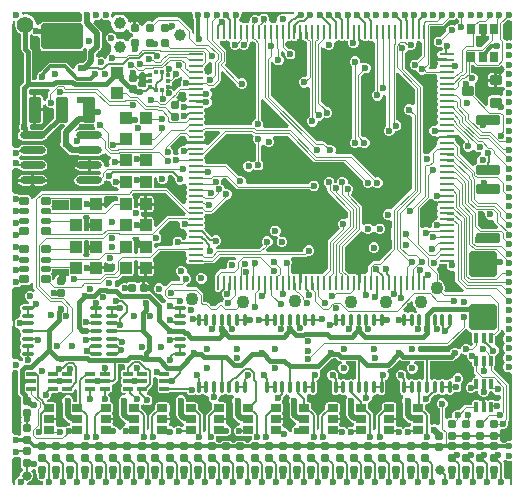
<source format=gtl>
G04*
G04 #@! TF.GenerationSoftware,Altium Limited,Altium Designer,22.11.1 (43)*
G04*
G04 Layer_Physical_Order=1*
G04 Layer_Color=255*
%FSLAX25Y25*%
%MOIN*%
G70*
G04*
G04 #@! TF.SameCoordinates,AC619126-FB02-4A1E-A7BB-D0A721C26677*
G04*
G04*
G04 #@! TF.FilePolarity,Positive*
G04*
G01*
G75*
%ADD13C,0.00787*%
%ADD17C,0.01968*%
%ADD18R,0.00787X0.21260*%
%ADD19R,0.00787X0.09055*%
%ADD20R,0.00787X0.23622*%
%ADD21R,0.00787X0.07874*%
%ADD22R,0.00787X0.08268*%
%ADD23R,0.00787X0.42126*%
%ADD24R,0.19685X0.00787*%
%ADD25R,0.26772X0.00787*%
%ADD26R,0.17717X0.00787*%
%ADD27R,0.00787X0.22441*%
%ADD28R,0.00787X0.06299*%
%ADD29R,0.05512X0.00787*%
%ADD30O,0.00866X0.05118*%
%ADD31O,0.05118X0.00866*%
G04:AMPARAMS|DCode=32|XSize=35.43mil|YSize=37.4mil|CornerRadius=3.54mil|HoleSize=0mil|Usage=FLASHONLY|Rotation=90.000|XOffset=0mil|YOffset=0mil|HoleType=Round|Shape=RoundedRectangle|*
%AMROUNDEDRECTD32*
21,1,0.03543,0.03032,0,0,90.0*
21,1,0.02835,0.03740,0,0,90.0*
1,1,0.00709,0.01516,0.01417*
1,1,0.00709,0.01516,-0.01417*
1,1,0.00709,-0.01516,-0.01417*
1,1,0.00709,-0.01516,0.01417*
%
%ADD32ROUNDEDRECTD32*%
G04:AMPARAMS|DCode=33|XSize=35.43mil|YSize=37.4mil|CornerRadius=3.54mil|HoleSize=0mil|Usage=FLASHONLY|Rotation=90.000|XOffset=0mil|YOffset=0mil|HoleType=Round|Shape=RoundedRectangle|*
%AMROUNDEDRECTD33*
21,1,0.03543,0.03032,0,0,90.0*
21,1,0.02835,0.03740,0,0,90.0*
1,1,0.00709,0.01516,0.01417*
1,1,0.00709,0.01516,-0.01417*
1,1,0.00709,-0.01516,-0.01417*
1,1,0.00709,-0.01516,0.01417*
%
%ADD33ROUNDEDRECTD33*%
G04:AMPARAMS|DCode=34|XSize=43.31mil|YSize=84.65mil|CornerRadius=4.33mil|HoleSize=0mil|Usage=FLASHONLY|Rotation=0.000|XOffset=0mil|YOffset=0mil|HoleType=Round|Shape=RoundedRectangle|*
%AMROUNDEDRECTD34*
21,1,0.04331,0.07598,0,0,0.0*
21,1,0.03465,0.08465,0,0,0.0*
1,1,0.00866,0.01732,-0.03799*
1,1,0.00866,-0.01732,-0.03799*
1,1,0.00866,-0.01732,0.03799*
1,1,0.00866,0.01732,0.03799*
%
%ADD34ROUNDEDRECTD34*%
G04:AMPARAMS|DCode=35|XSize=43.31mil|YSize=84.65mil|CornerRadius=4.33mil|HoleSize=0mil|Usage=FLASHONLY|Rotation=0.000|XOffset=0mil|YOffset=0mil|HoleType=Round|Shape=RoundedRectangle|*
%AMROUNDEDRECTD35*
21,1,0.04331,0.07599,0,0,0.0*
21,1,0.03465,0.08465,0,0,0.0*
1,1,0.00866,0.01732,-0.03799*
1,1,0.00866,-0.01732,-0.03799*
1,1,0.00866,-0.01732,0.03799*
1,1,0.00866,0.01732,0.03799*
%
%ADD35ROUNDEDRECTD35*%
G04:AMPARAMS|DCode=36|XSize=137.8mil|YSize=84.65mil|CornerRadius=8.47mil|HoleSize=0mil|Usage=FLASHONLY|Rotation=0.000|XOffset=0mil|YOffset=0mil|HoleType=Round|Shape=RoundedRectangle|*
%AMROUNDEDRECTD36*
21,1,0.13780,0.06772,0,0,0.0*
21,1,0.12087,0.08465,0,0,0.0*
1,1,0.01693,0.06043,-0.03386*
1,1,0.01693,-0.06043,-0.03386*
1,1,0.01693,-0.06043,0.03386*
1,1,0.01693,0.06043,0.03386*
%
%ADD36ROUNDEDRECTD36*%
G04:AMPARAMS|DCode=37|XSize=39.37mil|YSize=43.31mil|CornerRadius=3.94mil|HoleSize=0mil|Usage=FLASHONLY|Rotation=0.000|XOffset=0mil|YOffset=0mil|HoleType=Round|Shape=RoundedRectangle|*
%AMROUNDEDRECTD37*
21,1,0.03937,0.03543,0,0,0.0*
21,1,0.03150,0.04331,0,0,0.0*
1,1,0.00787,0.01575,-0.01772*
1,1,0.00787,-0.01575,-0.01772*
1,1,0.00787,-0.01575,0.01772*
1,1,0.00787,0.01575,0.01772*
%
%ADD37ROUNDEDRECTD37*%
G04:AMPARAMS|DCode=38|XSize=23.62mil|YSize=35.43mil|CornerRadius=2.36mil|HoleSize=0mil|Usage=FLASHONLY|Rotation=180.000|XOffset=0mil|YOffset=0mil|HoleType=Round|Shape=RoundedRectangle|*
%AMROUNDEDRECTD38*
21,1,0.02362,0.03071,0,0,180.0*
21,1,0.01890,0.03543,0,0,180.0*
1,1,0.00472,-0.00945,0.01535*
1,1,0.00472,0.00945,0.01535*
1,1,0.00472,0.00945,-0.01535*
1,1,0.00472,-0.00945,-0.01535*
%
%ADD38ROUNDEDRECTD38*%
G04:AMPARAMS|DCode=39|XSize=27.56mil|YSize=23.62mil|CornerRadius=2.36mil|HoleSize=0mil|Usage=FLASHONLY|Rotation=180.000|XOffset=0mil|YOffset=0mil|HoleType=Round|Shape=RoundedRectangle|*
%AMROUNDEDRECTD39*
21,1,0.02756,0.01890,0,0,180.0*
21,1,0.02284,0.02362,0,0,180.0*
1,1,0.00472,-0.01142,0.00945*
1,1,0.00472,0.01142,0.00945*
1,1,0.00472,0.01142,-0.00945*
1,1,0.00472,-0.01142,-0.00945*
%
%ADD39ROUNDEDRECTD39*%
G04:AMPARAMS|DCode=40|XSize=23.62mil|YSize=35.43mil|CornerRadius=2.36mil|HoleSize=0mil|Usage=FLASHONLY|Rotation=270.000|XOffset=0mil|YOffset=0mil|HoleType=Round|Shape=RoundedRectangle|*
%AMROUNDEDRECTD40*
21,1,0.02362,0.03071,0,0,270.0*
21,1,0.01890,0.03543,0,0,270.0*
1,1,0.00472,-0.01535,-0.00945*
1,1,0.00472,-0.01535,0.00945*
1,1,0.00472,0.01535,0.00945*
1,1,0.00472,0.01535,-0.00945*
%
%ADD40ROUNDEDRECTD40*%
G04:AMPARAMS|DCode=41|XSize=86.61mil|YSize=90.55mil|CornerRadius=8.66mil|HoleSize=0mil|Usage=FLASHONLY|Rotation=90.000|XOffset=0mil|YOffset=0mil|HoleType=Round|Shape=RoundedRectangle|*
%AMROUNDEDRECTD41*
21,1,0.08661,0.07323,0,0,90.0*
21,1,0.06929,0.09055,0,0,90.0*
1,1,0.01732,0.03661,0.03465*
1,1,0.01732,0.03661,-0.03465*
1,1,0.01732,-0.03661,-0.03465*
1,1,0.01732,-0.03661,0.03465*
%
%ADD41ROUNDEDRECTD41*%
%ADD42C,0.03150*%
G04:AMPARAMS|DCode=43|XSize=25.59mil|YSize=31.5mil|CornerRadius=2.56mil|HoleSize=0mil|Usage=FLASHONLY|Rotation=90.000|XOffset=0mil|YOffset=0mil|HoleType=Round|Shape=RoundedRectangle|*
%AMROUNDEDRECTD43*
21,1,0.02559,0.02638,0,0,90.0*
21,1,0.02047,0.03150,0,0,90.0*
1,1,0.00512,0.01319,0.01024*
1,1,0.00512,0.01319,-0.01024*
1,1,0.00512,-0.01319,-0.01024*
1,1,0.00512,-0.01319,0.01024*
%
%ADD43ROUNDEDRECTD43*%
G04:AMPARAMS|DCode=44|XSize=17.72mil|YSize=31.5mil|CornerRadius=1.77mil|HoleSize=0mil|Usage=FLASHONLY|Rotation=90.000|XOffset=0mil|YOffset=0mil|HoleType=Round|Shape=RoundedRectangle|*
%AMROUNDEDRECTD44*
21,1,0.01772,0.02795,0,0,90.0*
21,1,0.01417,0.03150,0,0,90.0*
1,1,0.00354,0.01398,0.00709*
1,1,0.00354,0.01398,-0.00709*
1,1,0.00354,-0.01398,-0.00709*
1,1,0.00354,-0.01398,0.00709*
%
%ADD44ROUNDEDRECTD44*%
G04:AMPARAMS|DCode=45|XSize=31.5mil|YSize=78.74mil|CornerRadius=3.15mil|HoleSize=0mil|Usage=FLASHONLY|Rotation=90.000|XOffset=0mil|YOffset=0mil|HoleType=Round|Shape=RoundedRectangle|*
%AMROUNDEDRECTD45*
21,1,0.03150,0.07244,0,0,90.0*
21,1,0.02520,0.07874,0,0,90.0*
1,1,0.00630,0.03622,0.01260*
1,1,0.00630,0.03622,-0.01260*
1,1,0.00630,-0.03622,-0.01260*
1,1,0.00630,-0.03622,0.01260*
%
%ADD45ROUNDEDRECTD45*%
%ADD46O,0.01181X0.04331*%
%ADD47O,0.04331X0.01181*%
G04:AMPARAMS|DCode=48|XSize=12.6mil|YSize=31.5mil|CornerRadius=1.26mil|HoleSize=0mil|Usage=FLASHONLY|Rotation=90.000|XOffset=0mil|YOffset=0mil|HoleType=Round|Shape=RoundedRectangle|*
%AMROUNDEDRECTD48*
21,1,0.01260,0.02898,0,0,90.0*
21,1,0.01008,0.03150,0,0,90.0*
1,1,0.00252,0.01449,0.00504*
1,1,0.00252,0.01449,-0.00504*
1,1,0.00252,-0.01449,-0.00504*
1,1,0.00252,-0.01449,0.00504*
%
%ADD48ROUNDEDRECTD48*%
%ADD49O,0.08661X0.02362*%
G04:AMPARAMS|DCode=50|XSize=12.6mil|YSize=31.5mil|CornerRadius=1.26mil|HoleSize=0mil|Usage=FLASHONLY|Rotation=180.000|XOffset=0mil|YOffset=0mil|HoleType=Round|Shape=RoundedRectangle|*
%AMROUNDEDRECTD50*
21,1,0.01260,0.02898,0,0,180.0*
21,1,0.01008,0.03150,0,0,180.0*
1,1,0.00252,-0.00504,0.01449*
1,1,0.00252,0.00504,0.01449*
1,1,0.00252,0.00504,-0.01449*
1,1,0.00252,-0.00504,-0.01449*
%
%ADD50ROUNDEDRECTD50*%
%ADD51R,0.01476X0.01378*%
%ADD52R,0.01378X0.01476*%
G04:AMPARAMS|DCode=53|XSize=39.37mil|YSize=43.31mil|CornerRadius=3.94mil|HoleSize=0mil|Usage=FLASHONLY|Rotation=270.000|XOffset=0mil|YOffset=0mil|HoleType=Round|Shape=RoundedRectangle|*
%AMROUNDEDRECTD53*
21,1,0.03937,0.03543,0,0,270.0*
21,1,0.03150,0.04331,0,0,270.0*
1,1,0.00787,-0.01772,-0.01575*
1,1,0.00787,-0.01772,0.01575*
1,1,0.00787,0.01772,0.01575*
1,1,0.00787,0.01772,-0.01575*
%
%ADD53ROUNDEDRECTD53*%
G04:AMPARAMS|DCode=54|XSize=27.56mil|YSize=23.62mil|CornerRadius=2.36mil|HoleSize=0mil|Usage=FLASHONLY|Rotation=90.000|XOffset=0mil|YOffset=0mil|HoleType=Round|Shape=RoundedRectangle|*
%AMROUNDEDRECTD54*
21,1,0.02756,0.01890,0,0,90.0*
21,1,0.02284,0.02362,0,0,90.0*
1,1,0.00472,0.00945,0.01142*
1,1,0.00472,0.00945,-0.01142*
1,1,0.00472,-0.00945,-0.01142*
1,1,0.00472,-0.00945,0.01142*
%
%ADD54ROUNDEDRECTD54*%
%ADD84C,0.03100*%
%ADD85C,0.00492*%
%ADD86C,0.01575*%
%ADD87C,0.01181*%
%ADD88C,0.02362*%
%ADD89C,0.03900*%
%ADD90C,0.04331*%
%ADD91C,0.05512*%
G36*
X83193Y157087D02*
X82780Y156915D01*
X82281Y156417D01*
X82025Y156366D01*
X81900Y156491D01*
X81248Y156761D01*
X80544D01*
X79893Y156491D01*
X79394Y155993D01*
X79124Y155341D01*
Y154801D01*
X78961Y154586D01*
X78753Y154404D01*
X78448Y154213D01*
X78248Y154252D01*
X77849Y154173D01*
X77510Y153947D01*
X77017Y153947D01*
X76679Y154173D01*
X76279Y154252D01*
X76254Y154247D01*
X75609Y154755D01*
X75539Y155317D01*
X75911Y155689D01*
X76181Y156341D01*
Y157045D01*
X76164Y157087D01*
X76690Y157874D01*
X83037D01*
X83193Y157087D01*
D02*
G37*
G36*
X148546Y155248D02*
X148603Y155191D01*
X148708Y155148D01*
Y154267D01*
X148512Y154186D01*
X148013Y153688D01*
X147998Y153651D01*
X147368Y153181D01*
X147064Y153298D01*
X146710Y153445D01*
X146005D01*
X145353Y153175D01*
X144855Y152677D01*
X144585Y152026D01*
Y151385D01*
X142645Y149445D01*
X142495Y149507D01*
X141790D01*
X141139Y149238D01*
X140640Y148739D01*
X140371Y148088D01*
Y147383D01*
X140640Y146732D01*
X141139Y146234D01*
X141790Y145964D01*
X142495D01*
X143028Y146099D01*
X143373Y145395D01*
X143008Y144744D01*
X142559D01*
X142160Y144665D01*
X141821Y144439D01*
X141595Y144100D01*
X141515Y143701D01*
X141595Y143301D01*
X141821Y142963D01*
X141821Y142470D01*
X141657Y142224D01*
X144685D01*
Y141240D01*
X141657D01*
X141821Y140994D01*
Y140502D01*
X141595Y140163D01*
X141515Y139764D01*
X141581Y139436D01*
X141563Y139316D01*
X141126Y138648D01*
X139000D01*
X138673Y139436D01*
X139056Y139819D01*
X139241Y140095D01*
X139306Y140422D01*
Y148365D01*
X139327Y148471D01*
Y152936D01*
X143118D01*
X143444Y153001D01*
X143721Y153186D01*
X145646Y155111D01*
X146104Y154921D01*
X146809D01*
X147460Y155191D01*
X147517Y155248D01*
X148031Y155635D01*
X148546Y155248D01*
D02*
G37*
G36*
X89753Y157090D02*
X89102Y156820D01*
X88603Y156322D01*
X88334Y155671D01*
Y155007D01*
X88322Y154933D01*
X88311Y154900D01*
X87801Y154195D01*
X87691Y154173D01*
X87353Y153947D01*
X86860D01*
X86521Y154173D01*
X86122Y154252D01*
X86068Y154242D01*
X85483Y154888D01*
X85555Y155061D01*
Y155766D01*
X85285Y156417D01*
X84787Y156915D01*
X84373Y157087D01*
X84530Y157874D01*
X89745D01*
X89753Y157090D01*
D02*
G37*
G36*
X23049Y157087D02*
X23031Y157045D01*
Y156341D01*
X23273Y155758D01*
Y155122D01*
X22579Y154457D01*
X10492D01*
X9932Y154346D01*
X9456Y154028D01*
X9138Y153553D01*
X8465Y153235D01*
X7677Y153581D01*
Y153984D01*
X7449Y154835D01*
X7009Y155598D01*
X6385Y156221D01*
X5622Y156662D01*
X4771Y156890D01*
X3890D01*
X3740Y156850D01*
X3726Y156853D01*
X3636Y157087D01*
X4176Y157874D01*
X22523D01*
X23049Y157087D01*
D02*
G37*
G36*
X60057D02*
X60039Y157045D01*
Y156341D01*
X60309Y155689D01*
X60607Y155392D01*
Y150614D01*
X60575Y150540D01*
X60569Y150536D01*
X59781Y150965D01*
Y151258D01*
X59716Y151585D01*
X59532Y151861D01*
X55721Y155672D01*
X55444Y155857D01*
X55118Y155922D01*
X48376D01*
X48050Y155857D01*
X47773Y155672D01*
X46533Y154433D01*
X46174Y154581D01*
X45322D01*
X44536Y154256D01*
X43933Y153654D01*
X43642Y152949D01*
X43248Y152906D01*
X42854Y152949D01*
X42563Y153654D01*
X41961Y154256D01*
X41240Y154554D01*
Y152441D01*
X40256D01*
Y154554D01*
X39536Y154256D01*
X39470Y154190D01*
X39085Y154257D01*
X38642Y154476D01*
X38482Y155073D01*
X38096Y155743D01*
X37550Y156289D01*
X36881Y156675D01*
X36134Y156875D01*
X35362D01*
X34615Y156675D01*
X33946Y156289D01*
X33534Y155877D01*
X32867Y156323D01*
X32874Y156341D01*
Y157045D01*
X32857Y157087D01*
X33383Y157874D01*
X59530D01*
X60057Y157087D01*
D02*
G37*
G36*
X157183Y149760D02*
X157635D01*
X157958Y149824D01*
X158082Y149907D01*
X158092Y149913D01*
X158603Y149753D01*
X158879Y149565D01*
Y148750D01*
X156181Y146053D01*
X155183D01*
X154502Y146572D01*
Y149565D01*
X154778Y149753D01*
X155289Y149913D01*
X155299Y149907D01*
X155423Y149824D01*
X155746Y149760D01*
X156198D01*
Y152139D01*
X157183D01*
Y149760D01*
D02*
G37*
G36*
X165002Y154921D02*
X165707D01*
X165748Y154938D01*
X166535Y154412D01*
Y148737D01*
X165748Y148211D01*
X165707Y148228D01*
X165002D01*
X164903Y148188D01*
X164802Y148189D01*
X164051Y148522D01*
X163866Y148799D01*
X163501Y149165D01*
Y153633D01*
X164851Y154984D01*
X165002Y154921D01*
D02*
G37*
G36*
X96457Y148054D02*
X96703Y148219D01*
X97195Y148219D01*
X97534Y147993D01*
X97730Y147953D01*
X98152Y147531D01*
Y136585D01*
X97597Y136024D01*
X96892D01*
X96241Y135754D01*
X95742Y135256D01*
X95473Y134604D01*
Y133900D01*
X95742Y133248D01*
X96241Y132750D01*
X96892Y132480D01*
X97597D01*
X98248Y132750D01*
X98360Y132862D01*
X99147Y132536D01*
Y122824D01*
X98997Y122762D01*
X98498Y122263D01*
X98228Y121612D01*
Y120907D01*
X98498Y120256D01*
X98997Y119758D01*
X99648Y119488D01*
X100352D01*
X101004Y119758D01*
X101502Y120256D01*
X101772Y120907D01*
Y121507D01*
X102371D01*
X103022Y121776D01*
X103520Y122275D01*
X103668Y122630D01*
X103824Y122661D01*
X104475Y122392D01*
X105180D01*
X105832Y122661D01*
X106330Y123160D01*
X106600Y123811D01*
Y124516D01*
X106330Y125167D01*
X105832Y125665D01*
X105180Y125935D01*
X104769D01*
X102822Y127882D01*
Y145948D01*
X102976Y146061D01*
X103910Y145863D01*
X104408Y145365D01*
X105059Y145095D01*
X105764D01*
X106415Y145365D01*
X106913Y145863D01*
X107183Y146515D01*
Y147219D01*
X107168Y147257D01*
X107746Y147919D01*
X107776Y147913D01*
X108175Y147993D01*
X108514Y148219D01*
X109006Y148219D01*
X109345Y147992D01*
X109744Y147913D01*
X110143Y147992D01*
X110482Y148219D01*
X110975D01*
X111313Y147993D01*
X111713Y147913D01*
X111894Y147172D01*
X112164Y146521D01*
X112662Y146022D01*
X113314Y145753D01*
X114018D01*
X114670Y146022D01*
X115168Y146521D01*
X115438Y147172D01*
X115650Y147913D01*
X116049Y147993D01*
X116388Y148219D01*
X116880Y148219D01*
X117219Y147993D01*
X117618Y147913D01*
X118017Y147993D01*
X118356Y148219D01*
X118849Y148219D01*
X119187Y147993D01*
X119587Y147913D01*
X119915Y147978D01*
X120034Y147961D01*
X120702Y147524D01*
Y131445D01*
X120650Y131423D01*
X120152Y130925D01*
X119882Y130274D01*
Y129569D01*
X120152Y128918D01*
X120650Y128419D01*
X121301Y128150D01*
X122006D01*
X122657Y128419D01*
X123155Y128918D01*
X123425Y129569D01*
Y129926D01*
X123941Y130170D01*
X124639Y129691D01*
Y119634D01*
X124587Y119612D01*
X124089Y119114D01*
X123819Y118463D01*
Y117758D01*
X124089Y117107D01*
X124587Y116608D01*
X125238Y116339D01*
X125943D01*
X126594Y116608D01*
X127093Y117107D01*
X127362Y117758D01*
Y117945D01*
X127522Y118051D01*
X128226D01*
X128878Y118321D01*
X129376Y118819D01*
X129646Y119471D01*
Y120175D01*
X129376Y120826D01*
X128878Y121325D01*
X128226Y121595D01*
X127871D01*
Y137222D01*
X128598Y137523D01*
X134137Y131984D01*
Y126962D01*
X133350Y126636D01*
X133287Y126699D01*
X132636Y126969D01*
X131931D01*
X131280Y126699D01*
X130781Y126200D01*
X130512Y125549D01*
Y124845D01*
X130781Y124193D01*
X131280Y123695D01*
X131931Y123425D01*
X132636D01*
X133153Y122825D01*
Y98787D01*
X126647Y92281D01*
X126444Y92003D01*
X125648Y91944D01*
X125575Y91975D01*
X124870D01*
X124219Y91705D01*
X123720Y91207D01*
X123451Y90556D01*
Y89851D01*
X123720Y89200D01*
X124219Y88701D01*
X124870Y88432D01*
X125575D01*
X125610Y88446D01*
X126398Y87920D01*
Y85761D01*
X126325Y85652D01*
X126260Y85326D01*
Y82105D01*
X126325Y81779D01*
X126398Y81670D01*
Y78916D01*
X122194Y74712D01*
X120465D01*
X120138Y74647D01*
X119862Y74462D01*
X118737Y73338D01*
X118552Y73061D01*
X118488Y72735D01*
Y71145D01*
X118488Y71144D01*
X118308Y70903D01*
X117862Y70542D01*
X117618Y70591D01*
X117219Y70512D01*
X116880Y70285D01*
X116388Y70285D01*
X116142Y70450D01*
Y67421D01*
X115157D01*
Y70450D01*
X114912Y70285D01*
X114419Y70285D01*
X114081Y70512D01*
X113681Y70591D01*
X113282Y70512D01*
X112943Y70285D01*
X112451Y70285D01*
X112112Y70512D01*
X112042Y70525D01*
X110696Y71872D01*
Y79216D01*
X116079Y84600D01*
X116439Y84610D01*
X116977Y84489D01*
X117002Y84430D01*
X117500Y83931D01*
X118151Y83662D01*
X118856D01*
X119508Y83931D01*
X120006Y84430D01*
X120046Y84527D01*
X120899D01*
X120939Y84430D01*
X121437Y83931D01*
X122089Y83662D01*
X122793D01*
X123444Y83931D01*
X123943Y84430D01*
X124213Y85081D01*
Y85786D01*
X123943Y86437D01*
X123444Y86935D01*
X122793Y87205D01*
X122089D01*
X121437Y86935D01*
X120939Y86437D01*
X120899Y86339D01*
X120046D01*
X120006Y86437D01*
X119508Y86935D01*
X118856Y87205D01*
X118151D01*
X117500Y86935D01*
X117192Y86626D01*
X116404Y86894D01*
Y92725D01*
X116339Y93051D01*
X116154Y93328D01*
X113032Y96450D01*
X112994Y96535D01*
X113054Y97501D01*
X113215Y97662D01*
X113484Y98313D01*
Y99018D01*
X113215Y99669D01*
X112716Y100168D01*
X112065Y100437D01*
X112007D01*
X111705Y100545D01*
Y101250D01*
X111435Y101901D01*
X110937Y102400D01*
X110286Y102669D01*
X109581D01*
X108930Y102400D01*
X108432Y101901D01*
X108162Y101250D01*
Y100915D01*
X108079Y100859D01*
X107374D01*
X107283Y100920D01*
Y101250D01*
X107014Y101901D01*
X106515Y102400D01*
X105864Y102669D01*
X105159D01*
X104508Y102400D01*
X104010Y101901D01*
X103740Y101250D01*
Y100545D01*
X104010Y99894D01*
X104508Y99396D01*
X104954Y99211D01*
Y98293D01*
X105019Y97966D01*
X105204Y97690D01*
X111745Y91148D01*
Y89088D01*
X111658Y88988D01*
X110958Y88626D01*
X110589Y88779D01*
X109884D01*
X109233Y88510D01*
X108734Y88011D01*
X108465Y87360D01*
Y86655D01*
X108734Y86004D01*
X109119Y85620D01*
X105302Y81803D01*
X105117Y81526D01*
X105052Y81200D01*
Y71967D01*
X103636Y70551D01*
X103439Y70512D01*
X103101Y70285D01*
X102608Y70285D01*
X102269Y70512D01*
X101870Y70591D01*
X101471Y70512D01*
X101132Y70285D01*
X100640Y70285D01*
X100301Y70512D01*
X99902Y70591D01*
X99502Y70512D01*
X99164Y70285D01*
X98671Y70285D01*
X98333Y70512D01*
X97933Y70591D01*
X97534Y70512D01*
X97195Y70285D01*
X96703Y70285D01*
X96457Y70450D01*
Y67421D01*
X95472D01*
Y70450D01*
X95227Y70285D01*
X94734Y70285D01*
X94396Y70512D01*
X93996Y70591D01*
X93597Y70512D01*
X93575Y70497D01*
X92788Y70891D01*
Y73110D01*
X92780Y73149D01*
X92840Y73209D01*
X93110Y73860D01*
Y74565D01*
X92840Y75216D01*
X92778Y75279D01*
X93104Y76066D01*
X97463D01*
X97790Y76131D01*
X98067Y76316D01*
X98213Y76463D01*
X98364Y76401D01*
X99069D01*
X99720Y76670D01*
X100218Y77169D01*
X100488Y77820D01*
Y78525D01*
X100218Y79176D01*
X99720Y79674D01*
X99069Y79944D01*
X98364D01*
X97713Y79674D01*
X97214Y79176D01*
X96945Y78525D01*
Y77820D01*
X96913Y77772D01*
X84732D01*
X84431Y78500D01*
X85203Y79273D01*
X85269Y79371D01*
X85310D01*
X85962Y79641D01*
X86460Y80139D01*
X86730Y80790D01*
Y81495D01*
X86460Y82146D01*
X85962Y82645D01*
X85310Y82914D01*
X84605D01*
X83954Y82645D01*
X83456Y82146D01*
X83186Y81495D01*
Y80790D01*
X83456Y80139D01*
X83557Y80038D01*
X82275Y78757D01*
X68303D01*
X67903Y79206D01*
X68069Y79725D01*
X68720Y79994D01*
X69218Y80493D01*
X69488Y81144D01*
Y81849D01*
X69218Y82500D01*
X68720Y82998D01*
X68069Y83268D01*
X67364D01*
X66713Y82998D01*
X66516Y82801D01*
X66413D01*
X64126Y85088D01*
X63888Y85876D01*
X64114Y86215D01*
X64193Y86614D01*
X64114Y87014D01*
X63888Y87352D01*
X63888Y87845D01*
X64114Y88183D01*
X64193Y88583D01*
X64114Y88982D01*
X63888Y89321D01*
X63888Y89813D01*
X64114Y90152D01*
X64281Y90535D01*
X64932Y90535D01*
X66149D01*
X66476Y90600D01*
X66752Y90785D01*
X71145Y95177D01*
X71612D01*
X72263Y95447D01*
X72762Y95945D01*
X73032Y96596D01*
Y97301D01*
X72762Y97952D01*
X72263Y98451D01*
X71612Y98721D01*
X70907D01*
X70511Y99409D01*
X70432Y99601D01*
X69933Y100099D01*
X69296Y100364D01*
X69488Y100829D01*
Y101533D01*
X70045Y102248D01*
X71105D01*
X74550Y98802D01*
X74827Y98617D01*
X75153Y98552D01*
X99052D01*
X99390Y98215D01*
X100041Y97945D01*
X100746D01*
X101397Y98215D01*
X101896Y98713D01*
X102165Y99364D01*
Y100069D01*
X101896Y100720D01*
X101397Y101218D01*
X100746Y101488D01*
X100041D01*
X99390Y101218D01*
X98892Y100720D01*
X98700Y100258D01*
X78276D01*
X77720Y100972D01*
Y101677D01*
X77450Y102328D01*
X76952Y102827D01*
X76301Y103096D01*
X75596D01*
X75445Y103034D01*
X71577Y106902D01*
X71300Y107087D01*
X70973Y107152D01*
X64582D01*
X64145Y107820D01*
X64128Y107940D01*
X64193Y108268D01*
X64114Y108667D01*
X63888Y109006D01*
X63888Y109498D01*
X64114Y109837D01*
X64153Y110033D01*
X71328Y117208D01*
X79645D01*
X80182Y116671D01*
X80388Y116358D01*
X80118Y115707D01*
Y115002D01*
X80388Y114351D01*
X80886Y113852D01*
X81037Y113790D01*
Y108257D01*
X80886Y108195D01*
X80388Y107696D01*
X79603Y107860D01*
X79093Y108071D01*
X78388D01*
X77737Y107801D01*
X77238Y107303D01*
X76968Y106652D01*
Y105947D01*
X77238Y105296D01*
X77737Y104797D01*
X78388Y104528D01*
X79093D01*
X79744Y104797D01*
X80242Y105296D01*
X81027Y105133D01*
X81537Y104921D01*
X82242D01*
X82893Y105191D01*
X83392Y105689D01*
X83661Y106341D01*
Y107045D01*
X83392Y107696D01*
X82893Y108195D01*
X82743Y108257D01*
Y113143D01*
X83116Y113435D01*
X83935Y113468D01*
X84433Y112969D01*
X85084Y112700D01*
X85789D01*
X86440Y112969D01*
X86939Y113468D01*
X87208Y114119D01*
Y114824D01*
X86939Y115475D01*
X86780Y115633D01*
X87106Y116421D01*
X91653D01*
X100163Y107911D01*
X100439Y107726D01*
X100766Y107661D01*
X110424D01*
X116795Y101290D01*
X116732Y101140D01*
Y100435D01*
X117002Y99784D01*
X117500Y99286D01*
X118151Y99016D01*
X118856D01*
X119508Y99286D01*
X119564Y99342D01*
X120079Y99729D01*
X120593Y99342D01*
X120650Y99286D01*
X121301Y99016D01*
X122006D01*
X122657Y99286D01*
X123155Y99784D01*
X123425Y100435D01*
Y101140D01*
X123155Y101791D01*
X122657Y102289D01*
X122006Y102559D01*
X121301D01*
X121151Y102497D01*
X113546Y110101D01*
X113269Y110286D01*
X112943Y110351D01*
X108173D01*
X107647Y111138D01*
X107677Y111213D01*
Y111917D01*
X107407Y112569D01*
X106909Y113067D01*
X106258Y113337D01*
X105553D01*
X105298Y113231D01*
X104196Y114333D01*
X103919Y114518D01*
X103593Y114583D01*
X101401D01*
X86126Y129858D01*
Y140900D01*
X86914Y141056D01*
X87078Y140660D01*
X87576Y140162D01*
X88227Y139892D01*
X88932D01*
X89583Y140162D01*
X90082Y140660D01*
X90351Y141311D01*
Y142016D01*
X90082Y142667D01*
X89583Y143166D01*
X89433Y143228D01*
Y144468D01*
X90220Y144794D01*
X90810Y144204D01*
X90748Y144053D01*
Y143348D01*
X91018Y142697D01*
X91516Y142199D01*
X92167Y141929D01*
X92872D01*
X93523Y142199D01*
X94022Y142697D01*
X94291Y143348D01*
Y144053D01*
X94022Y144704D01*
X93523Y145203D01*
X92872Y145472D01*
X92167D01*
X92017Y145410D01*
X90912Y146515D01*
Y147524D01*
X91580Y147961D01*
X91699Y147978D01*
X92028Y147913D01*
X92427Y147993D01*
X92766Y148219D01*
X93258Y148219D01*
X93597Y147993D01*
X93996Y147913D01*
X94396Y147993D01*
X94734Y148219D01*
X95227Y148219D01*
X95472Y148054D01*
Y151083D01*
X96457D01*
Y148054D01*
D02*
G37*
G36*
X30042Y155248D02*
X30099Y155191D01*
X30750Y154921D01*
X31455D01*
X32106Y155191D01*
X32226Y155163D01*
X32814Y154327D01*
Y153555D01*
X33014Y152808D01*
X33400Y152139D01*
X33946Y151593D01*
X34615Y151207D01*
X35362Y151007D01*
X36134D01*
X36881Y151207D01*
X37550Y151593D01*
X37865Y151908D01*
X37917Y151915D01*
X38668Y151755D01*
X38733Y151711D01*
X38933Y151228D01*
X39536Y150626D01*
X40240Y150335D01*
X40283Y149941D01*
X40240Y149547D01*
X39536Y149256D01*
X38933Y148653D01*
X38733Y148170D01*
X38668Y148127D01*
X37917Y147967D01*
X37865Y147974D01*
X37550Y148289D01*
X36881Y148675D01*
X36134Y148875D01*
X35362D01*
X35217Y148836D01*
X34666Y149259D01*
X34396Y149910D01*
X33898Y150408D01*
X33247Y150678D01*
X32542D01*
X31891Y150408D01*
X31393Y149910D01*
X31123Y149259D01*
Y148554D01*
X31393Y147903D01*
X31891Y147404D01*
X32301Y147234D01*
X32542Y147135D01*
X32819Y146347D01*
X32814Y146327D01*
Y145555D01*
X32994Y144882D01*
X32991Y144761D01*
X32605Y143941D01*
X32325Y143825D01*
X31826Y143326D01*
X31557Y142675D01*
Y142354D01*
X30769Y142102D01*
X30449Y142421D01*
X29798Y142691D01*
X29093D01*
X28699Y142528D01*
X28033Y142858D01*
X27911Y142989D01*
Y143624D01*
X29281Y144994D01*
X29281Y144994D01*
X29629Y145515D01*
X29751Y146130D01*
X29751Y146130D01*
Y150710D01*
X29751Y150710D01*
X29629Y151325D01*
X29281Y151846D01*
X26959Y154168D01*
X27001Y154317D01*
X27600Y154921D01*
X28305D01*
X28956Y155191D01*
X29013Y155248D01*
X29528Y155635D01*
X30042Y155248D01*
D02*
G37*
G36*
X71943Y147993D02*
X72010Y147979D01*
X72518Y147249D01*
X72540Y147150D01*
Y146498D01*
X72810Y145847D01*
X73308Y145349D01*
X73960Y145079D01*
X74664D01*
X75316Y145349D01*
X75689Y145722D01*
X76161Y145250D01*
X76812Y144980D01*
X77517D01*
X78168Y145250D01*
X78667Y145748D01*
X78936Y146400D01*
Y147104D01*
X79403Y147824D01*
X79792Y147982D01*
X79880Y147980D01*
X80216Y147913D01*
X80229Y147915D01*
X80277Y147883D01*
X80425Y147854D01*
X81085Y147194D01*
Y122138D01*
X80689Y121974D01*
X80191Y121476D01*
X79921Y120825D01*
Y120120D01*
X79773Y119898D01*
X64341D01*
X64193Y120079D01*
X64114Y120478D01*
X63888Y120817D01*
X63888Y121309D01*
X64114Y121648D01*
X64193Y122047D01*
X64114Y122447D01*
X63888Y122785D01*
X63888Y123278D01*
X64114Y123616D01*
X64193Y124016D01*
X64114Y124415D01*
X63888Y124754D01*
X63888Y125246D01*
X64114Y125585D01*
X64147Y125751D01*
X64215Y125787D01*
X64919D01*
X65570Y126057D01*
X66069Y126556D01*
X66339Y127207D01*
Y127911D01*
X66069Y128563D01*
X65688Y128944D01*
X66153Y129409D01*
X66422Y130060D01*
Y130765D01*
X66153Y131416D01*
X65973Y131595D01*
X66300Y132382D01*
X66761D01*
X67087Y132447D01*
X67364Y132632D01*
X69128Y134396D01*
X69313Y134673D01*
X69378Y135000D01*
Y137877D01*
X70105Y138179D01*
X74606Y133678D01*
Y133506D01*
X74876Y132855D01*
X75374Y132356D01*
X76026Y132087D01*
X76730D01*
X77381Y132356D01*
X77880Y132855D01*
X78150Y133506D01*
Y134211D01*
X77880Y134862D01*
X77381Y135360D01*
X76730Y135630D01*
X76026D01*
X75374Y135360D01*
X75355Y135341D01*
X70512Y140185D01*
X71026Y140700D01*
X71211Y140977D01*
X71276Y141303D01*
Y144524D01*
X71211Y144850D01*
X71026Y145127D01*
X69047Y147106D01*
X69198Y147896D01*
X69843Y148080D01*
X69975Y147992D01*
X70374Y147913D01*
X70773Y147992D01*
X71112Y148219D01*
X71605D01*
X71943Y147993D01*
D02*
G37*
G36*
X135335Y147913D02*
X135663Y147978D01*
X135782Y147961D01*
X136450Y147524D01*
Y143544D01*
X134674Y141768D01*
X134524Y141831D01*
X133819D01*
X133168Y141561D01*
X132669Y141063D01*
X132400Y140411D01*
Y139707D01*
X132669Y139056D01*
X133168Y138557D01*
X133819Y138287D01*
X134524D01*
X135077Y137664D01*
X135112Y137579D01*
X135611Y137081D01*
X136262Y136811D01*
X136967D01*
X137527Y137043D01*
X137581Y137007D01*
X137908Y136942D01*
X141126D01*
X141563Y136274D01*
X141581Y136155D01*
X141515Y135827D01*
X141595Y135427D01*
X141821Y135089D01*
X141821Y134596D01*
X141595Y134258D01*
X141515Y133858D01*
X141595Y133459D01*
X141821Y133120D01*
X141821Y132628D01*
X141595Y132289D01*
X141515Y131890D01*
X141595Y131490D01*
X141821Y131152D01*
X141821Y130659D01*
X141595Y130321D01*
X141515Y129921D01*
X141595Y129522D01*
X141821Y129183D01*
X141821Y128691D01*
X141595Y128352D01*
X141515Y127953D01*
X141595Y127553D01*
X141821Y127215D01*
X141821Y126722D01*
X141595Y126384D01*
X141515Y125984D01*
X141595Y125585D01*
X141821Y125246D01*
Y124754D01*
X141595Y124415D01*
X141515Y124016D01*
X141595Y123616D01*
X141821Y123278D01*
X141821Y122785D01*
X141595Y122447D01*
X141515Y122047D01*
X141595Y121648D01*
X141821Y121309D01*
X141821Y120817D01*
X141595Y120478D01*
X141113Y119975D01*
X140752Y119882D01*
X140319D01*
X139668Y119612D01*
X139170Y119114D01*
X138900Y118463D01*
Y117758D01*
X139170Y117107D01*
X139668Y116608D01*
X140319Y116339D01*
X140752D01*
X141113Y116245D01*
X141595Y115742D01*
X141821Y115404D01*
X141821Y114911D01*
X141595Y114573D01*
X141515Y114173D01*
X141582Y113839D01*
X141584Y113747D01*
X141273Y112997D01*
X141251Y112979D01*
X140995Y112808D01*
X139505Y111318D01*
X139320Y111042D01*
X139306Y110969D01*
X138643Y110473D01*
X138541Y110433D01*
X137837D01*
X137615Y110341D01*
X136827Y110834D01*
Y132745D01*
X136762Y133072D01*
X136578Y133349D01*
X130774Y139152D01*
Y144105D01*
X130925Y144167D01*
X131423Y144666D01*
X132325Y145079D01*
X133030D01*
X133681Y145349D01*
X134179Y145847D01*
X134449Y146498D01*
Y147203D01*
X134353Y147435D01*
X134804Y147867D01*
X134977Y147984D01*
X135335Y147913D01*
D02*
G37*
G36*
X6870Y149876D02*
X7522Y149606D01*
X8226D01*
X8240Y149612D01*
X9027Y149086D01*
Y146221D01*
X9138Y145660D01*
X9456Y145185D01*
X9932Y144867D01*
X10492Y144755D01*
X22579D01*
X23139Y144867D01*
X23615Y145185D01*
X23932Y145660D01*
X24572Y145763D01*
X24828Y144913D01*
X24822Y144904D01*
X24700Y144289D01*
X24700Y144289D01*
Y141931D01*
X23450Y140682D01*
X23296D01*
X23077Y140772D01*
X22372D01*
X21721Y140502D01*
X21223Y140004D01*
X20953Y139353D01*
Y139055D01*
X20166Y138728D01*
X18476Y140419D01*
X18085Y140680D01*
X17624Y140771D01*
X17624Y140771D01*
X12598D01*
X12138Y140680D01*
X11747Y140419D01*
X11747Y140418D01*
X9371Y138042D01*
X9110Y137651D01*
X9102Y137614D01*
X8992Y137569D01*
X8494Y137071D01*
X8224Y136419D01*
Y135715D01*
X7664Y135011D01*
X6523D01*
Y144488D01*
X6416Y145026D01*
X6112Y145482D01*
X5736Y145858D01*
Y149982D01*
X5816Y150032D01*
X6523Y150223D01*
X6870Y149876D01*
D02*
G37*
G36*
X154296Y139577D02*
X154573Y139392D01*
X154899Y139327D01*
X161779D01*
X162106Y139392D01*
X162382Y139577D01*
X162795Y139990D01*
X163201Y139894D01*
X163624Y139705D01*
X163852Y139154D01*
X163909Y139097D01*
X164296Y138583D01*
X163909Y138068D01*
X163852Y138011D01*
X163712Y137673D01*
X162984Y137332D01*
X162795Y137323D01*
X162546Y137373D01*
X161522D01*
Y134992D01*
Y132611D01*
X162546D01*
X162915Y132685D01*
X162962Y132716D01*
X163779Y132568D01*
X164054Y131962D01*
X163909Y131769D01*
X163852Y131712D01*
X163583Y131061D01*
Y130356D01*
X163604Y130306D01*
X162968Y129783D01*
X162915Y129819D01*
X162546Y129892D01*
X159514D01*
X159146Y129819D01*
X158833Y129610D01*
X158624Y129298D01*
X158551Y128929D01*
Y126799D01*
X157764Y126473D01*
X154257Y129979D01*
Y132669D01*
X154184Y133038D01*
X154070Y133208D01*
X154137Y133842D01*
X154230Y134127D01*
X154233Y134128D01*
X154732Y134626D01*
X155001Y135277D01*
Y135982D01*
X154732Y136634D01*
X154233Y137132D01*
X153582Y137402D01*
X152877D01*
X152868Y137408D01*
Y140084D01*
X153656Y140217D01*
X154296Y139577D01*
D02*
G37*
G36*
X66536Y140776D02*
Y137654D01*
X66318Y136926D01*
X65614D01*
X65132Y136727D01*
X64401Y136904D01*
X64219Y136984D01*
X64077Y137340D01*
X64114Y137396D01*
X64193Y137795D01*
X64114Y138195D01*
X63888Y138533D01*
X63888Y139026D01*
X64114Y139364D01*
X64153Y139561D01*
X64924Y140332D01*
X65109Y140609D01*
X65142Y140773D01*
X65581Y141089D01*
X65798Y141172D01*
X66536Y140776D01*
D02*
G37*
G36*
X43815Y137599D02*
X44488Y137164D01*
Y137106D01*
X45817D01*
Y136122D01*
X44488D01*
Y135138D01*
X45817D01*
Y134154D01*
X44488D01*
Y132817D01*
X44382Y132711D01*
X43523Y132604D01*
X42872Y132874D01*
X42167D01*
X42131Y132894D01*
X42078Y133157D01*
X41905Y133417D01*
X41895Y133439D01*
Y134277D01*
X41905Y134300D01*
X42078Y134559D01*
X42142Y134882D01*
Y135335D01*
X40157D01*
Y136319D01*
X42142D01*
Y136772D01*
X42141Y136776D01*
X42576Y137463D01*
X42712Y137563D01*
X43444D01*
X43701Y137614D01*
X43815Y137599D01*
D02*
G37*
G36*
X56564Y135959D02*
X56515Y135030D01*
X56381Y134896D01*
X56111Y134245D01*
Y133540D01*
X55549Y132841D01*
X55473Y132826D01*
X55196Y132641D01*
X53925Y131370D01*
X53311Y131559D01*
X53150Y131677D01*
Y132185D01*
X51821D01*
Y133169D01*
X53150D01*
Y134338D01*
X53370Y134485D01*
X54317Y135433D01*
X54989D01*
X55640Y135703D01*
X56139Y136201D01*
X56564Y135959D01*
D02*
G37*
G36*
X12339Y131474D02*
X11995Y131130D01*
X11810Y130853D01*
X11745Y130527D01*
Y129071D01*
X11693Y129050D01*
X11195Y128551D01*
X11044Y128186D01*
X10256Y128343D01*
Y128996D01*
X10177Y129395D01*
X9951Y129734D01*
X9612Y129960D01*
X9213Y130040D01*
X7972D01*
Y125689D01*
X10256D01*
Y126753D01*
X11044Y126909D01*
X11195Y126544D01*
X11693Y126046D01*
X12344Y125776D01*
X13049D01*
X13759Y125218D01*
Y122341D01*
X9782Y118364D01*
X6323D01*
X5709Y118939D01*
Y119604D01*
X5711Y119647D01*
X6267Y120354D01*
X6988D01*
Y125197D01*
Y130040D01*
X5748D01*
X5342Y130762D01*
Y131843D01*
X5700Y132202D01*
X12038D01*
X12339Y131474D01*
D02*
G37*
G36*
X57211Y131102D02*
X57473Y131050D01*
X57689Y130762D01*
X57900Y130381D01*
X57919Y130249D01*
X57854Y129921D01*
X57933Y129522D01*
X58160Y129183D01*
X58160Y128691D01*
X57933Y128352D01*
X57534Y127870D01*
X57090Y127756D01*
X56734D01*
X55956Y128039D01*
X55773Y128313D01*
X55500Y128495D01*
X55177Y128560D01*
X54831D01*
X54530Y129287D01*
X54983Y129740D01*
X55167Y130017D01*
X55213Y130244D01*
X56153Y131184D01*
X57087D01*
X57211Y131102D01*
D02*
G37*
G36*
X92281Y119898D02*
X91955Y119111D01*
X83866D01*
X83373Y119898D01*
X83465Y120120D01*
Y120825D01*
X83195Y121476D01*
X82791Y121880D01*
Y128348D01*
X83457Y128595D01*
X83579Y128601D01*
X92281Y119898D01*
D02*
G37*
G36*
X23459Y120433D02*
X23858Y120354D01*
X27279D01*
Y119740D01*
X27523Y119151D01*
X27409Y118828D01*
X27160Y118364D01*
X22441D01*
X21750Y118226D01*
X21290Y117919D01*
X20788Y118530D01*
X22721Y120463D01*
X23414D01*
X23459Y120433D01*
D02*
G37*
G36*
X69172Y117465D02*
X65201Y113494D01*
X64203Y113609D01*
X64159Y113681D01*
X61024D01*
X57927D01*
X57443Y113091D01*
X56739D01*
X56087Y112821D01*
X55589Y112322D01*
X55319Y111671D01*
Y110967D01*
X55438Y110680D01*
X55127Y110290D01*
X54851Y110039D01*
X54223D01*
X54056Y109970D01*
X53453Y110573D01*
X53494Y110671D01*
Y111376D01*
X53224Y112027D01*
X52726Y112525D01*
X52652Y112897D01*
X56175Y116421D01*
X57412D01*
X57894Y115939D01*
X57933Y115742D01*
X58160Y115404D01*
X58160Y114911D01*
X57995Y114665D01*
X61024D01*
X64052D01*
X63888Y114911D01*
X63888Y115404D01*
X64114Y115742D01*
X64193Y116142D01*
X64114Y116541D01*
X63888Y116880D01*
X63888Y117372D01*
X64114Y117711D01*
X64153Y117907D01*
X64438Y118192D01*
X68871D01*
X69172Y117465D01*
D02*
G37*
G36*
X1021Y154148D02*
X1025Y154134D01*
X984Y153984D01*
Y153103D01*
X1212Y152252D01*
X1653Y151489D01*
X2276Y150865D01*
X2926Y150490D01*
Y145276D01*
X3033Y144738D01*
X3337Y144282D01*
X3713Y143906D01*
Y134188D01*
X2944Y133419D01*
X2639Y132963D01*
X2532Y132425D01*
Y120392D01*
X2435Y120295D01*
X2165Y119644D01*
Y118939D01*
X2435Y118288D01*
X2399Y117923D01*
X2266Y117834D01*
X1875Y117248D01*
X1737Y116557D01*
X1875Y115866D01*
X2266Y115280D01*
X2853Y114888D01*
X3544Y114751D01*
X9843D01*
X10534Y114888D01*
X11120Y115280D01*
X11512Y115866D01*
X11575Y116182D01*
X15746Y120354D01*
X17041D01*
X17343Y119626D01*
X16581Y118865D01*
X16233Y118344D01*
X16111Y117730D01*
X16111Y117729D01*
Y114533D01*
X15945Y114132D01*
Y113427D01*
X16215Y112776D01*
X16713Y112278D01*
X17114Y112112D01*
X18728Y110497D01*
X18728Y110497D01*
X19249Y110149D01*
X19864Y110027D01*
X19864Y110027D01*
X21543D01*
X21750Y109888D01*
X22441Y109751D01*
X28741D01*
X29432Y109888D01*
X30018Y110280D01*
X30175Y110515D01*
X31116Y110688D01*
X31804Y109999D01*
X32081Y109815D01*
X32408Y109750D01*
X32458D01*
X32784Y108962D01*
X32594Y108773D01*
X32325Y108122D01*
Y107417D01*
X32496Y107005D01*
X32187Y106367D01*
X32035Y106217D01*
X31635D01*
X31309Y106152D01*
X31263Y106122D01*
X30557Y106540D01*
X30546Y106553D01*
X30547Y106557D01*
X30409Y107248D01*
X30018Y107834D01*
X29432Y108226D01*
X28741Y108364D01*
X26083D01*
Y106557D01*
Y104751D01*
X28741D01*
X28830Y104769D01*
X29025Y104634D01*
X29431Y104085D01*
X29418Y104021D01*
X29408Y103990D01*
X28741Y103364D01*
X22441D01*
X21750Y103226D01*
X21164Y102834D01*
X20773Y102249D01*
X20635Y101557D01*
X20773Y100866D01*
X21164Y100280D01*
X21750Y99888D01*
X22441Y99751D01*
X28741D01*
X29432Y99888D01*
X30018Y100280D01*
X30409Y100866D01*
X30491Y101275D01*
X30819Y101476D01*
X31199Y101633D01*
X31306Y101646D01*
X31833Y101428D01*
X32537Y101428D01*
X32914Y100732D01*
X33144Y100178D01*
X33642Y99679D01*
X34293Y99410D01*
X34951D01*
X35407Y98791D01*
X35267Y98337D01*
X35072Y98048D01*
X9687D01*
X9360Y97983D01*
X9083Y97798D01*
X7123Y95838D01*
X6938Y95561D01*
X6906Y95400D01*
X6119Y95478D01*
Y95807D01*
X6053Y96137D01*
X5866Y96417D01*
X5586Y96604D01*
X5256Y96670D01*
X2618D01*
X2346Y96616D01*
X2185Y96777D01*
X1534Y97047D01*
X829D01*
X787Y97030D01*
X0Y97556D01*
Y105200D01*
X787Y105726D01*
X829Y105709D01*
X1534D01*
X1883Y105853D01*
X2266Y105280D01*
X2853Y104888D01*
X3544Y104751D01*
X9843D01*
X10534Y104888D01*
X11120Y105280D01*
X11512Y105866D01*
X11649Y106557D01*
X11512Y107248D01*
X11120Y107834D01*
X10534Y108226D01*
X9843Y108364D01*
X3544D01*
X2853Y108226D01*
X2781Y108248D01*
X2683Y108484D01*
X2626Y108541D01*
X2239Y109055D01*
X2626Y109570D01*
X2683Y109626D01*
X2783Y109867D01*
X2853Y109888D01*
X3544Y109751D01*
X9843D01*
X10534Y109888D01*
X11120Y110280D01*
X11512Y110866D01*
X11649Y111557D01*
X11512Y112249D01*
X11120Y112835D01*
X10534Y113226D01*
X9843Y113364D01*
X3544D01*
X2852Y113226D01*
X2266Y112835D01*
X1881Y112258D01*
X1534Y112402D01*
X829D01*
X787Y112384D01*
X0Y112911D01*
Y153698D01*
X787Y154238D01*
X1021Y154148D01*
D02*
G37*
G36*
X150556Y115128D02*
X150902Y114445D01*
X150404Y113947D01*
X150134Y113296D01*
Y112591D01*
X150404Y111940D01*
X150902Y111441D01*
X151553Y111171D01*
X152258D01*
X152909Y111441D01*
X153323Y111855D01*
X153813Y111866D01*
X154200Y111795D01*
X154242Y111693D01*
X154741Y111195D01*
X155392Y110925D01*
X156097D01*
X156248Y110198D01*
X155689Y109967D01*
X155191Y109468D01*
X154921Y108817D01*
Y108112D01*
X154942Y108062D01*
X154686Y107231D01*
X154387Y107031D01*
X154186Y106731D01*
X154160Y106599D01*
X153401Y106245D01*
X149128Y110517D01*
Y112709D01*
X149064Y113035D01*
X148879Y113312D01*
X147814Y114376D01*
X147775Y114573D01*
X147549Y114911D01*
X147549Y115404D01*
X147713Y115650D01*
X144685D01*
Y116634D01*
X147820D01*
X147865Y116706D01*
X148862Y116821D01*
X150556Y115128D01*
D02*
G37*
G36*
X54134Y102321D02*
X54134Y102321D01*
Y101616D01*
X54404Y100965D01*
X54902Y100467D01*
X55553Y100197D01*
X56258D01*
X56909Y100467D01*
X57104Y100662D01*
X57582Y100491D01*
X57870Y100314D01*
X57933Y99994D01*
X58160Y99656D01*
X58160Y99163D01*
X57933Y98825D01*
X57854Y98425D01*
X57933Y98026D01*
X58160Y97687D01*
X58160Y97195D01*
X57933Y96856D01*
X57854Y96457D01*
X57933Y96057D01*
X58160Y95719D01*
X58160Y95226D01*
X57933Y94888D01*
X57854Y94488D01*
X57933Y94089D01*
X57940Y94079D01*
X57844Y93924D01*
X56846Y93809D01*
X51774Y98881D01*
X51498Y99066D01*
X51171Y99130D01*
X47295D01*
X47067Y99410D01*
Y102328D01*
X47784Y102891D01*
X47947Y102877D01*
X48228Y102518D01*
Y101813D01*
X48498Y101162D01*
X48996Y100663D01*
X49648Y100394D01*
X50352D01*
X51004Y100663D01*
X51502Y101162D01*
X51772Y101813D01*
Y102518D01*
X52329Y103229D01*
X53226D01*
X54134Y102321D01*
D02*
G37*
G36*
X34811Y96233D02*
X35233Y95555D01*
X35217Y95472D01*
Y94554D01*
X33817D01*
X33490Y94489D01*
X33213Y94304D01*
X31319Y92409D01*
X30531Y92735D01*
Y93209D01*
X27953D01*
Y94193D01*
X30531D01*
Y95472D01*
X30515Y95555D01*
X30937Y96233D01*
X31077Y96342D01*
X34671D01*
X34811Y96233D01*
D02*
G37*
G36*
X18681Y91929D02*
X18453Y91650D01*
X13204D01*
Y92047D01*
X13145Y92347D01*
X12955Y93140D01*
X13110Y93385D01*
X13140Y93430D01*
X13206Y93760D01*
Y95023D01*
X18681D01*
Y91929D01*
D02*
G37*
G36*
X42118Y97490D02*
X42445Y97425D01*
X50818D01*
X57675Y90568D01*
X57400Y89870D01*
X57363Y89834D01*
X57266Y89780D01*
X51748D01*
X51422Y89715D01*
X51145Y89530D01*
X47794Y86179D01*
X47067Y86480D01*
Y88386D01*
X46990Y88770D01*
X46773Y89095D01*
X46447Y89313D01*
X46063Y89389D01*
X44980D01*
Y86614D01*
X43996D01*
Y89389D01*
X43393D01*
X42895Y90169D01*
X42989Y90396D01*
Y90926D01*
X43996D01*
Y93209D01*
X41910D01*
Y92747D01*
X41570Y92520D01*
X40865D01*
X40374Y92848D01*
Y95472D01*
X40297Y95856D01*
X40080Y96182D01*
X39981Y96948D01*
X40449Y97523D01*
X42068D01*
X42118Y97490D01*
D02*
G37*
G36*
X139806Y95413D02*
X139907Y95384D01*
X140336Y94955D01*
X140987Y94686D01*
X141353D01*
X141515Y94488D01*
X141595Y94089D01*
X141821Y93750D01*
X141821Y93258D01*
X141595Y92919D01*
X141515Y92520D01*
X141595Y92120D01*
X141821Y91782D01*
X141821Y91289D01*
X141595Y90951D01*
X141515Y90551D01*
X141595Y90152D01*
X141821Y89813D01*
X141821Y89321D01*
X141595Y88982D01*
X141515Y88583D01*
X141354Y88386D01*
X141193D01*
X140542Y88116D01*
X140043Y87618D01*
X139774Y86967D01*
Y86262D01*
X139497Y85868D01*
X138694Y85662D01*
X138042Y85932D01*
X137338D01*
X136687Y85662D01*
X135957Y86046D01*
Y92287D01*
X138989Y95320D01*
X139021Y95367D01*
X139508Y95419D01*
X139806Y95413D01*
D02*
G37*
G36*
X157480Y90608D02*
Y89903D01*
X157750Y89252D01*
X158248Y88754D01*
X158900Y88484D01*
X159604D01*
X159778Y88556D01*
X160565Y88035D01*
Y87836D01*
X160630Y87510D01*
X160815Y87233D01*
X161871Y86177D01*
X161570Y85449D01*
X156308D01*
X155135Y86623D01*
Y90617D01*
X155328Y91074D01*
X155708Y91265D01*
X155794Y91322D01*
X156924D01*
X157480Y90608D01*
D02*
G37*
G36*
X25760Y89157D02*
X25668Y89095D01*
X25451Y88770D01*
X25374Y88386D01*
Y87106D01*
X27953D01*
Y86122D01*
X25374D01*
Y84842D01*
X25146Y84564D01*
X24067D01*
X23838Y84842D01*
Y88386D01*
X23762Y88770D01*
X23544Y89095D01*
X23452Y89157D01*
X23691Y89944D01*
X25521D01*
X25760Y89157D01*
D02*
G37*
G36*
X55709Y87360D02*
Y86655D01*
X55978Y86004D01*
X56477Y85506D01*
X57128Y85236D01*
X57186D01*
X57854Y84646D01*
X57933Y84246D01*
X58160Y83908D01*
X58160Y83415D01*
X57933Y83077D01*
X57854Y82677D01*
X57907Y82409D01*
X57448Y81781D01*
X56735Y81830D01*
X56620Y82106D01*
X56122Y82604D01*
X55471Y82874D01*
X54766D01*
X54115Y82604D01*
X53616Y82106D01*
X53347Y81455D01*
Y80750D01*
X53500Y80381D01*
X53138Y79681D01*
X53038Y79593D01*
X48648D01*
X48322Y79528D01*
X48045Y79343D01*
X47794Y79093D01*
X47067Y79394D01*
Y80260D01*
X47515Y80560D01*
X48219D01*
X48871Y80830D01*
X49369Y81328D01*
X49639Y81979D01*
Y82684D01*
X49369Y83335D01*
X48923Y83781D01*
X48866Y83871D01*
X48759Y84732D01*
X52102Y88074D01*
X55152D01*
X55709Y87360D01*
D02*
G37*
G36*
X42296Y82070D02*
X42204Y82009D01*
X41986Y81683D01*
X41910Y81299D01*
Y80020D01*
X44488D01*
Y79036D01*
X41910D01*
Y77756D01*
X41917Y77719D01*
X41463Y77024D01*
X41142Y76968D01*
X40821Y77024D01*
X40366Y77719D01*
X40374Y77756D01*
Y81299D01*
X40297Y81683D01*
X40080Y82009D01*
X39988Y82070D01*
X40227Y82858D01*
X42057D01*
X42296Y82070D01*
D02*
G37*
G36*
X25374Y81299D02*
Y80020D01*
X27953D01*
Y79036D01*
X25374D01*
Y77756D01*
X25451Y77372D01*
X25668Y77046D01*
X25760Y76985D01*
X25521Y76197D01*
X23691D01*
X23452Y76985D01*
X23544Y77046D01*
X23762Y77372D01*
X23838Y77756D01*
Y81299D01*
X24067Y81578D01*
X25146D01*
X25374Y81299D01*
D02*
G37*
G36*
X57902Y77219D02*
X57919Y77100D01*
X57854Y76772D01*
X57933Y76372D01*
X58160Y76034D01*
Y75541D01*
X57933Y75203D01*
X57854Y74803D01*
X57933Y74404D01*
X58160Y74065D01*
X58498Y73839D01*
X58898Y73760D01*
X63150D01*
X63549Y73839D01*
X63715Y73950D01*
X66594D01*
X66921Y74015D01*
X67198Y74200D01*
X69064Y76066D01*
X74107D01*
X74520Y75279D01*
X74278Y74929D01*
X74262Y74927D01*
X73611Y75197D01*
X72906D01*
X72255Y74927D01*
X71757Y74429D01*
X71487Y73778D01*
Y73073D01*
X71584Y72838D01*
X71099Y72051D01*
X69623D01*
X69297Y71986D01*
X69020Y71801D01*
X67874Y70655D01*
X67689Y70378D01*
X67671Y70288D01*
X67668Y70285D01*
X67441Y69947D01*
X67362Y69547D01*
Y65295D01*
X67441Y64896D01*
X67668Y64557D01*
X68006Y64331D01*
X68405Y64252D01*
X68805Y64331D01*
X69143Y64557D01*
X69271Y64557D01*
X69882Y63975D01*
Y63270D01*
X70152Y62619D01*
X70640Y62130D01*
X70282Y61771D01*
X70173Y61509D01*
X69941Y61092D01*
X69474Y60906D01*
X69067D01*
X68740Y60841D01*
X68464Y60656D01*
X67371Y59564D01*
X66487D01*
X65212Y60839D01*
X64935Y61024D01*
X64609Y61089D01*
X63739D01*
X63599Y61229D01*
Y63407D01*
X63534Y63734D01*
X63349Y64011D01*
X61648Y65711D01*
X61372Y65896D01*
X61045Y65961D01*
X58509D01*
X57969Y66749D01*
X58054Y66968D01*
X58705Y67238D01*
X59203Y67736D01*
X59473Y68387D01*
Y69092D01*
X59203Y69743D01*
X58705Y70242D01*
X58620Y70277D01*
X58046Y70950D01*
Y71654D01*
X57776Y72306D01*
X57278Y72804D01*
X56627Y73074D01*
X55922D01*
X55271Y72804D01*
X54773Y72306D01*
X54503Y71654D01*
Y70950D01*
X54773Y70298D01*
X55271Y69800D01*
X55356Y69765D01*
X55930Y69092D01*
Y68387D01*
X55633Y67944D01*
X52959D01*
X52633Y67879D01*
X52356Y67694D01*
X51009Y66347D01*
X50459Y66456D01*
X49961Y66955D01*
X49310Y67225D01*
X48605D01*
X47954Y66955D01*
X47455Y66456D01*
X47186Y65805D01*
Y65100D01*
X47455Y64449D01*
X47954Y63951D01*
X48605Y63681D01*
X49310D01*
X50033Y63129D01*
X50049Y63052D01*
X50233Y62775D01*
X50997Y62012D01*
X51274Y61500D01*
X50974Y60960D01*
X50860Y60846D01*
X50815Y60737D01*
X49927Y60650D01*
X49909Y60676D01*
X46501Y64084D01*
X46045Y64389D01*
X45489Y64606D01*
Y65256D01*
X43701D01*
Y65748D01*
X43209D01*
Y67733D01*
X42756D01*
X42433Y67669D01*
X42174Y67495D01*
X42151Y67486D01*
X41313D01*
X41291Y67495D01*
X41031Y67669D01*
X40709Y67733D01*
X38819D01*
X38496Y67669D01*
X38223Y67486D01*
X38040Y67212D01*
X38032Y67208D01*
X37754Y67323D01*
X37049D01*
X36398Y67053D01*
X35900Y66555D01*
X35850Y66435D01*
X34942Y66106D01*
X34548Y66184D01*
X34247Y66549D01*
X34034Y67000D01*
X34055Y67051D01*
Y67756D01*
X34612Y68470D01*
X34874D01*
X35201Y68535D01*
X35478Y68720D01*
X36423Y69666D01*
X39370D01*
X39754Y69742D01*
X40080Y69960D01*
X40297Y70285D01*
X40374Y70669D01*
Y74213D01*
X40366Y74249D01*
X40821Y74945D01*
X41142Y75001D01*
X41463Y74945D01*
X41917Y74249D01*
X41910Y74213D01*
Y72933D01*
X47067D01*
Y74213D01*
X46990Y74597D01*
X46773Y74922D01*
X46899Y75785D01*
X49001Y77887D01*
X57465D01*
X57902Y77219D01*
D02*
G37*
G36*
X31605Y74089D02*
X32256Y73819D01*
X32961D01*
X33448Y74021D01*
X33999Y73785D01*
X34236Y73598D01*
Y72004D01*
X33392Y71160D01*
X30766D01*
X30531Y71354D01*
Y71949D01*
X27953D01*
Y72933D01*
X30531D01*
Y74076D01*
X30894Y74300D01*
X31297Y74397D01*
X31605Y74089D01*
D02*
G37*
G36*
X18681Y70669D02*
X18758Y70285D01*
X18938Y70016D01*
X18876Y69780D01*
X18754Y69651D01*
X18744Y69647D01*
X17879Y69651D01*
X17606Y69834D01*
X17284Y69898D01*
X16634D01*
Y68110D01*
X15650D01*
Y69898D01*
X15000D01*
X14677Y69834D01*
X14404Y69651D01*
X14221Y69378D01*
X14157Y69055D01*
Y68854D01*
X13370Y68433D01*
X13206Y68542D01*
Y69626D01*
X13140Y69956D01*
X13110Y70001D01*
X12955Y70246D01*
X13145Y71039D01*
X13204Y71339D01*
Y71973D01*
X18681D01*
Y70669D01*
D02*
G37*
G36*
X6873Y67335D02*
Y66023D01*
X6938Y65697D01*
X7123Y65420D01*
X7424Y65119D01*
X6922Y64540D01*
X6271Y64809D01*
X5566D01*
X4915Y64540D01*
X4417Y64041D01*
X4147Y63390D01*
Y62685D01*
X4417Y62034D01*
X4915Y61536D01*
X5159Y61435D01*
X5564Y60589D01*
X5564Y60480D01*
X5471Y60259D01*
X3740D01*
X3279Y60168D01*
X2889Y59907D01*
X2628Y59516D01*
X2536Y59055D01*
X2628Y58594D01*
X2880Y58217D01*
X2889Y58203D01*
Y57348D01*
X2880Y57335D01*
X2628Y56957D01*
X2536Y56496D01*
X2128Y55744D01*
X1963Y55648D01*
X1457Y55439D01*
X959Y54941D01*
X787Y54527D01*
X0Y54684D01*
Y65436D01*
X787Y65962D01*
X829Y65945D01*
X1534D01*
X2185Y66215D01*
X2683Y66713D01*
X2684Y66716D01*
X5256D01*
X5586Y66781D01*
X5866Y66969D01*
X6053Y67248D01*
X6086Y67413D01*
X6873Y67335D01*
D02*
G37*
G36*
X142559Y73760D02*
X144566D01*
X144685Y73581D01*
Y72876D01*
X144955Y72225D01*
X145453Y71727D01*
X146104Y71457D01*
X146809D01*
X147523Y70900D01*
Y68368D01*
X147588Y68042D01*
X147773Y67765D01*
X150512Y65026D01*
X150505Y64902D01*
X150258Y64239D01*
X144559D01*
X144405Y64344D01*
X143973Y64932D01*
X144095Y65385D01*
Y66111D01*
X143907Y66812D01*
X143544Y67440D01*
X143031Y67953D01*
X142402Y68316D01*
X142192Y68373D01*
Y70447D01*
X142127Y70773D01*
X141942Y71050D01*
X141399Y71593D01*
X141505Y72454D01*
X141562Y72544D01*
X142008Y72990D01*
X142278Y73641D01*
X142449Y73781D01*
X142559Y73760D01*
D02*
G37*
G36*
X132783Y61492D02*
X133465Y61137D01*
Y60661D01*
X133652Y59960D01*
X134015Y59332D01*
X134528Y58818D01*
X134570Y58794D01*
X134731Y57855D01*
X134458Y57544D01*
X133923D01*
X133909Y57553D01*
X133532Y57806D01*
X133071Y57897D01*
X132610Y57806D01*
X132232Y57553D01*
X132219Y57544D01*
X131364D01*
X131350Y57553D01*
X130973Y57806D01*
X130512Y57897D01*
X130024Y58603D01*
X130001Y58788D01*
X132716Y61502D01*
X132783Y61492D01*
D02*
G37*
G36*
X151599Y51884D02*
X151700Y51812D01*
X151981Y51391D01*
X152463Y51069D01*
X152664Y51029D01*
X153086Y50853D01*
X153293Y50465D01*
Y47567D01*
X153349Y47287D01*
X153507Y47050D01*
X153508Y47038D01*
X153231Y46761D01*
X152683Y46279D01*
X152185Y46778D01*
X151533Y47047D01*
X150829D01*
X150178Y46778D01*
X149679Y46279D01*
X149409Y45628D01*
Y45548D01*
X148622Y45222D01*
X148445Y45400D01*
X147793Y45669D01*
X147089D01*
X146437Y45400D01*
X145939Y44901D01*
X145723Y44380D01*
X145563Y44220D01*
X135600D01*
X135039Y44923D01*
Y45628D01*
X135009Y45702D01*
X135535Y46490D01*
X144939D01*
X145265Y46554D01*
X145542Y46739D01*
X150826Y52024D01*
X151599Y51884D01*
D02*
G37*
G36*
X959Y52934D02*
X1457Y52435D01*
X1963Y52226D01*
X2128Y52130D01*
X2536Y51378D01*
X2628Y50917D01*
X2880Y50539D01*
X2889Y50526D01*
Y49671D01*
X2880Y49657D01*
X2628Y49280D01*
X2536Y48819D01*
X2628Y48358D01*
X2880Y47980D01*
X2889Y47967D01*
Y47112D01*
X2880Y47098D01*
X2628Y46721D01*
X2536Y46260D01*
X2628Y45799D01*
X2880Y45421D01*
X2889Y45408D01*
Y44552D01*
X2880Y44539D01*
X2628Y44162D01*
X2536Y43701D01*
X2628Y43240D01*
X2889Y42849D01*
X3279Y42588D01*
X3546Y42090D01*
X3543Y42085D01*
Y41459D01*
X3454Y41358D01*
X3241Y41304D01*
X2559Y41285D01*
X2185Y41659D01*
X1534Y41929D01*
X829D01*
X787Y41912D01*
X0Y42438D01*
Y53190D01*
X787Y53347D01*
X959Y52934D01*
D02*
G37*
G36*
X108420Y41822D02*
X108876Y41517D01*
X109414Y41410D01*
X109621D01*
X109778Y40623D01*
X109430Y40478D01*
X108931Y39980D01*
X108661Y39329D01*
Y38624D01*
X108931Y37973D01*
X109430Y37475D01*
X110081Y37205D01*
X110785D01*
X111437Y37475D01*
X111935Y37973D01*
X112205Y38624D01*
Y39329D01*
X111935Y39980D01*
X111437Y40478D01*
X111088Y40623D01*
X111245Y41410D01*
X114351D01*
Y35467D01*
X113940Y35255D01*
X113563Y35159D01*
X113256Y35364D01*
X112795Y35456D01*
X112335Y35365D01*
X112004Y35144D01*
X111955Y35112D01*
X111516Y35107D01*
X111076Y35112D01*
X111028Y35144D01*
X110697Y35365D01*
X110236Y35456D01*
X109775Y35364D01*
X109468Y35159D01*
X108957Y35289D01*
X108665Y35444D01*
X108604Y35750D01*
X108387Y36075D01*
X108465Y36262D01*
Y36967D01*
X108195Y37618D01*
X107696Y38116D01*
X107045Y38386D01*
X106341D01*
X105689Y38116D01*
X105191Y37618D01*
X104921Y36967D01*
Y36262D01*
X105191Y35611D01*
X105689Y35112D01*
X105886Y35031D01*
X106347Y34815D01*
X106473Y34252D01*
Y31102D01*
X106565Y30641D01*
X106826Y30251D01*
X107216Y29990D01*
X107677Y29898D01*
X108138Y29990D01*
X108516Y30242D01*
X108529Y30251D01*
X109385D01*
X109398Y30242D01*
X109775Y29990D01*
X110236Y29898D01*
X110697Y29990D01*
X111019Y30205D01*
X111208Y30166D01*
X111651Y29518D01*
X111653Y29463D01*
X111343Y29153D01*
X111073Y28502D01*
Y27797D01*
X111239Y27396D01*
Y23397D01*
X111239Y23397D01*
X111361Y22783D01*
X111709Y22262D01*
X111709Y22262D01*
X112862Y21109D01*
X112862Y21109D01*
X113383Y20761D01*
X113807Y20676D01*
X113981Y19961D01*
X113397Y19466D01*
X113345Y19488D01*
X112640D01*
X111989Y19218D01*
X111932Y19162D01*
X111417Y18775D01*
X110903Y19162D01*
X110846Y19218D01*
X110195Y19488D01*
X109490D01*
X109448Y19471D01*
X108825Y19957D01*
Y20489D01*
X108925Y20656D01*
X109007Y20780D01*
X109071Y21102D01*
Y21555D01*
X106693D01*
Y22539D01*
X109071D01*
Y22992D01*
X109007Y23315D01*
X108924Y23438D01*
X108825Y23606D01*
Y24229D01*
X108924Y24396D01*
X109007Y24520D01*
X109071Y24843D01*
Y26732D01*
X109007Y27055D01*
X108825Y27328D01*
X108551Y27511D01*
X108228Y27575D01*
X105158D01*
X104835Y27511D01*
X104561Y27328D01*
X104379Y27055D01*
X104315Y26732D01*
Y25419D01*
X102539Y23643D01*
X102321Y23317D01*
X102245Y22933D01*
X102245Y18792D01*
X101457Y18371D01*
X101397Y18411D01*
X101397Y23228D01*
X101321Y23612D01*
X101103Y23938D01*
X99623Y25419D01*
Y26732D01*
X99558Y27055D01*
X99376Y27328D01*
X99102Y27511D01*
X98780Y27575D01*
X98248D01*
Y28740D01*
X98171Y29124D01*
X98099Y29232D01*
X98099Y29290D01*
X98246Y29968D01*
X98356Y30161D01*
X98476Y30242D01*
X98489Y30251D01*
X99345D01*
X99358Y30242D01*
X99736Y29990D01*
X100197Y29898D01*
X100658Y29990D01*
X101048Y30251D01*
X101310Y30641D01*
X101401Y31102D01*
Y34252D01*
X101310Y34713D01*
X101379Y34942D01*
X101791Y35112D01*
X102289Y35611D01*
X102559Y36262D01*
Y36967D01*
X102348Y37475D01*
X102335Y37752D01*
X102574Y38447D01*
X102767Y38575D01*
X106318Y42126D01*
X106455D01*
X106976Y42342D01*
X107900D01*
X108420Y41822D01*
D02*
G37*
G36*
X129239D02*
X129695Y41517D01*
X130233Y41410D01*
X132456D01*
X132613Y40623D01*
X132264Y40478D01*
X131766Y39980D01*
X131496Y39329D01*
Y38624D01*
X131766Y37973D01*
X132264Y37475D01*
X132915Y37205D01*
X133620D01*
X134271Y37475D01*
X134770Y37973D01*
X135039Y38624D01*
Y39329D01*
X134770Y39980D01*
X134271Y40478D01*
X133923Y40623D01*
X134080Y41410D01*
X137186D01*
Y35467D01*
X136775Y35255D01*
X136398Y35159D01*
X136091Y35364D01*
X135630Y35456D01*
X135169Y35364D01*
X134838Y35143D01*
X134790Y35112D01*
X134350Y35107D01*
X133911Y35112D01*
X133863Y35143D01*
X133532Y35364D01*
X133071Y35456D01*
X132610Y35364D01*
X132303Y35159D01*
X131791Y35289D01*
X131500Y35444D01*
X131439Y35750D01*
X131222Y36075D01*
X131299Y36262D01*
Y36967D01*
X131029Y37618D01*
X130531Y38116D01*
X129880Y38386D01*
X129175D01*
X128524Y38116D01*
X128026Y37618D01*
X127756Y36967D01*
Y36262D01*
X128026Y35611D01*
X128524Y35112D01*
X128721Y35031D01*
X129181Y34815D01*
X129308Y34252D01*
Y31102D01*
X129399Y30641D01*
X129660Y30251D01*
X129999Y30025D01*
X130060Y29952D01*
X130240Y29153D01*
X129971Y28502D01*
Y27797D01*
X130137Y27396D01*
Y23397D01*
X130137Y23397D01*
X130259Y22783D01*
X130607Y22262D01*
X131760Y21109D01*
X131760Y21109D01*
X132281Y20761D01*
X132724Y20672D01*
X132908Y20321D01*
Y19957D01*
X132284Y19471D01*
X132242Y19488D01*
X131537D01*
X130886Y19218D01*
X130829Y19162D01*
X130315Y18775D01*
X129801Y19162D01*
X129744Y19218D01*
X129093Y19488D01*
X128388D01*
X128346Y19471D01*
X127722Y19957D01*
Y20489D01*
X127822Y20656D01*
X127905Y20780D01*
X127969Y21102D01*
Y21555D01*
X125591D01*
Y22539D01*
X127969D01*
Y22992D01*
X127905Y23315D01*
X127822Y23438D01*
X127722Y23606D01*
X127722Y24229D01*
X127822Y24396D01*
X127905Y24520D01*
X127969Y24843D01*
Y26732D01*
X127905Y27055D01*
X127722Y27328D01*
X127449Y27511D01*
X127126Y27575D01*
X124055D01*
X123733Y27511D01*
X123459Y27328D01*
X123276Y27055D01*
X123212Y26732D01*
Y25419D01*
X121436Y23643D01*
X121219Y23317D01*
X121142Y22933D01*
Y18792D01*
X120355Y18371D01*
X120295Y18411D01*
Y23228D01*
X120219Y23612D01*
X120001Y23938D01*
X118520Y25419D01*
Y26732D01*
X118456Y27055D01*
X118917Y27632D01*
X119415Y28130D01*
X119685Y28782D01*
Y29313D01*
X119704Y29352D01*
X120118Y29766D01*
X120357Y29921D01*
X120472Y29898D01*
X120933Y29990D01*
X121311Y30242D01*
X121324Y30251D01*
X122180D01*
X122193Y30242D01*
X122571Y29990D01*
X123031Y29898D01*
X123492Y29990D01*
X123883Y30251D01*
X124144Y30641D01*
X124236Y31102D01*
Y34252D01*
X124144Y34713D01*
X124214Y34942D01*
X124626Y35112D01*
X125124Y35611D01*
X125394Y36262D01*
Y36967D01*
X125124Y37618D01*
X124875Y37867D01*
X125033Y38423D01*
X125184Y38671D01*
X125636Y38761D01*
X126092Y39066D01*
X129044Y42017D01*
X129239Y41822D01*
D02*
G37*
G36*
X150178Y43774D02*
X150829Y43504D01*
X151476Y43266D01*
X151476Y42561D01*
X151746Y41910D01*
X152244Y41412D01*
X152896Y41142D01*
X153293D01*
Y40087D01*
X153349Y39807D01*
X153507Y39570D01*
X153675Y39458D01*
Y37956D01*
X153740Y37629D01*
X153924Y37352D01*
X154649Y36628D01*
X154323Y35841D01*
X154024D01*
X153744Y35785D01*
X153507Y35627D01*
X153349Y35390D01*
X153293Y35110D01*
Y34310D01*
X153207Y34252D01*
X152502D01*
X151851Y33982D01*
X151352Y33484D01*
X151083Y32833D01*
Y32128D01*
X151352Y31477D01*
X151851Y30978D01*
X152502Y30709D01*
X153207D01*
X153858Y30978D01*
X154310Y31430D01*
X155087Y31339D01*
X155315Y30750D01*
X155585Y30099D01*
X156083Y29601D01*
X156734Y29331D01*
X157439D01*
X158090Y29601D01*
X158589Y30099D01*
X158858Y30750D01*
X159135Y31465D01*
X159586Y31482D01*
X159977D01*
X160184Y30983D01*
X160683Y30484D01*
X161334Y30215D01*
X162039D01*
X162753Y29658D01*
Y28577D01*
X161965Y28069D01*
X161770Y28150D01*
X161065D01*
X160751Y28020D01*
X160666Y28147D01*
X160429Y28305D01*
X160150Y28361D01*
X159142D01*
X158926Y28318D01*
X158862Y28305D01*
X158366Y28210D01*
X157870Y28305D01*
X157806Y28318D01*
X157591Y28361D01*
X157579D01*
Y26181D01*
X156595D01*
Y28361D01*
X156583D01*
X156367Y28318D01*
X156303Y28305D01*
X155807Y28210D01*
X155311Y28305D01*
X155247Y28318D01*
X155032Y28361D01*
X154024D01*
X153744Y28305D01*
X153507Y28147D01*
X153349Y27909D01*
X153293Y27630D01*
Y26837D01*
X151181D01*
X150855Y26772D01*
X150578Y26588D01*
X148928Y24938D01*
X148778Y25000D01*
X148073D01*
X147422Y24730D01*
X146923Y24232D01*
X146654Y23581D01*
Y22876D01*
X146242Y22260D01*
X145315D01*
X144992Y22196D01*
X144948Y22166D01*
X144218Y22463D01*
X144160Y22515D01*
Y25601D01*
X144311Y25664D01*
X144809Y26162D01*
X145079Y26813D01*
Y27518D01*
X144809Y28169D01*
X144311Y28667D01*
X143659Y28937D01*
X142955D01*
X142304Y28667D01*
X141805Y28169D01*
X141535Y27518D01*
Y26813D01*
X141805Y26162D01*
X142304Y25664D01*
X142454Y25601D01*
Y20220D01*
X141667Y19894D01*
X141555Y20006D01*
X140904Y20276D01*
X140199D01*
X139980Y20185D01*
X139193Y20680D01*
Y23228D01*
X139116Y23612D01*
X138899Y23938D01*
X137418Y25419D01*
Y26241D01*
X137435Y26738D01*
X138148Y26969D01*
X138799Y27238D01*
X139297Y27737D01*
X139567Y28388D01*
Y28973D01*
X140534Y29941D01*
X140748Y29898D01*
X141209Y29990D01*
X141540Y30211D01*
X141588Y30243D01*
X142028Y30248D01*
X142467Y30243D01*
X142516Y30211D01*
X142846Y29990D01*
X143307Y29898D01*
X143768Y29990D01*
X144146Y30242D01*
X144159Y30251D01*
X145014Y30251D01*
X145028Y30242D01*
X145405Y29990D01*
X145866Y29898D01*
X146327Y29990D01*
X146718Y30251D01*
X146979Y30641D01*
X147477Y30908D01*
X147482Y30906D01*
X148187D01*
X148838Y31175D01*
X149337Y31674D01*
X149606Y32325D01*
Y33030D01*
X149337Y33681D01*
X149814Y34317D01*
X149957Y34460D01*
X150227Y35111D01*
Y35816D01*
X149957Y36467D01*
X149459Y36965D01*
X148808Y37235D01*
X148103D01*
X147452Y36965D01*
X146953Y36467D01*
X146767Y36017D01*
X146607Y35780D01*
X145896Y35450D01*
X145866Y35456D01*
X145405Y35364D01*
X145028Y35112D01*
X145014Y35103D01*
X144159Y35103D01*
X144146Y35112D01*
X143768Y35364D01*
X143307Y35456D01*
X142846Y35364D01*
X142516Y35144D01*
X142467Y35112D01*
X142028Y35107D01*
X141588Y35112D01*
X141540Y35144D01*
X141209Y35364D01*
X140748Y35456D01*
X140287Y35364D01*
X139980Y35159D01*
X139604Y35255D01*
X139192Y35467D01*
Y41410D01*
X146145D01*
X146683Y41517D01*
X147139Y41822D01*
X147443Y42126D01*
X147793D01*
X148445Y42396D01*
X148943Y42894D01*
X149213Y43545D01*
Y43625D01*
X150000Y43951D01*
X150178Y43774D01*
D02*
G37*
G36*
X21597Y31621D02*
Y27575D01*
X20855D01*
X20128Y27797D01*
Y28502D01*
X19858Y29153D01*
X19360Y29651D01*
X18709Y29921D01*
X18004D01*
X17353Y29651D01*
X16854Y29153D01*
X16585Y28502D01*
Y27797D01*
X16751Y27396D01*
Y23397D01*
X16751Y23397D01*
X16873Y22783D01*
X17221Y22262D01*
X18374Y21109D01*
X18374Y21109D01*
X18895Y20761D01*
X19027Y20566D01*
X19208Y19905D01*
X19093Y19724D01*
X18388D01*
X17737Y19455D01*
X17692Y19410D01*
X16899Y19218D01*
X16597Y19344D01*
X16248Y19488D01*
X15543D01*
X15355Y19410D01*
X14581Y19562D01*
X14393Y19770D01*
X14336Y19866D01*
Y20489D01*
X14436Y20656D01*
X14519Y20780D01*
X14583Y21102D01*
Y21555D01*
X12205D01*
Y22539D01*
X14583D01*
Y22992D01*
X14519Y23315D01*
X14436Y23438D01*
X14336Y23606D01*
X14336Y24229D01*
X14436Y24396D01*
X14519Y24520D01*
X14583Y24843D01*
Y26732D01*
X14519Y27055D01*
X14336Y27328D01*
X14063Y27511D01*
X13740Y27575D01*
X11552D01*
X11453Y28337D01*
X12088Y28600D01*
X12586Y29099D01*
X12856Y29750D01*
Y30455D01*
X13544Y30852D01*
X15032D01*
X15311Y30908D01*
X15492Y31029D01*
X15586Y31066D01*
X16303Y31066D01*
X16398Y31029D01*
X16579Y30908D01*
X16858Y30852D01*
X19756D01*
X20035Y30908D01*
X20272Y31066D01*
X20431Y31303D01*
X20486Y31583D01*
Y31760D01*
X20810Y32009D01*
X21597Y31621D01*
D02*
G37*
G36*
X71406Y30242D02*
X71783Y29990D01*
X72244Y29898D01*
X72705Y29990D01*
X73083Y30242D01*
X73096Y30251D01*
X73156D01*
X73810Y29463D01*
X73800Y29405D01*
X73547Y29153D01*
X73278Y28502D01*
Y27797D01*
X73444Y27396D01*
Y23397D01*
X73444Y23397D01*
X73566Y22783D01*
X73914Y22262D01*
X75067Y21109D01*
X75067Y21109D01*
X75588Y20761D01*
X75730Y20575D01*
X75687Y20363D01*
X75287Y19787D01*
X74635Y19518D01*
X74137Y19019D01*
X73867Y18368D01*
Y17663D01*
X74137Y17012D01*
X74635Y16514D01*
X75287Y16244D01*
X75991D01*
X76643Y16514D01*
X76675Y16546D01*
X76811Y16519D01*
X79708D01*
X79725Y16494D01*
Y15789D01*
X79816Y15567D01*
X79718Y15257D01*
X79364Y14740D01*
X79244Y14716D01*
X78971Y14533D01*
X78788Y14260D01*
X78776Y14196D01*
X77917D01*
X77905Y14260D01*
X77722Y14533D01*
X77449Y14716D01*
X77126Y14780D01*
X74843D01*
X74520Y14716D01*
X74247Y14533D01*
X74064Y14260D01*
X74051Y14196D01*
X73193D01*
X73180Y14260D01*
X72998Y14533D01*
X72724Y14716D01*
X72402Y14780D01*
X70118D01*
X69796Y14716D01*
X69522Y14533D01*
X69339Y14260D01*
X69327Y14196D01*
X68469D01*
X68456Y14260D01*
X68273Y14533D01*
X68000Y14716D01*
X67870Y15544D01*
X67878Y15563D01*
Y16268D01*
X68046Y16519D01*
X70433D01*
X70552Y16543D01*
X70865Y16413D01*
X71570D01*
X72221Y16683D01*
X72720Y17181D01*
X72989Y17832D01*
Y18537D01*
X72720Y19188D01*
X72221Y19687D01*
X71570Y19956D01*
X71537D01*
X71498Y19998D01*
X71188Y20744D01*
X71212Y20780D01*
X71276Y21102D01*
Y21555D01*
X68898D01*
Y22539D01*
X71276D01*
Y22992D01*
X71212Y23315D01*
X71129Y23438D01*
X71029Y23606D01*
X71029Y24229D01*
X71129Y24396D01*
X71212Y24520D01*
X71276Y24843D01*
Y26732D01*
X71212Y27055D01*
X71029Y27328D01*
X70756Y27511D01*
X70433Y27575D01*
X69024D01*
X68639Y28304D01*
X68909Y28955D01*
Y29311D01*
X68920Y29335D01*
X69542Y29876D01*
X69636Y29908D01*
X69685Y29898D01*
X70146Y29990D01*
X70524Y30242D01*
X70537Y30251D01*
X71392D01*
X71406Y30242D01*
D02*
G37*
G36*
X37478Y39957D02*
X37598Y39540D01*
X37459Y39331D01*
X37382Y38947D01*
Y38439D01*
X36937D01*
X36658Y38384D01*
X36421Y38225D01*
X36262Y37988D01*
X36206Y37709D01*
Y36701D01*
X36262Y36421D01*
X36421Y36182D01*
Y35668D01*
X36262Y35429D01*
X36206Y35150D01*
Y34142D01*
X36262Y33862D01*
X36421Y33623D01*
Y33109D01*
X36262Y32870D01*
X36206Y32591D01*
Y31583D01*
X36262Y31303D01*
X36421Y31066D01*
X36658Y30908D01*
X36937Y30852D01*
X37674D01*
X37837Y30649D01*
X37780Y30468D01*
X37253Y29921D01*
X36902D01*
X36250Y29651D01*
X35752Y29153D01*
X35482Y28502D01*
Y27797D01*
X35648Y27396D01*
Y23397D01*
X35648Y23397D01*
X35770Y22783D01*
X36119Y22262D01*
X37272Y21109D01*
X37272Y21109D01*
X37793Y20761D01*
X37868Y20577D01*
X37522Y19790D01*
X36871Y19520D01*
X36373Y19022D01*
X36135Y18447D01*
X35741Y18407D01*
X35347Y18447D01*
X35109Y19022D01*
X34611Y19520D01*
X33960Y19790D01*
X33579D01*
X33363Y20238D01*
X33283Y20571D01*
X33334Y20656D01*
X33417Y20780D01*
X33481Y21102D01*
Y21555D01*
X31102D01*
Y22539D01*
X33481D01*
Y22992D01*
X33417Y23315D01*
X33334Y23438D01*
X33234Y23606D01*
Y24229D01*
X33334Y24396D01*
X33417Y24520D01*
X33481Y24843D01*
Y26732D01*
X33417Y27055D01*
X33234Y27328D01*
X32960Y27511D01*
X32923Y27518D01*
X32493Y28123D01*
X32429Y28363D01*
X32480Y28486D01*
Y29191D01*
X32211Y29842D01*
X31988Y30065D01*
X32100Y30852D01*
X32354D01*
X32634Y30908D01*
X32871Y31066D01*
X33029Y31303D01*
X33085Y31583D01*
Y32591D01*
X33029Y32870D01*
X33372Y33625D01*
X33388Y33642D01*
X33465D01*
X33849Y33718D01*
X34174Y33936D01*
X34997Y34758D01*
X35214Y35084D01*
X35291Y35468D01*
Y40327D01*
X37234D01*
X37478Y39957D01*
D02*
G37*
G36*
X47793Y35961D02*
X47875D01*
X48031Y35822D01*
X48416Y35174D01*
X48411Y35150D01*
Y34142D01*
X48467Y33862D01*
X48625Y33623D01*
Y33109D01*
X48467Y32870D01*
X48411Y32591D01*
Y31583D01*
X48467Y31303D01*
X48625Y31066D01*
X48862Y30908D01*
X49142Y30852D01*
X52039D01*
X52319Y30908D01*
X52556Y31066D01*
X52567Y31083D01*
X58059D01*
X58215Y30706D01*
X58714Y30208D01*
X59365Y29938D01*
X60070D01*
X60721Y30208D01*
X60799Y30286D01*
X61156Y30251D01*
X61547Y29990D01*
X62008Y29898D01*
X62469Y29990D01*
X62846Y30242D01*
X62860Y30251D01*
X63715D01*
X63728Y30242D01*
X64106Y29990D01*
X64567Y29898D01*
X64638Y29912D01*
X64739Y29877D01*
X65343Y29360D01*
X65366Y29315D01*
Y28955D01*
X65635Y28304D01*
X66134Y27805D01*
X66157Y27796D01*
X66584Y27055D01*
X66519Y26732D01*
Y25419D01*
X64743Y23643D01*
X64526Y23317D01*
X64449Y22933D01*
Y18069D01*
X64396Y18008D01*
X63662Y17745D01*
X63602Y17817D01*
Y23228D01*
X63526Y23612D01*
X63308Y23938D01*
X61827Y25419D01*
Y26732D01*
X61763Y27055D01*
X61580Y27328D01*
X61307Y27511D01*
X60984Y27575D01*
X58651D01*
X57923Y27797D01*
Y28502D01*
X57653Y29153D01*
X57155Y29651D01*
X56504Y29921D01*
X55799D01*
X55148Y29651D01*
X54650Y29153D01*
X54380Y28502D01*
Y27797D01*
X54546Y27396D01*
Y23397D01*
X54546Y23397D01*
X54668Y22783D01*
X55016Y22262D01*
X56169Y21109D01*
X56169Y21109D01*
X56690Y20761D01*
X57091Y19922D01*
X57038Y19753D01*
X56285Y19477D01*
X55745Y19701D01*
X55040D01*
X54389Y19431D01*
X53923Y18966D01*
X53543Y19346D01*
X52892Y19616D01*
X52287D01*
X52257Y19661D01*
X52134Y20492D01*
X52232Y20656D01*
X52314Y20780D01*
X52378Y21102D01*
Y21555D01*
X50000D01*
Y22539D01*
X52378D01*
Y22992D01*
X52314Y23315D01*
X52232Y23438D01*
X52132Y23606D01*
X52132Y24229D01*
X52232Y24396D01*
X52314Y24520D01*
X52378Y24843D01*
Y26732D01*
X52314Y27055D01*
X52132Y27328D01*
X51858Y27511D01*
X51535Y27575D01*
X48465D01*
X48142Y27511D01*
X47869Y27328D01*
X47686Y27055D01*
X47622Y26732D01*
Y25419D01*
X45845Y23643D01*
X45628Y23317D01*
X45552Y22933D01*
X45552Y18792D01*
X44764Y18371D01*
X44704Y18411D01*
Y23228D01*
X44628Y23612D01*
X44410Y23938D01*
X42930Y25419D01*
Y26680D01*
X43049Y26785D01*
X43668Y27055D01*
X43878Y26845D01*
X44530Y26575D01*
X45234D01*
X45886Y26845D01*
X46384Y27343D01*
X46654Y27994D01*
Y28699D01*
X46384Y29350D01*
X45886Y29848D01*
X45234Y30118D01*
X44905D01*
X44830Y30885D01*
X44839Y30908D01*
X45076Y31066D01*
X45234Y31303D01*
X45290Y31583D01*
Y31763D01*
X46379Y32852D01*
X46596Y33178D01*
X46673Y33562D01*
Y35672D01*
X47460Y36099D01*
X47793Y35961D01*
D02*
G37*
G36*
X91611Y30255D02*
X91729Y30210D01*
X92059Y29990D01*
X92150Y29972D01*
X92445Y29153D01*
X92175Y28502D01*
Y27797D01*
X92341Y27396D01*
Y23397D01*
X92341Y23397D01*
X92463Y22783D01*
X92812Y22262D01*
X93965Y21109D01*
X93965Y21109D01*
X94486Y20761D01*
X94615Y20735D01*
X94538Y19948D01*
X94463D01*
X93812Y19678D01*
X93314Y19179D01*
X93044Y18528D01*
Y17823D01*
X92317Y17560D01*
X92049Y18208D01*
X91550Y18706D01*
X90899Y18976D01*
X90174Y19252D01*
X90110Y19575D01*
X90027Y19698D01*
X89927Y19866D01*
Y20489D01*
X90027Y20656D01*
X90110Y20780D01*
X90174Y21102D01*
Y21555D01*
X87795D01*
Y22539D01*
X90174D01*
Y22992D01*
X90110Y23315D01*
X90027Y23438D01*
X89927Y23606D01*
Y24229D01*
X90027Y24396D01*
X90110Y24520D01*
X90174Y24843D01*
Y26732D01*
X90110Y27055D01*
X89927Y27328D01*
X89862Y27982D01*
X90131Y28633D01*
Y29338D01*
X90131Y29338D01*
X90595Y29801D01*
X90812Y30127D01*
X91240Y30279D01*
X91611Y30255D01*
D02*
G37*
G36*
X829Y38386D02*
X1082D01*
X1559Y38326D01*
X1843Y37662D01*
Y35171D01*
X1772Y34998D01*
Y34293D01*
X1843Y34121D01*
Y31001D01*
X1950Y30463D01*
X2255Y30007D01*
X2729Y29533D01*
Y28543D01*
X2740Y28489D01*
Y27205D01*
X2804Y26882D01*
X2977Y26622D01*
X2987Y26600D01*
Y25762D01*
X2977Y25740D01*
X2804Y25480D01*
X2740Y25158D01*
Y23268D01*
X2804Y22945D01*
X2987Y22672D01*
X3080Y22609D01*
X2953Y22301D01*
Y21596D01*
X2988Y21511D01*
X3214Y20935D01*
X2987Y20636D01*
X2804Y20362D01*
X2740Y20039D01*
Y18150D01*
X2804Y17827D01*
X2977Y17567D01*
X2987Y17545D01*
Y16750D01*
X2287Y16494D01*
X2022Y16530D01*
X1534Y16732D01*
X829D01*
X787Y16715D01*
X0Y17241D01*
Y37877D01*
X787Y38403D01*
X829Y38386D01*
D02*
G37*
G36*
X163583Y51616D02*
Y51616D01*
X163852Y50965D01*
X163909Y50908D01*
X164296Y50394D01*
X163909Y49879D01*
X163852Y49823D01*
X163583Y49171D01*
Y48467D01*
X163852Y47815D01*
X163909Y47758D01*
X164296Y47244D01*
X163909Y46730D01*
X163852Y46673D01*
X163583Y46022D01*
Y45317D01*
X163852Y44666D01*
X163909Y44609D01*
X164296Y44094D01*
X163909Y43580D01*
X163852Y43523D01*
X163583Y42872D01*
Y42167D01*
X163852Y41516D01*
X163909Y41459D01*
X164296Y40945D01*
X163909Y40431D01*
X163852Y40374D01*
X163583Y39722D01*
Y39018D01*
X163852Y38366D01*
X164351Y37868D01*
X165002Y37598D01*
X165707D01*
X165748Y37615D01*
X166535Y37089D01*
Y15273D01*
X165748Y14747D01*
X165707Y14764D01*
X165002D01*
X164351Y14494D01*
X164053Y14196D01*
X163016D01*
X162368Y14903D01*
Y14995D01*
X162550Y15268D01*
X162615Y15591D01*
Y16043D01*
X160630D01*
Y17028D01*
X162615D01*
Y17480D01*
X162550Y17803D01*
X162377Y18063D01*
X162368Y18085D01*
Y18124D01*
X162980Y18654D01*
X163095Y18701D01*
X163738D01*
X164389Y18971D01*
X164888Y19469D01*
X165157Y20120D01*
Y20825D01*
X165005Y21192D01*
X165193Y21380D01*
X165378Y21656D01*
X165443Y21983D01*
Y33284D01*
X165378Y33610D01*
X165193Y33887D01*
X160465Y38616D01*
X160450Y38938D01*
X160523Y39474D01*
X160666Y39570D01*
X160825Y39807D01*
X160880Y40087D01*
Y42984D01*
X160835Y43212D01*
X161240Y43380D01*
X161738Y43878D01*
X162008Y44530D01*
Y45234D01*
X161738Y45886D01*
X161240Y46384D01*
X161127Y46431D01*
X161055Y46527D01*
X160825Y47287D01*
X160880Y47567D01*
Y49571D01*
X161120Y49732D01*
X162562Y51173D01*
X162747Y51450D01*
X162795Y51694D01*
X163583Y51616D01*
D02*
G37*
G36*
X2306Y9528D02*
X2984Y9032D01*
X2986Y9028D01*
X2977Y9008D01*
X2804Y8748D01*
X2740Y8425D01*
Y6536D01*
X2804Y6213D01*
X2987Y5939D01*
X3260Y5757D01*
X3289Y5751D01*
X3416Y5285D01*
X3434Y4921D01*
X2889Y4376D01*
X2559Y3580D01*
Y2953D01*
X2403D01*
X1752Y2683D01*
X1254Y2185D01*
X984Y1534D01*
Y1230D01*
X309Y643D01*
X257Y628D01*
X0Y706D01*
Y8743D01*
X787Y9269D01*
X829Y9252D01*
X1534D01*
X2185Y9522D01*
X2199Y9536D01*
X2306Y9528D01*
D02*
G37*
G36*
X164351Y8341D02*
X165002Y8071D01*
X165707D01*
X165748Y8088D01*
X166535Y7562D01*
Y1969D01*
X164584D01*
X164494Y2185D01*
X163996Y2683D01*
X163897Y2724D01*
Y6988D01*
X163821Y7372D01*
X163679Y7585D01*
X163638Y7965D01*
X163662Y8148D01*
X163874Y8541D01*
X164110Y8582D01*
X164351Y8341D01*
D02*
G37*
G36*
X6736Y5315D02*
X7441D01*
X7858Y5037D01*
Y4173D01*
X7922Y3851D01*
X8103Y3580D01*
X8071Y3502D01*
Y2797D01*
X8341Y2146D01*
X8839Y1648D01*
X9490Y1378D01*
X10195D01*
X10236Y1350D01*
Y0D01*
X5669D01*
X5434Y185D01*
X5152Y787D01*
X5289Y1040D01*
X5951Y1314D01*
X6560Y1923D01*
X6890Y2719D01*
Y3580D01*
X6560Y4376D01*
X6288Y4649D01*
X6734Y5316D01*
X6736Y5315D01*
D02*
G37*
%LPC*%
G36*
X114560Y142902D02*
X113855D01*
X113204Y142632D01*
X112706Y142134D01*
X112436Y141483D01*
Y140778D01*
X112706Y140127D01*
X113204Y139629D01*
X113320Y139581D01*
Y115738D01*
X113170Y115675D01*
X112671Y115177D01*
X112402Y114526D01*
Y113821D01*
X112671Y113170D01*
X113170Y112671D01*
X113821Y112402D01*
X114526D01*
X115177Y112671D01*
X115234Y112728D01*
X115748Y113115D01*
X116262Y112728D01*
X116319Y112671D01*
X116971Y112402D01*
X117675D01*
X118326Y112671D01*
X118825Y113170D01*
X119095Y113821D01*
Y114526D01*
X118825Y115177D01*
X118326Y115675D01*
X117675Y115945D01*
X116971D01*
X116820Y115883D01*
X116010Y116692D01*
Y136231D01*
X117096Y137316D01*
X117246Y137254D01*
X117951D01*
X118602Y137524D01*
X119101Y138022D01*
X119370Y138673D01*
Y139378D01*
X119101Y140029D01*
X118602Y140527D01*
X117951Y140797D01*
X117246D01*
X116707Y140574D01*
X116598Y140604D01*
X116300Y140766D01*
X115979Y141025D01*
Y141483D01*
X115709Y142134D01*
X115211Y142632D01*
X114560Y142902D01*
D02*
G37*
G36*
X87951Y86516D02*
X87246D01*
X86595Y86246D01*
X86097Y85748D01*
X85827Y85097D01*
Y84392D01*
X86097Y83741D01*
X86595Y83242D01*
X87246Y82972D01*
X87951D01*
X88111Y83039D01*
X88556Y82371D01*
X88291Y82106D01*
X88022Y81455D01*
Y80750D01*
X88291Y80099D01*
X88790Y79601D01*
X89441Y79331D01*
X90146D01*
X90797Y79601D01*
X91295Y80099D01*
X91565Y80750D01*
Y81455D01*
X91295Y82106D01*
X90797Y82604D01*
X90146Y82874D01*
X89441D01*
X89281Y82808D01*
X88835Y83476D01*
X89100Y83741D01*
X89370Y84392D01*
Y85097D01*
X89100Y85748D01*
X88602Y86246D01*
X87951Y86516D01*
D02*
G37*
G36*
X120825Y80906D02*
X120120D01*
X119469Y80636D01*
X118971Y80137D01*
X118701Y79486D01*
Y78781D01*
X118971Y78130D01*
X119469Y77632D01*
X120120Y77362D01*
X120825D01*
X121476Y77632D01*
X121974Y78130D01*
X122244Y78781D01*
Y79486D01*
X121974Y80137D01*
X121476Y80636D01*
X120825Y80906D01*
D02*
G37*
G36*
X160538Y137373D02*
X159514D01*
X159146Y137299D01*
X158833Y137091D01*
X158624Y136778D01*
X158551Y136409D01*
Y135484D01*
X160538D01*
Y137373D01*
D02*
G37*
G36*
Y134500D02*
X158551D01*
Y133575D01*
X158624Y133206D01*
X158833Y132893D01*
X159146Y132685D01*
X159514Y132611D01*
X160538D01*
Y134500D01*
D02*
G37*
G36*
X10256Y124705D02*
X7972D01*
Y120354D01*
X9213D01*
X9612Y120433D01*
X9951Y120660D01*
X10177Y120998D01*
X10256Y121398D01*
Y124705D01*
D02*
G37*
G36*
X25099Y108364D02*
X22441D01*
X21750Y108226D01*
X21164Y107834D01*
X20773Y107248D01*
X20733Y107049D01*
X25099D01*
Y108364D01*
D02*
G37*
G36*
Y106065D02*
X20733D01*
X20773Y105866D01*
X21164Y105280D01*
X21750Y104888D01*
X22441Y104751D01*
X25099D01*
Y106065D01*
D02*
G37*
G36*
X9843Y103364D02*
X7186D01*
Y102049D01*
X11551D01*
X11512Y102249D01*
X11120Y102834D01*
X10534Y103226D01*
X9843Y103364D01*
D02*
G37*
G36*
X6201D02*
X3544D01*
X2853Y103226D01*
X2266Y102834D01*
X1875Y102249D01*
X1835Y102049D01*
X6201D01*
Y103364D01*
D02*
G37*
G36*
X11551Y101065D02*
X7186D01*
Y99751D01*
X9843D01*
X10534Y99888D01*
X11120Y100280D01*
X11512Y100866D01*
X11551Y101065D01*
D02*
G37*
G36*
X6201D02*
X1835D01*
X1875Y100866D01*
X2266Y100280D01*
X2853Y99888D01*
X3544Y99751D01*
X6201D01*
Y101065D01*
D02*
G37*
G36*
X46063Y96476D02*
X44980D01*
Y94193D01*
X47067D01*
Y95473D01*
X46990Y95856D01*
X46773Y96182D01*
X46447Y96400D01*
X46063Y96476D01*
D02*
G37*
G36*
X43996D02*
X42913D01*
X42529Y96400D01*
X42204Y96182D01*
X41986Y95856D01*
X41910Y95473D01*
Y94193D01*
X43996D01*
Y96476D01*
D02*
G37*
G36*
X47067Y93209D02*
X44980D01*
Y90926D01*
X46063D01*
X46447Y91002D01*
X46773Y91220D01*
X46990Y91545D01*
X47067Y91929D01*
Y93209D01*
D02*
G37*
G36*
X47067Y71949D02*
X44980D01*
Y69666D01*
X46063D01*
X46447Y69742D01*
X46773Y69960D01*
X46990Y70285D01*
X47067Y70669D01*
Y71949D01*
D02*
G37*
G36*
X43996D02*
X41910D01*
Y70669D01*
X41986Y70285D01*
X42204Y69960D01*
X42529Y69742D01*
X42913Y69666D01*
X43996D01*
Y71949D01*
D02*
G37*
G36*
X63345Y70669D02*
X62640D01*
X61989Y70400D01*
X61490Y69901D01*
X61221Y69250D01*
Y68545D01*
X61490Y67894D01*
X61989Y67396D01*
X62640Y67126D01*
X63345D01*
X63996Y67396D01*
X64494Y67894D01*
X64764Y68545D01*
Y69250D01*
X64494Y69901D01*
X63996Y70400D01*
X63345Y70669D01*
D02*
G37*
G36*
X44646Y67733D02*
X44193D01*
Y66240D01*
X45489D01*
Y66890D01*
X45425Y67212D01*
X45242Y67486D01*
X44968Y67669D01*
X44646Y67733D01*
D02*
G37*
%LPD*%
D13*
X25787Y29035D02*
X25984Y28839D01*
X25787Y29035D02*
Y32087D01*
X36775Y140256D02*
X38793Y142274D01*
X30092Y138952D02*
X30401D01*
X24115Y139000D02*
X24190Y139075D01*
X28736Y138853D02*
X29993D01*
X28514Y139075D02*
X28736Y138853D01*
X29993D02*
X30092Y138952D01*
X47015Y143898D02*
X47802Y143110D01*
X24190Y139075D02*
X28514D01*
X38793Y142274D02*
X41664D01*
X31705Y140256D02*
X36775D01*
X30401Y138952D02*
X31705Y140256D01*
X43790Y144021D02*
X46176D01*
X41792Y142403D02*
X42171D01*
X41664Y142274D02*
X41792Y142403D01*
X46176Y144021D02*
X46299Y143898D01*
X42171Y142403D02*
X43790Y144021D01*
X38640Y121597D02*
X40729D01*
X34646Y101181D02*
X37008D01*
X55958Y129055D02*
X56595Y129692D01*
X55958Y128989D02*
Y129055D01*
X56595Y129692D02*
Y130118D01*
X55020Y128051D02*
X55958Y128989D01*
X77952Y71074D02*
X78233Y70792D01*
Y67436D02*
Y70792D01*
X83095Y63048D02*
X84139Y64092D01*
X83095Y62901D02*
Y63048D01*
X50000Y18307D02*
X50231Y18076D01*
X52308D01*
X52539Y17844D01*
X55392Y17929D02*
X55475Y18012D01*
X15945Y34646D02*
X18504D01*
X13386D02*
X15945D01*
X115733Y148364D02*
X116646Y147451D01*
Y147025D02*
Y147451D01*
X144653Y143733D02*
Y146212D01*
X144924Y146483D01*
X144653Y143733D02*
X144685Y143701D01*
X162384Y136346D02*
Y137927D01*
X162432Y138159D02*
X162616D01*
X162402Y138189D02*
X162432Y138159D01*
X162384Y137927D02*
X162616Y138159D01*
X161030Y134992D02*
X162384Y136346D01*
X158661Y107510D02*
X158760Y107608D01*
X158563Y110621D02*
X158760Y110424D01*
X158661Y105118D02*
Y107510D01*
X158760Y107608D02*
Y110424D01*
X46299Y143898D02*
X47015D01*
X45817Y132677D02*
X45866D01*
X45768D02*
X45817D01*
X105915Y53335D02*
X106216Y53636D01*
X107495D02*
X107677Y53818D01*
Y54051D02*
X107859Y53869D01*
X106216Y53636D02*
X107495D01*
X107677Y54051D02*
Y55118D01*
X110236D01*
X83858Y36350D02*
Y36614D01*
X84843Y32677D02*
Y35366D01*
X83858Y36350D02*
X84843Y35366D01*
X73721Y35728D02*
X74537D01*
X77490Y38681D01*
X79203D01*
X72373Y34381D02*
X73721Y35728D01*
X66929Y60630D02*
Y61024D01*
X69587Y63681D01*
X148317Y115146D02*
X148679D01*
X147336Y116127D02*
X148317Y115146D01*
X144700Y116127D02*
X147336D01*
X144685Y116142D02*
X144700Y116127D01*
X142310D02*
X144670D01*
X144685Y116142D01*
X140455Y114272D02*
X142310Y116127D01*
X9547Y18410D02*
Y23720D01*
X11378Y25551D01*
Y25787D01*
X10138Y27264D02*
X11614Y25787D01*
X10138Y27264D02*
Y28036D01*
X8661Y29512D02*
X10138Y28036D01*
X8661Y29512D02*
Y36220D01*
X11614Y25787D02*
X12205D01*
X11385Y30404D02*
Y30908D01*
X12328Y31850D02*
X13347D01*
X11385Y30908D02*
X12328Y31850D01*
X11084Y30102D02*
X11385Y30404D01*
X13347Y31850D02*
X13583Y32087D01*
X7913Y36968D02*
X8661Y36220D01*
X6339Y36968D02*
X7913D01*
X38189Y34646D02*
X40748D01*
X47802Y143110D02*
X48228D01*
X15702Y39143D02*
X16862D01*
X15429Y38871D02*
X15702Y39143D01*
X16862D02*
X18380Y40661D01*
X15369Y38445D02*
Y38871D01*
X14528Y37205D02*
X14764Y37441D01*
Y37839D01*
X13583Y37205D02*
X14528D01*
X14764Y37839D02*
X15369Y38445D01*
X13386Y34646D02*
X13386Y34646D01*
X18504D02*
X18504Y34646D01*
X21240Y18130D02*
X21358Y18012D01*
X18740Y17953D02*
X18917Y18130D01*
X21240D01*
X21358Y18012D02*
X21654Y18307D01*
X8760Y17564D02*
Y17622D01*
X62599Y17164D02*
Y23228D01*
X62268Y15915D02*
X62569Y16217D01*
Y17135D02*
X62599Y17164D01*
X66106Y15915D02*
Y16209D01*
X62569Y16217D02*
Y17135D01*
X65453Y16863D02*
X66106Y16209D01*
X71157Y18246D02*
X71218Y18185D01*
X65453Y22933D02*
X68307Y25787D01*
X69206Y18246D02*
X71157D01*
X69145Y18185D02*
X69206Y18246D01*
X65453Y16863D02*
Y22933D01*
X61840Y55286D02*
X62008Y55118D01*
X60251Y55286D02*
X61840D01*
X67126Y32677D02*
X67132Y32671D01*
Y29313D02*
Y32671D01*
Y29313D02*
X67137Y29307D01*
X66535Y51968D02*
Y52395D01*
X67051Y52910D01*
Y55043D01*
X140672Y118110D02*
X140672Y118110D01*
X144685D01*
X144685Y118110D01*
X41976Y104232D02*
X53642D01*
X55905Y101969D01*
X61039Y104346D02*
X65230D01*
X42551Y131133D02*
X42821Y131404D01*
X44494D02*
X45768Y132677D01*
X46935Y132382D02*
X47329Y131988D01*
X47539D01*
X47981Y133660D02*
X49803Y135482D01*
X42821Y131404D02*
X44494D01*
X49803Y135482D02*
Y137648D01*
X47835Y131644D02*
X47981Y131790D01*
X45866Y132677D02*
X46161Y132382D01*
X47539Y131988D02*
X47835Y131693D01*
Y131644D02*
Y131693D01*
X65514Y78273D02*
X65736Y78051D01*
X61024Y82677D02*
X63128D01*
X63165Y82513D02*
Y82641D01*
X63696Y82028D02*
X65514Y80210D01*
X63650Y82028D02*
X63696D01*
X63128Y82677D02*
X63165Y82641D01*
X65514Y78273D02*
Y80210D01*
X63165Y82513D02*
X63650Y82028D01*
X65998Y81797D02*
X67415D01*
X63175Y84620D02*
X65998Y81797D01*
X61024Y84646D02*
X61049Y84620D01*
X63175D01*
X67415Y81797D02*
X67716Y81496D01*
X46161Y132382D02*
X46935D01*
X61009Y86629D02*
X61024Y86614D01*
X57906Y87008D02*
X58285Y86629D01*
X61009D01*
X57480Y87008D02*
X57906D01*
X67051Y55043D02*
X67126Y55118D01*
X69587Y64478D02*
X70335Y65226D01*
X70374Y65274D02*
Y67421D01*
X70335Y65235D02*
X70374Y65274D01*
X69587Y63681D02*
Y64478D01*
X70335Y65226D02*
Y65235D01*
X115635Y67436D02*
X115650Y67421D01*
X115533Y71195D02*
X115635Y71094D01*
Y67436D02*
Y71094D01*
X394Y5168D02*
X1992D01*
X394Y4528D02*
Y5168D01*
X2001Y11417D02*
X4724D01*
X1181Y11024D02*
X1607D01*
X2001Y11417D01*
X38386Y37272D02*
Y38947D01*
X40483Y41043D01*
X45669Y33562D02*
Y38122D01*
X42195Y41043D02*
X44518Y38721D01*
X45070D02*
X45669Y38122D01*
X44518Y38721D02*
X45070D01*
X6102Y37205D02*
X6339Y36968D01*
X25787Y34646D02*
X28346D01*
X30906D01*
X92520Y32677D02*
Y39569D01*
Y40059D01*
X26378Y124409D02*
X28655D01*
X25591Y125197D02*
X26378Y124409D01*
X47981Y131790D02*
Y133660D01*
X37795Y122441D02*
X38640Y121597D01*
X7431Y60153D02*
X7733Y60455D01*
X6783Y59055D02*
X7431Y59703D01*
X5315Y59055D02*
X6783D01*
X7431Y59703D02*
Y60153D01*
X33610Y113506D02*
X33845Y113741D01*
X36220D02*
X37795Y115316D01*
Y115354D01*
X33845Y113741D02*
X36220D01*
X37297Y107770D02*
X37795Y108268D01*
X34097Y107770D02*
X37297D01*
X121260Y71832D02*
Y71940D01*
Y71832D02*
X123524Y69569D01*
X124409Y72047D02*
X124711Y71746D01*
Y70350D02*
Y71746D01*
X125492Y67421D02*
Y69569D01*
X124711Y70350D02*
X125492Y69569D01*
X117623Y63479D02*
Y67416D01*
X117618Y67421D02*
X117623Y67416D01*
Y63479D02*
X117717Y63386D01*
X7518Y394D02*
Y1493D01*
X7480Y394D02*
X7518D01*
X86971Y155378D02*
Y157480D01*
X85236D02*
X86971D01*
X92028Y151084D02*
Y153916D01*
X92028Y151083D02*
X92028Y151084D01*
X93391Y155278D02*
X94222D01*
X92028Y153916D02*
X93391Y155278D01*
X94222D02*
X95637Y156693D01*
X96063D01*
X55020Y127559D02*
Y128051D01*
X54036Y126772D02*
X54232D01*
X55020Y127559D01*
X164961Y4331D02*
X166142D01*
Y3937D02*
Y4331D01*
X77645Y155442D02*
Y157480D01*
X51992Y131014D02*
Y132506D01*
X51821Y132677D02*
X51992Y132506D01*
Y131014D02*
X52164Y130842D01*
X51986Y136779D02*
Y138442D01*
X51821Y136614D02*
X51986Y136779D01*
Y138442D02*
X52151Y138607D01*
X142277Y94473D02*
X144670D01*
X141777Y94391D02*
X142195D01*
X140646Y93686D02*
X141072D01*
X144670Y94473D02*
X144685Y94488D01*
X142195Y94391D02*
X142277Y94473D01*
X141072Y93686D02*
X141777Y94391D01*
X115665Y148449D02*
Y151068D01*
X115733Y148364D02*
Y148380D01*
X115650Y151083D02*
X115665Y151068D01*
Y148449D02*
X115733Y148380D01*
X77645Y157480D02*
X85236D01*
X157074Y38123D02*
X157087Y38136D01*
Y41535D01*
X146457Y16535D02*
X151181D01*
X155905D01*
X160630D01*
X116142Y25787D02*
Y27789D01*
X112795Y31135D02*
X116142Y27789D01*
X50591Y32087D02*
X58914D01*
X59291Y31710D02*
X59717D01*
X58914Y32087D02*
X59291Y31710D01*
X115354Y32677D02*
Y42717D01*
X53150Y34646D02*
X55731Y37227D01*
X34287Y35468D02*
Y41732D01*
X143307Y55118D02*
X143382Y55043D01*
Y52338D02*
X143737Y51983D01*
Y51877D02*
X144198Y51416D01*
X143382Y52338D02*
Y55043D01*
X144198Y51416D02*
X145791Y53009D01*
X143737Y51877D02*
Y51983D01*
X145791Y53009D02*
Y55043D01*
X133366Y151083D02*
Y154823D01*
X131398Y151083D02*
Y154823D01*
X114961Y156693D02*
X117603Y154051D01*
X129444Y62515D02*
X129626Y62333D01*
X74311Y151083D02*
X74326Y151098D01*
X118110Y156305D02*
X119587Y154829D01*
X58292Y111620D02*
X58876Y112205D01*
X94022Y153234D02*
X95413Y154626D01*
X98518Y63687D02*
Y64689D01*
X78233Y67436D02*
X78248Y67421D01*
X160827Y9055D02*
X162894Y6988D01*
Y1280D02*
X162992Y1181D01*
X160827Y9055D02*
Y9055D01*
X162894Y1280D02*
Y6988D01*
X4724Y7283D02*
X6892D01*
X7089Y7087D01*
X4724Y3150D02*
Y7087D01*
X144694Y139773D02*
X147598D01*
X144685Y139764D02*
X144694Y139773D01*
X147598D02*
X147608Y139782D01*
X33644Y104232D02*
X41976D01*
X32185Y103200D02*
X32611D01*
X33644Y104232D01*
X41976D02*
X41976Y104232D01*
X55118Y81102D02*
X55544D01*
X56036Y80610D02*
X58778D01*
X55544Y81102D02*
X56036Y80610D01*
X58778D02*
X58876Y80709D01*
X61024D01*
X57091Y111319D02*
X57392Y111620D01*
X113674Y151075D02*
X113681Y151083D01*
X95413Y154626D02*
X97146D01*
X99213Y156693D01*
X145791Y55043D02*
X145866Y55118D01*
X50591Y34646D02*
X53150D01*
X55731Y37227D02*
Y39196D01*
X57392Y111620D02*
X58292D01*
X93996Y151083D02*
X94022Y151108D01*
X34343Y61336D02*
X34424Y61417D01*
X36399D01*
X38032Y59784D01*
X33268Y59055D02*
X33331Y58991D01*
X35901D02*
X35965Y58928D01*
X33331Y58991D02*
X35901D01*
X38032Y57597D02*
Y59784D01*
X35827Y55392D02*
X38032Y57597D01*
X33268Y59055D02*
X33268Y56496D01*
X35401Y53543D02*
X35827D01*
X35082Y53862D02*
X35401Y53543D01*
X35827D02*
Y55392D01*
X33343Y53862D02*
X35082D01*
X33268Y53937D02*
X33343Y53862D01*
X33268Y51378D02*
X43307D01*
X43406Y51476D01*
X92520Y51998D02*
Y55118D01*
X69685Y51998D02*
Y55118D01*
X24636Y51378D02*
X27756D01*
X115354Y51998D02*
X115354D01*
X24636Y51378D02*
Y51378D01*
X115354Y51998D02*
Y55118D01*
X69685Y51998D02*
X69685D01*
X92520D02*
X92520D01*
X97933Y65274D02*
Y67421D01*
Y65274D02*
X98518Y64689D01*
X69530Y154312D02*
X69685D01*
X68405Y151083D02*
Y153187D01*
X69530Y154312D01*
X70374Y151083D02*
Y153230D01*
X69685Y153919D02*
Y154312D01*
Y153919D02*
X70374Y153230D01*
X3543Y34646D02*
X6102D01*
X11811Y51378D02*
X11909Y51476D01*
X5315Y51378D02*
X11811D01*
X8760Y17622D02*
X9547Y18410D01*
X160827Y9055D02*
X161915Y10143D01*
X157201Y10154D02*
X157293D01*
X156102Y9055D02*
X157201Y10154D01*
X152540Y10217D02*
X152867D01*
X151378Y9055D02*
X152540Y10217D01*
X146654Y9055D02*
X147815Y10217D01*
X148142D01*
X58876Y124016D02*
X61024D01*
X58292Y123431D02*
X58876Y124016D01*
X57388Y123431D02*
X58292D01*
X57087Y123130D02*
X57388Y123431D01*
X57087Y125984D02*
X61024D01*
X61024Y125984D01*
X57087Y125984D02*
X57087Y125984D01*
X113674Y147532D02*
Y151075D01*
X98518Y63687D02*
X98819Y63386D01*
X48438Y37441D02*
X49409D01*
X49646Y37205D01*
X48146Y37733D02*
X48438Y37441D01*
X49646Y37205D02*
X50591D01*
X44431Y32323D02*
X45669Y33562D01*
X52788Y59843D02*
X53500Y59130D01*
X52362Y59843D02*
X52788D01*
X55633Y59130D02*
X55709Y59055D01*
X53500Y59130D02*
X55633D01*
X61417Y36188D02*
X62008Y35598D01*
Y32677D02*
Y35598D01*
X61417Y36188D02*
Y36614D01*
X62008Y32677D02*
X64567D01*
X78347Y36188D02*
Y36614D01*
X77544Y34712D02*
Y35386D01*
X80413Y35023D02*
X81109Y34328D01*
X77544Y35386D02*
X78347Y36188D01*
X33465Y34646D02*
X34287Y35468D01*
X80413Y35023D02*
Y37470D01*
X79203Y38681D02*
X80413Y37470D01*
X30906Y34646D02*
X30906Y34646D01*
X77438Y34606D02*
X77544Y34712D01*
X77362Y32677D02*
X77438Y32752D01*
Y34606D01*
X84843Y32677D02*
X87402Y32677D01*
X100787Y36188D02*
Y36614D01*
X100197Y32677D02*
Y35598D01*
X100787Y36188D01*
X106693Y36350D02*
Y36614D01*
X107677Y32677D02*
Y35366D01*
X106693Y36350D02*
X107677Y35366D01*
Y32677D02*
X110236Y32677D01*
X129528Y36350D02*
X130512Y35366D01*
Y32677D02*
Y35366D01*
X129528Y36350D02*
Y36614D01*
X123031Y35598D02*
X123622Y36188D01*
Y36614D01*
X123031Y32677D02*
Y35598D01*
X120472Y32677D02*
X123031D01*
X130512Y32677D02*
X133071D01*
X157656Y47501D02*
X157700D01*
X157087Y48071D02*
Y49016D01*
X160236Y44882D02*
Y44964D01*
X157087Y48071D02*
X157656Y47501D01*
X159843Y26378D02*
X161417D01*
X159646Y26181D02*
X159843Y26378D01*
X157087Y31102D02*
Y33661D01*
X135350Y70750D02*
X135827Y71227D01*
Y71654D01*
X135350Y67436D02*
Y70750D01*
X135335Y67421D02*
X135350Y67436D01*
X94022Y151108D02*
Y153234D01*
X58876Y112205D02*
X61024D01*
X141339Y96457D02*
X144685D01*
X144685Y96457D01*
X137303Y69526D02*
X137523Y69746D01*
X138049D02*
X138350Y70047D01*
X137303Y67421D02*
Y69526D01*
X137523Y69746D02*
X138049D01*
X113666Y147524D02*
X113674Y147532D01*
X71260Y156267D02*
X72342Y155184D01*
Y151083D02*
Y155184D01*
X71260Y156267D02*
Y156693D01*
X74326Y156609D02*
X74410Y156693D01*
X74326Y151098D02*
Y156609D01*
X102362Y156693D02*
X105792Y153263D01*
Y151098D02*
X105807Y151083D01*
X105792Y151098D02*
Y153263D01*
X105512Y156693D02*
X107776Y154429D01*
Y151083D02*
Y154429D01*
X108661Y156267D02*
Y156693D01*
X109744Y151083D02*
Y155184D01*
X108661Y156267D02*
X109744Y155184D01*
X111728Y151098D02*
Y156610D01*
X111811Y156693D01*
X111713Y151083D02*
X111728Y151098D01*
X117603D02*
X117618Y151083D01*
X117603Y151098D02*
Y154051D01*
X119587Y151083D02*
Y154829D01*
X118110Y156305D02*
Y156693D01*
X127559Y156693D02*
X129429Y154823D01*
Y151083D02*
Y154823D01*
X131010Y155210D02*
X131398Y154823D01*
X131010Y155210D02*
Y156392D01*
X130709Y156693D02*
X131010Y156392D01*
X133557D02*
X133858Y156693D01*
X133557Y155014D02*
Y156392D01*
X133366Y154823D02*
X133557Y155014D01*
X135335Y155020D02*
X137008Y156693D01*
X135335Y151083D02*
Y155020D01*
X52461Y48425D02*
X52887D01*
X53205Y48744D02*
X55633D01*
X52887Y48425D02*
X53205Y48744D01*
X90074Y63863D02*
Y67406D01*
Y63863D02*
X90158Y63780D01*
X90059Y67421D02*
X90074Y67406D01*
X72328Y64722D02*
Y67406D01*
X71654Y63622D02*
Y64048D01*
X72328Y67406D02*
X72342Y67421D01*
X71654Y64048D02*
X72328Y64722D01*
X75785Y18161D02*
X78201D01*
X78347Y18307D01*
X75639Y18016D02*
X75785Y18161D01*
X82284Y55118D02*
X82284Y55118D01*
X87402D01*
X129444Y62515D02*
Y67406D01*
X129429Y67421D02*
X129444Y67406D01*
X127446Y64060D02*
Y67406D01*
X127461Y67421D01*
X127165Y63780D02*
X127446Y64060D01*
X123524Y67421D02*
Y69569D01*
X61024Y104331D02*
X61039Y104346D01*
X121555Y63714D02*
Y67421D01*
X120866Y63025D02*
X121555Y63714D01*
X120866Y62599D02*
Y63025D01*
X84139Y67406D02*
X84153Y67421D01*
X84139Y64092D02*
Y67406D01*
X103140Y55118D02*
X103241Y55218D01*
X97638Y55118D02*
X103140D01*
X157700Y47501D02*
X160236Y44964D01*
X89805Y17520D02*
X90120Y17204D01*
X88583Y17520D02*
X89805D01*
X87795Y18307D02*
X88583Y17520D01*
X90120Y17204D02*
X90547D01*
X94881Y18241D02*
X97179D01*
X94816Y18176D02*
X94881Y18241D01*
X97179D02*
X97244Y18307D01*
X1181Y107480D02*
X1607D01*
X2229Y106859D01*
X6392D02*
X6693Y106557D01*
X2229Y106859D02*
X6392D01*
X2233Y111256D02*
X6392D01*
X1607Y110630D02*
X2233Y111256D01*
X6392D02*
X6693Y111557D01*
X1181Y110630D02*
X1607D01*
X37500Y65650D02*
X39665D01*
X39764Y65748D01*
X37402Y65551D02*
X37500Y65650D01*
X1427Y95029D02*
X3691D01*
X3937Y94784D01*
X1181Y95276D02*
X1427Y95029D01*
X1181Y91339D02*
X1181Y91339D01*
X3937D01*
X1181Y87402D02*
X1482Y87703D01*
X3451D02*
X3937Y88189D01*
X1482Y87703D02*
X3451D01*
X2001Y83858D02*
X3051D01*
X1181Y83465D02*
X1607D01*
X3051Y83858D02*
X3937Y84744D01*
X1607Y83465D02*
X2001Y83858D01*
X1482Y79226D02*
X3353D01*
X3937Y78642D01*
X1181Y79528D02*
X1482Y79226D01*
X1378Y75394D02*
X3740D01*
X3937Y75197D01*
X1181Y75591D02*
X1378Y75394D01*
Y71850D02*
X3740D01*
X1181Y71654D02*
X1378Y71850D01*
X3740D02*
X3937Y72047D01*
X1482Y68018D02*
X3353D01*
X3937Y68602D01*
X1181Y67717D02*
X1482Y68018D01*
X4724Y19094D02*
Y21949D01*
Y24213D01*
X2756Y1181D02*
Y1181D01*
X4724Y3150D01*
X37875Y18018D02*
X38019Y18163D01*
X40407D02*
X40551Y18307D01*
X38019Y18163D02*
X40407D01*
X33463Y18163D02*
X33607Y18018D01*
X31607Y18221D02*
X31665Y18163D01*
X33463D01*
X18380Y40661D02*
X20111D01*
X55475Y18012D02*
X59154D01*
X59449Y18307D01*
X30709Y37402D02*
Y38976D01*
Y37402D02*
X30906Y37205D01*
X22601Y26575D02*
Y34963D01*
X24843Y37205D02*
X25787D01*
X22601Y34963D02*
X24843Y37205D01*
X22029Y26003D02*
X22601Y26575D01*
X21813Y25787D02*
X22029Y26003D01*
X21813Y25787D02*
X22244D01*
X21654D02*
X21813D01*
X34949Y43801D02*
X35588Y44440D01*
X34820Y46260D02*
X36106Y44974D01*
X35594Y44440D02*
X36106Y44951D01*
Y44974D01*
X34949Y43701D02*
Y43801D01*
X33268Y46260D02*
X34820D01*
X35588Y44440D02*
X35594D01*
X33268Y43701D02*
X34949D01*
X26181Y46260D02*
X27756D01*
X24803Y44882D02*
X25268Y44417D01*
X24803Y44882D02*
X26181Y46260D01*
X25268Y44417D02*
X25367D01*
X26083Y43701D01*
X27756D01*
X39066Y32087D02*
X39302Y31850D01*
Y30777D02*
Y31850D01*
Y30777D02*
X41339Y28740D01*
X38386Y32087D02*
X39066D01*
X42491Y31850D02*
X42728Y32087D01*
X42491Y30737D02*
X44882Y28346D01*
X42728Y32087D02*
X43110D01*
X42491Y30737D02*
Y31850D01*
X43110Y32087D02*
X43347Y32323D01*
X44431D01*
X41339Y38550D02*
Y38976D01*
X42165Y37205D02*
X43110D01*
X41339Y38550D02*
X41929Y37960D01*
Y37441D02*
Y37960D01*
X40483Y41043D02*
X42195D01*
X41929Y37441D02*
X42165Y37205D01*
X25787Y34646D02*
X25787Y34646D01*
X19252Y32087D02*
X19488Y32323D01*
Y32443D02*
X21321Y34276D01*
Y39451D01*
X20111Y40661D02*
X21321Y39451D01*
X19488Y32323D02*
Y32443D01*
X18307Y32087D02*
X19252D01*
X19254Y37441D02*
Y38594D01*
X18307Y37205D02*
X19018D01*
X19254Y37441D01*
X30709Y28839D02*
X30906Y29035D01*
Y32087D01*
X5315Y48819D02*
X5390Y48744D01*
X7819D01*
X8137Y48425D02*
X8563D01*
X7819Y48744D02*
X8137Y48425D01*
X27681Y54012D02*
X27756Y53937D01*
X24508Y54229D02*
X24725Y54012D01*
X27681D01*
X25252Y48744D02*
X27681D01*
X24508Y48425D02*
X24934D01*
X27681Y48744D02*
X27756Y48819D01*
X24934Y48425D02*
X25252Y48744D01*
X33343D02*
X35115D01*
X35776Y48082D02*
X36218D01*
X36519Y47781D01*
X33268Y48819D02*
X33343Y48744D01*
X35115D02*
X35776Y48082D01*
X52457Y54975D02*
X52759Y54674D01*
X53291D01*
X54027Y53937D02*
X55709D01*
X53291Y54674D02*
X54027Y53937D01*
X55633Y48744D02*
X55709Y48819D01*
X72244Y53437D02*
Y55118D01*
Y53437D02*
X72741Y52940D01*
Y52422D02*
Y52940D01*
Y52422D02*
X73042Y52121D01*
X78937Y25787D02*
X81109Y27959D01*
Y34328D01*
X72373Y32806D02*
Y34381D01*
X72244Y32677D02*
X72373Y32806D01*
X78937Y25787D02*
X81496Y23228D01*
X78347Y25787D02*
X78937D01*
X137915Y28740D02*
X140202Y31027D01*
X137795Y28740D02*
X137915D01*
X69685Y32677D02*
Y42717D01*
X138189Y32677D02*
Y42717D01*
X135630Y25787D02*
X138189Y23228D01*
X135039Y25787D02*
X135039D01*
X138189Y16142D02*
Y23228D01*
X138091Y42815D02*
X138189Y42717D01*
X115256Y42815D02*
X115354Y42717D01*
X69587Y42815D02*
X69685Y42717D01*
X30906Y34646D02*
X33465D01*
X40748Y34646D02*
X43110Y34646D01*
X43307D01*
X89885Y52910D02*
Y55043D01*
X89370Y51969D02*
Y52395D01*
X89885Y55043D02*
X89961Y55118D01*
X89370Y52395D02*
X89885Y52910D01*
X95079Y53437D02*
Y55118D01*
X95368Y52664D02*
Y53148D01*
X95079Y53437D02*
X95368Y53148D01*
Y52664D02*
X95669Y52362D01*
X89885Y32602D02*
X89961Y32677D01*
X88360Y28985D02*
X89885Y30511D01*
Y32602D01*
X117913Y55118D02*
X117989Y55043D01*
Y52910D02*
X118504Y52395D01*
X117989Y52910D02*
Y55043D01*
X118504Y51969D02*
Y52395D01*
X112720Y55043D02*
X112795Y55118D01*
X112205Y52395D02*
X112720Y52910D01*
Y55043D01*
X112205Y51969D02*
Y52395D01*
X117913Y29134D02*
Y32677D01*
X116142Y25787D02*
X116732D01*
X140748Y31209D02*
Y32677D01*
X140202Y31027D02*
X140566D01*
X140748Y31209D01*
X135039Y25787D02*
X135630Y26378D01*
Y32677D01*
X140748Y55118D02*
X140823Y55043D01*
Y52910D02*
X141339Y52395D01*
X140823Y52910D02*
Y55043D01*
X141339Y51969D02*
Y52395D01*
X135555Y55043D02*
X135630Y55118D01*
X135039Y52395D02*
X135555Y52910D01*
Y55043D01*
X135039Y51969D02*
Y52395D01*
X68307Y25787D02*
X68898D01*
X112795Y31135D02*
Y32677D01*
X97244Y25787D02*
Y28740D01*
X95079Y30996D02*
X95276Y30799D01*
Y30709D02*
Y30799D01*
X95079Y30996D02*
Y32677D01*
X95276Y30709D02*
X97244Y28740D01*
Y25787D02*
X97835Y25787D01*
X135039D02*
X135630D01*
X135039Y25787D02*
X135039Y25787D01*
X119291Y16142D02*
Y23228D01*
X116732Y25787D02*
X119291Y23228D01*
X122146Y16437D02*
X122441Y16142D01*
X122146Y16437D02*
Y22933D01*
X144095Y1181D02*
Y3425D01*
X142441Y5079D02*
X144095Y3425D01*
X155905Y9055D02*
X156102D01*
X151181D02*
X151378D01*
X146457D02*
X146654D01*
X139764Y1181D02*
Y6890D01*
X137599Y9055D02*
X139764Y6890D01*
X148819Y1181D02*
Y6890D01*
X158268Y1181D02*
Y6890D01*
X156102Y9055D02*
X158268Y6890D01*
X153543Y1181D02*
Y6890D01*
X151378Y9055D02*
X153543Y6890D01*
X160630Y9055D02*
X160827D01*
X146654Y9055D02*
X148819Y6890D01*
X52947Y41958D02*
Y42907D01*
X52645Y41656D02*
X52947Y41958D01*
Y42907D02*
X53665Y43626D01*
X55709Y56496D02*
Y59055D01*
X53665Y43626D02*
X55633D01*
X55709Y43701D02*
Y46260D01*
X55633Y43626D02*
X55709Y43701D01*
X38189Y34646D02*
X38189Y34646D01*
X43307Y34646D02*
X43307Y34646D01*
X62008Y55118D02*
X64567D01*
X79331D02*
X79331Y55118D01*
X74803Y55118D02*
X77362D01*
X79331D01*
X74803Y32677D02*
X77362D01*
X97638D02*
X100197D01*
X120472Y55118D02*
X123031D01*
X125000D02*
X125000Y55118D01*
X123031Y55118D02*
X125000D01*
X130512D02*
X133071D01*
X128937D02*
X130512D01*
X147835Y32677D02*
X147835Y32677D01*
X143307Y32677D02*
X145866D01*
X147835D01*
X27756Y56496D02*
Y59055D01*
X5315Y41732D02*
X5315D01*
X5315Y59055D02*
X5315Y56496D01*
X27756Y59055D02*
Y60630D01*
X5315Y41732D02*
Y43701D01*
Y46260D01*
X125000Y25787D02*
X125591D01*
X106102Y25787D02*
X106693Y25787D01*
X123228Y9055D02*
X123425D01*
X125591Y6890D01*
Y1181D02*
Y6890D01*
X130315Y1181D02*
Y6890D01*
X128150Y9055D02*
X130315Y6890D01*
X127953Y9055D02*
X128150D01*
X135039Y1181D02*
Y6890D01*
X132874Y9055D02*
X135039Y6890D01*
X132677Y9055D02*
X132874D01*
X137402D02*
X137599D01*
X125591Y18307D02*
X125886Y18012D01*
X128445D02*
X128740Y17717D01*
X125886Y18012D02*
X128445D01*
X132185D02*
X134744D01*
X135039Y18307D01*
X131890Y17717D02*
X132185Y18012D01*
X122146Y22933D02*
X125000Y25787D01*
X104331Y9055D02*
X104528D01*
X106693Y6890D01*
Y1181D02*
Y6890D01*
X111417Y1181D02*
Y6890D01*
X109252Y9055D02*
X111417Y6890D01*
X109055Y9055D02*
X109252D01*
X116142Y1181D02*
Y6890D01*
X113976Y9055D02*
X116142Y6890D01*
X113780Y9055D02*
X113976D01*
X120866Y1181D02*
Y6890D01*
X118701Y9055D02*
X120866Y6890D01*
X118504Y9055D02*
X118701D01*
X106693Y18307D02*
X106988Y18012D01*
X109547D02*
X109843Y17717D01*
X106988Y18012D02*
X109547D01*
X113287Y18012D02*
X115847Y18012D01*
X116142Y18307D01*
X112992Y17717D02*
X113287Y18012D01*
X103248Y22933D02*
X106102Y25787D01*
X103248Y16437D02*
X103543Y16142D01*
X103248Y16437D02*
X103248Y22933D01*
X85433Y9055D02*
X85630D01*
X87795Y6890D01*
Y1181D02*
Y6890D01*
X92520Y1181D02*
Y6890D01*
X90354Y9055D02*
X92520Y6890D01*
X90158Y9055D02*
X90354D01*
X97244Y1181D02*
Y6890D01*
X95079Y9055D02*
X97244Y6890D01*
X94882Y9055D02*
X95079D01*
X101969Y1181D02*
Y6890D01*
X99803Y9055D02*
X101969Y6890D01*
X99606Y9055D02*
X99803D01*
X87205Y25787D02*
X87795D01*
X84350Y22933D02*
X87205Y25787D01*
X84350Y16437D02*
X84646Y16142D01*
X84350Y16437D02*
Y22933D01*
X100394Y23228D02*
X100394Y16142D01*
X97835Y25787D02*
X100394Y23228D01*
X66536Y9055D02*
X66732D01*
X68898Y6890D01*
Y1181D02*
Y6890D01*
X73622Y1181D02*
Y6890D01*
X71457Y9055D02*
X73622Y6890D01*
X71260Y9055D02*
X71457D01*
X78347Y1181D02*
Y6890D01*
X76181Y9055D02*
X78347Y6890D01*
X75984Y9055D02*
X76181D01*
X83071Y1181D02*
Y6890D01*
X80906Y9055D02*
X83071Y6890D01*
X80709Y9055D02*
X80906D01*
X81496Y16142D02*
Y23228D01*
X47638Y9055D02*
X47835D01*
X50000Y6890D01*
Y1181D02*
Y6890D01*
X54725Y1181D02*
Y6890D01*
X52559Y9055D02*
X54725Y6890D01*
X52362Y9055D02*
X52559D01*
X59449Y1181D02*
Y6890D01*
X57284Y9055D02*
X59449Y6890D01*
X57087Y9055D02*
X57284D01*
X64173Y1181D02*
Y6890D01*
X62008Y9055D02*
X64173Y6890D01*
X61811Y9055D02*
X62008D01*
X49409Y25787D02*
X50000D01*
X59449D02*
X60039D01*
X46555Y22933D02*
X49409Y25787D01*
X46555Y16437D02*
X46850Y16142D01*
X46555Y22933D02*
X46555Y16437D01*
X60039Y25787D02*
X62599Y23228D01*
X28740Y9055D02*
X28937D01*
X31102Y6890D01*
Y1181D02*
Y6890D01*
X35827Y1181D02*
Y6890D01*
X33661Y9055D02*
X35827Y6890D01*
X33465Y9055D02*
X33661D01*
X40551Y1181D02*
Y6890D01*
X38386Y9055D02*
X40551Y6890D01*
X38189Y9055D02*
X38386D01*
X45276Y1181D02*
Y6890D01*
X43110Y9055D02*
X45276Y6890D01*
X42913Y9055D02*
X43110D01*
X30512Y25787D02*
X31102D01*
X40551Y25787D02*
X41142D01*
X27657Y22933D02*
X30512Y25787D01*
X27657Y16437D02*
X27953Y16142D01*
X27657Y16437D02*
Y22933D01*
X43701Y16142D02*
Y23228D01*
X41142Y25787D02*
X43701Y23228D01*
X22244Y25787D02*
X24803Y23228D01*
X24803Y16142D01*
X24016Y9055D02*
X24213D01*
X26378Y6890D01*
Y1181D02*
Y6890D01*
X19291Y9055D02*
X19488D01*
X21654Y6890D01*
Y1181D02*
Y6890D01*
X14567Y9055D02*
X14764D01*
X16929Y6890D01*
Y1181D02*
Y6890D01*
X12205Y1181D02*
Y6890D01*
X10039Y9055D02*
X12205Y6890D01*
X9843Y9055D02*
X10039D01*
D17*
X24879Y153977D02*
Y156618D01*
X26305Y141266D02*
Y144289D01*
X28146Y146130D01*
X24115Y139076D02*
X26305Y141266D01*
X28146Y146130D02*
Y150710D01*
X22800Y139076D02*
X24115D01*
X22725Y139000D02*
X22800Y139076D01*
X24879Y153977D02*
X28146Y150710D01*
X24803Y156693D02*
X24879Y156618D01*
X25179Y122839D02*
Y125609D01*
X22516Y128271D02*
X24409D01*
X25591Y125197D02*
Y127090D01*
X22441Y128347D02*
X22516Y128271D01*
X24409D02*
X25591Y127090D01*
X17717Y113780D02*
X19864Y111633D01*
X25516D01*
X22056Y122069D02*
X24409D01*
X17717Y113780D02*
Y117730D01*
X24409Y122069D02*
X25179Y122839D01*
X17717Y117730D02*
X22056Y122069D01*
X17717Y113780D02*
X17717D01*
X25516Y111633D02*
X25591Y111557D01*
X93947Y23397D02*
Y28150D01*
Y23397D02*
X95100Y22244D01*
X141732Y16732D02*
X141929Y16535D01*
X140551Y18397D02*
X141732Y17216D01*
X141929Y16535D02*
X142126D01*
X141732Y16732D02*
Y17216D01*
X140551Y18397D02*
Y18504D01*
X134843Y22244D02*
X135039Y22047D01*
X132895Y22244D02*
X134843D01*
X131742Y23397D02*
Y28150D01*
Y23397D02*
X132895Y22244D01*
X115945Y22244D02*
X116142Y22047D01*
X113998Y22244D02*
X115945Y22244D01*
X112845Y23397D02*
Y28150D01*
Y23397D02*
X113998Y22244D01*
X97047D02*
X97244Y22047D01*
X95100Y22244D02*
X97047D01*
X78150D02*
X78347Y22047D01*
X76202Y22244D02*
X78150D01*
X75049Y23397D02*
Y28150D01*
Y23397D02*
X76202Y22244D01*
X59252D02*
X59449Y22047D01*
X57305Y22244D02*
X59252D01*
X56152Y23397D02*
Y28150D01*
Y23397D02*
X57305Y22244D01*
X40354D02*
X40551Y22047D01*
X38407Y22244D02*
X40354D01*
X37254Y23397D02*
Y28150D01*
Y23397D02*
X38407Y22244D01*
X18356Y23397D02*
X19509Y22244D01*
X18356Y23397D02*
Y28150D01*
X19509Y22244D02*
X21457D01*
X21654Y22047D01*
D18*
X394Y27559D02*
D03*
D19*
X394Y4528D02*
D03*
D20*
X394Y53937D02*
D03*
D21*
X166142Y3937D02*
D03*
D22*
X394Y101378D02*
D03*
D23*
Y133661D02*
D03*
D24*
X12992Y157480D02*
D03*
D25*
X46457D02*
D03*
D26*
X85236D02*
D03*
D27*
X166142Y26181D02*
D03*
D28*
Y151575D02*
D03*
D29*
X7480Y394D02*
D03*
D30*
X68405Y151083D02*
D03*
X70374D02*
D03*
X72342Y151083D02*
D03*
X74311D02*
D03*
X76279D02*
D03*
X78248D02*
D03*
X80216D02*
D03*
X82185Y151083D02*
D03*
X84153D02*
D03*
X86122D02*
D03*
X88090Y151083D02*
D03*
X90059D02*
D03*
X92028D02*
D03*
X93996D02*
D03*
X95965D02*
D03*
X97933D02*
D03*
X99902D02*
D03*
X101870D02*
D03*
X103839D02*
D03*
X105807D02*
D03*
X107776D02*
D03*
X109744Y151083D02*
D03*
X111713Y151083D02*
D03*
X113681D02*
D03*
X115650D02*
D03*
X117618D02*
D03*
X119587D02*
D03*
X121555Y151083D02*
D03*
X123524D02*
D03*
X125492D02*
D03*
X127461Y151083D02*
D03*
X129429D02*
D03*
X131398D02*
D03*
X133366D02*
D03*
X135335D02*
D03*
X137303Y151083D02*
D03*
Y67421D02*
D03*
X135335Y67421D02*
D03*
X133366D02*
D03*
X131398D02*
D03*
X129429D02*
D03*
X127461D02*
D03*
X125492Y67421D02*
D03*
X123524D02*
D03*
X121555D02*
D03*
X119587Y67421D02*
D03*
X117618D02*
D03*
X115650D02*
D03*
X113681D02*
D03*
X111713D02*
D03*
X109744Y67421D02*
D03*
X107776Y67421D02*
D03*
X105807D02*
D03*
X103839D02*
D03*
X101870D02*
D03*
X99902D02*
D03*
X97933D02*
D03*
X95965D02*
D03*
X93996D02*
D03*
X92028D02*
D03*
X90059D02*
D03*
X88090D02*
D03*
X86122Y67421D02*
D03*
X84153D02*
D03*
X82185D02*
D03*
X80216Y67421D02*
D03*
X78248D02*
D03*
X76279D02*
D03*
X74311D02*
D03*
X72342D02*
D03*
X70374Y67421D02*
D03*
X68405D02*
D03*
D31*
X144685Y143701D02*
D03*
Y141732D02*
D03*
X144685Y139764D02*
D03*
Y137795D02*
D03*
Y135827D02*
D03*
Y133858D02*
D03*
Y131890D02*
D03*
X144685Y129921D02*
D03*
Y127953D02*
D03*
Y125984D02*
D03*
X144685Y124016D02*
D03*
Y122047D02*
D03*
Y120079D02*
D03*
Y118110D02*
D03*
Y116142D02*
D03*
Y114173D02*
D03*
Y112205D02*
D03*
Y110236D02*
D03*
Y108268D02*
D03*
Y106299D02*
D03*
Y104331D02*
D03*
X144685Y102362D02*
D03*
X144685Y100394D02*
D03*
Y98425D02*
D03*
Y96457D02*
D03*
Y94488D02*
D03*
Y92520D02*
D03*
X144685Y90551D02*
D03*
Y88583D02*
D03*
Y86614D02*
D03*
X144685Y84646D02*
D03*
Y82677D02*
D03*
Y80709D02*
D03*
Y78740D02*
D03*
Y76772D02*
D03*
X144685Y74803D02*
D03*
X61024D02*
D03*
X61024Y76772D02*
D03*
Y78740D02*
D03*
Y80709D02*
D03*
Y82677D02*
D03*
Y84646D02*
D03*
X61024Y86614D02*
D03*
Y88583D02*
D03*
Y90551D02*
D03*
X61024Y92520D02*
D03*
Y94488D02*
D03*
Y96457D02*
D03*
Y98425D02*
D03*
Y100394D02*
D03*
X61024Y102362D02*
D03*
X61024Y104331D02*
D03*
Y106299D02*
D03*
Y108268D02*
D03*
Y110236D02*
D03*
Y112205D02*
D03*
Y114173D02*
D03*
Y116142D02*
D03*
Y118110D02*
D03*
Y120079D02*
D03*
Y122047D02*
D03*
Y124016D02*
D03*
X61024Y125984D02*
D03*
Y127953D02*
D03*
Y129921D02*
D03*
X61024Y131890D02*
D03*
Y133858D02*
D03*
Y135827D02*
D03*
Y137795D02*
D03*
Y139764D02*
D03*
X61024Y141732D02*
D03*
Y143701D02*
D03*
D32*
X161030Y127512D02*
D03*
X151778Y131252D02*
D03*
D33*
X161030Y134992D02*
D03*
D34*
X7480Y125197D02*
D03*
X25591D02*
D03*
D35*
X16535D02*
D03*
D36*
X16535Y149606D02*
D03*
D37*
X37795Y101181D02*
D03*
X44488Y101181D02*
D03*
Y108268D02*
D03*
X37795D02*
D03*
Y115354D02*
D03*
X44488D02*
D03*
Y122441D02*
D03*
X37795D02*
D03*
X27953Y93701D02*
D03*
X21260D02*
D03*
X44488Y93701D02*
D03*
X37795Y93701D02*
D03*
X27953Y86614D02*
D03*
X21260Y86614D02*
D03*
X44488Y86614D02*
D03*
X37795D02*
D03*
X27953Y79528D02*
D03*
X21260D02*
D03*
X44488D02*
D03*
X37795D02*
D03*
X21260Y72441D02*
D03*
X27953Y72441D02*
D03*
X44488Y72441D02*
D03*
X37795D02*
D03*
D38*
X160431Y152139D02*
D03*
X156691D02*
D03*
X152950D02*
D03*
Y142690D02*
D03*
X156691D02*
D03*
X160431D02*
D03*
D39*
X4724Y7480D02*
D03*
Y11417D02*
D03*
X151181Y20472D02*
D03*
Y16535D02*
D03*
X47638Y9055D02*
D03*
Y5118D02*
D03*
X61811Y9055D02*
D03*
X61811Y5118D02*
D03*
X80709Y12992D02*
D03*
Y9055D02*
D03*
Y5118D02*
D03*
Y9055D02*
D03*
X90158D02*
D03*
X90158Y12992D02*
D03*
X90158Y9055D02*
D03*
X90158Y5118D02*
D03*
X113780Y12992D02*
D03*
Y9055D02*
D03*
X137402D02*
D03*
X137402Y12992D02*
D03*
X137402Y9055D02*
D03*
X137402Y5118D02*
D03*
X54036Y122835D02*
D03*
Y126772D02*
D03*
X142126Y12598D02*
D03*
Y16535D02*
D03*
X4724Y28150D02*
D03*
Y24213D02*
D03*
X16142Y64173D02*
D03*
Y68110D02*
D03*
X160630Y16535D02*
D03*
Y20472D02*
D03*
X155905Y16535D02*
D03*
Y20472D02*
D03*
X146457Y16535D02*
D03*
Y20472D02*
D03*
X9843Y9055D02*
D03*
Y12992D02*
D03*
X14567Y9055D02*
D03*
Y12992D02*
D03*
X19291Y9055D02*
D03*
Y12992D02*
D03*
X24016Y9055D02*
D03*
Y12992D02*
D03*
X9843Y9055D02*
D03*
Y5118D02*
D03*
X14567Y9055D02*
D03*
Y5118D02*
D03*
X19291Y9055D02*
D03*
Y5118D02*
D03*
X24016Y9055D02*
D03*
Y5118D02*
D03*
X28740Y9055D02*
D03*
Y12992D02*
D03*
X33465Y9055D02*
D03*
Y12992D02*
D03*
X38189Y9055D02*
D03*
X38189Y12992D02*
D03*
X43031Y9055D02*
D03*
Y12992D02*
D03*
X28740Y9055D02*
D03*
Y5118D02*
D03*
X33465Y9055D02*
D03*
Y5118D02*
D03*
X38189Y9055D02*
D03*
X38189Y5118D02*
D03*
X42913Y9055D02*
D03*
Y5118D02*
D03*
X47638Y9055D02*
D03*
Y12992D02*
D03*
X52362Y9055D02*
D03*
Y12992D02*
D03*
X57087Y9055D02*
D03*
Y12992D02*
D03*
X61811Y9055D02*
D03*
Y12992D02*
D03*
X52362Y9055D02*
D03*
X52362Y5118D02*
D03*
X57087Y9055D02*
D03*
Y5118D02*
D03*
X66536Y12992D02*
D03*
Y9055D02*
D03*
X71260Y12992D02*
D03*
Y9055D02*
D03*
X75984Y12992D02*
D03*
Y9055D02*
D03*
X66536Y5118D02*
D03*
Y9055D02*
D03*
X71260Y5118D02*
D03*
Y9055D02*
D03*
X75984Y5118D02*
D03*
Y9055D02*
D03*
X85433D02*
D03*
Y12992D02*
D03*
X94882Y9055D02*
D03*
Y12992D02*
D03*
X99606Y9055D02*
D03*
Y12992D02*
D03*
X85433Y9055D02*
D03*
Y5118D02*
D03*
X94882Y9055D02*
D03*
Y5118D02*
D03*
X99606Y9055D02*
D03*
Y5118D02*
D03*
X104331Y12992D02*
D03*
Y9055D02*
D03*
X109055Y12992D02*
D03*
Y9055D02*
D03*
X118504Y12992D02*
D03*
Y9055D02*
D03*
X104331Y5118D02*
D03*
Y9055D02*
D03*
X109055Y5118D02*
D03*
Y9055D02*
D03*
X113780Y5118D02*
D03*
Y9055D02*
D03*
X118504Y5118D02*
D03*
Y9055D02*
D03*
X123228D02*
D03*
X123228Y12992D02*
D03*
X127953Y9055D02*
D03*
Y12992D02*
D03*
X132677Y9055D02*
D03*
Y12992D02*
D03*
X123228Y9055D02*
D03*
X123228Y5118D02*
D03*
X127953Y9055D02*
D03*
Y5118D02*
D03*
X132677Y9055D02*
D03*
Y5118D02*
D03*
X146457Y12992D02*
D03*
Y9055D02*
D03*
X151181Y12992D02*
D03*
Y9055D02*
D03*
X155905Y12992D02*
D03*
Y9055D02*
D03*
X160630Y12992D02*
D03*
Y9055D02*
D03*
X146457Y5118D02*
D03*
Y9055D02*
D03*
X151181Y5118D02*
D03*
Y9055D02*
D03*
X155905Y5118D02*
D03*
Y9055D02*
D03*
X160630Y5118D02*
D03*
Y9055D02*
D03*
X4724Y19094D02*
D03*
Y15157D02*
D03*
X40157Y131890D02*
D03*
Y135827D02*
D03*
D40*
X59449Y25787D02*
D03*
Y22047D02*
D03*
Y18307D02*
D03*
X50000Y18307D02*
D03*
Y22047D02*
D03*
X50000Y25787D02*
D03*
X21654D02*
D03*
X21654Y22047D02*
D03*
Y18307D02*
D03*
X12205D02*
D03*
Y22047D02*
D03*
X12205Y25787D02*
D03*
X40551Y25787D02*
D03*
Y22047D02*
D03*
Y18307D02*
D03*
X31102Y18307D02*
D03*
Y22047D02*
D03*
Y25787D02*
D03*
X78347D02*
D03*
Y22047D02*
D03*
Y18307D02*
D03*
X68898Y18307D02*
D03*
Y22047D02*
D03*
X68898Y25787D02*
D03*
X97244D02*
D03*
Y22047D02*
D03*
Y18307D02*
D03*
X87795D02*
D03*
Y22047D02*
D03*
Y25787D02*
D03*
X116142Y25787D02*
D03*
Y22047D02*
D03*
Y18307D02*
D03*
X106693D02*
D03*
Y22047D02*
D03*
Y25787D02*
D03*
X135039D02*
D03*
Y22047D02*
D03*
Y18307D02*
D03*
X125591Y18307D02*
D03*
Y22047D02*
D03*
X125591Y25787D02*
D03*
D41*
X156693Y55905D02*
D03*
Y73622D02*
D03*
D42*
X142402Y5118D02*
D03*
X4724Y3150D02*
D03*
D43*
X11024Y78642D02*
D03*
X3937D02*
D03*
Y68602D02*
D03*
X11024D02*
D03*
Y84744D02*
D03*
X3937D02*
D03*
Y94784D02*
D03*
X11024D02*
D03*
D44*
X3937Y72047D02*
D03*
Y75197D02*
D03*
X11024D02*
D03*
Y72047D02*
D03*
Y88189D02*
D03*
Y91339D02*
D03*
X3937D02*
D03*
Y88189D02*
D03*
D45*
X158661Y121653D02*
D03*
Y105118D02*
D03*
Y82284D02*
D03*
Y98819D02*
D03*
D46*
X145866Y55118D02*
D03*
X143307D02*
D03*
X140748D02*
D03*
X138189D02*
D03*
X135630D02*
D03*
X133071D02*
D03*
X130512D02*
D03*
X145866Y32677D02*
D03*
X143307Y32677D02*
D03*
X140748D02*
D03*
X138189Y32677D02*
D03*
X135630Y32677D02*
D03*
X133071D02*
D03*
X130512Y32677D02*
D03*
X77362Y55118D02*
D03*
X74803D02*
D03*
X72244D02*
D03*
X69685D02*
D03*
X67126D02*
D03*
X64567D02*
D03*
X62008D02*
D03*
X77362Y32677D02*
D03*
X74803D02*
D03*
X72244D02*
D03*
X69685D02*
D03*
X67126D02*
D03*
X64567D02*
D03*
X62008D02*
D03*
X100197Y55118D02*
D03*
X97638D02*
D03*
X95079D02*
D03*
X92520D02*
D03*
X89961D02*
D03*
X87402D02*
D03*
X84843D02*
D03*
X100197Y32677D02*
D03*
X97638D02*
D03*
X95079D02*
D03*
X92520D02*
D03*
X89961D02*
D03*
X87402D02*
D03*
X84843D02*
D03*
X123031Y55118D02*
D03*
X120472D02*
D03*
X117913D02*
D03*
X115354D02*
D03*
X112795D02*
D03*
X110236D02*
D03*
X107677D02*
D03*
X123031Y32677D02*
D03*
X120472D02*
D03*
X117913D02*
D03*
X115354D02*
D03*
X112795D02*
D03*
X110236D02*
D03*
X107677D02*
D03*
D47*
X55709Y43701D02*
D03*
Y46260D02*
D03*
Y48819D02*
D03*
Y51378D02*
D03*
Y53937D02*
D03*
Y56496D02*
D03*
Y59055D02*
D03*
X33268Y43701D02*
D03*
Y46260D02*
D03*
Y48819D02*
D03*
Y51378D02*
D03*
Y53937D02*
D03*
Y56496D02*
D03*
Y59055D02*
D03*
X27756Y43701D02*
D03*
Y46260D02*
D03*
Y48819D02*
D03*
Y51378D02*
D03*
Y53937D02*
D03*
Y56496D02*
D03*
Y59055D02*
D03*
X5315Y43701D02*
D03*
Y46260D02*
D03*
Y48819D02*
D03*
Y51378D02*
D03*
Y53937D02*
D03*
Y56496D02*
D03*
Y59055D02*
D03*
D48*
X38386Y32087D02*
D03*
Y34646D02*
D03*
Y37205D02*
D03*
X30906Y32087D02*
D03*
Y34646D02*
D03*
Y37205D02*
D03*
X18307Y37205D02*
D03*
Y34646D02*
D03*
Y32087D02*
D03*
X25787Y37205D02*
D03*
Y34646D02*
D03*
Y32087D02*
D03*
X13583Y32087D02*
D03*
Y34646D02*
D03*
Y37205D02*
D03*
X6102Y32087D02*
D03*
Y34646D02*
D03*
Y37205D02*
D03*
X43110Y37205D02*
D03*
Y34646D02*
D03*
Y32087D02*
D03*
X50591Y37205D02*
D03*
Y34646D02*
D03*
Y32087D02*
D03*
D49*
X6693Y116557D02*
D03*
X6693Y111557D02*
D03*
X6693Y106557D02*
D03*
Y101557D02*
D03*
X25591Y116557D02*
D03*
X25591Y111557D02*
D03*
X25591Y106557D02*
D03*
Y101557D02*
D03*
D50*
X159646Y49016D02*
D03*
X157087D02*
D03*
X154528D02*
D03*
X159646Y41535D02*
D03*
X157087Y41535D02*
D03*
X154528Y41535D02*
D03*
X159646Y33661D02*
D03*
X157087Y33661D02*
D03*
X154528Y33661D02*
D03*
X159646Y26181D02*
D03*
X157087D02*
D03*
X154528D02*
D03*
D51*
X45817Y132677D02*
D03*
Y134646D02*
D03*
Y136614D02*
D03*
X51821D02*
D03*
Y134646D02*
D03*
Y132677D02*
D03*
D52*
X47835Y137648D02*
D03*
X49803D02*
D03*
Y131644D02*
D03*
X47835D02*
D03*
D53*
X34941Y130709D02*
D03*
Y137402D02*
D03*
D54*
X43701Y65748D02*
D03*
X39764D02*
D03*
D84*
X50748Y152441D02*
D03*
Y147441D02*
D03*
X45748Y152441D02*
D03*
X45748Y147441D02*
D03*
X40748Y152441D02*
D03*
Y147441D02*
D03*
D85*
X16539Y15645D02*
X18740Y17847D01*
Y17953D01*
X7965Y15645D02*
X16539D01*
X6102Y30470D02*
X9006Y27567D01*
X8415Y25386D02*
X9006Y25977D01*
Y27567D01*
X8415Y19934D02*
Y25386D01*
X6841Y18360D02*
X8415Y19934D01*
X6102Y30470D02*
Y32087D01*
X12795Y17717D02*
X15896D01*
X6841Y16770D02*
X7965Y15645D01*
X6841Y16770D02*
Y18360D01*
X12205Y18307D02*
X12795Y17717D01*
X11614Y18307D02*
X12205D01*
X33328Y142323D02*
X33686Y142681D01*
X34780Y142761D02*
X37679D01*
X33686Y142681D02*
X34700D01*
X34780Y142761D01*
X39649Y140207D02*
X40063D01*
X41853Y138416D01*
X44582Y140207D02*
X44754Y140035D01*
X43444Y138416D02*
X44078Y139050D01*
X43321Y145153D02*
X46644D01*
X41703Y143534D02*
X43321Y145153D01*
X46752Y139050D02*
X46924Y139223D01*
X41324Y143534D02*
X41703D01*
X44078Y139050D02*
X46752D01*
X41264Y143474D02*
X41324Y143534D01*
X45735Y141768D02*
X46856D01*
X38393Y143474D02*
X41264D01*
X45549Y141954D02*
X45735Y141768D01*
X46768Y145029D02*
X49023D01*
X46644Y145153D02*
X46768Y145029D01*
X37679Y142761D02*
X38393Y143474D01*
X46516Y140207D02*
X49473D01*
X46924Y139223D02*
X49880D01*
X40748Y147441D02*
X40848Y147341D01*
X42777Y140207D02*
X44582D01*
X46344Y140035D02*
X46516Y140207D01*
X44754Y140035D02*
X46344D01*
X40848Y145394D02*
Y147341D01*
X42649Y140336D02*
X42777Y140207D01*
X41853Y138416D02*
X43444D01*
X49023Y141191D02*
X49958Y142126D01*
X45748Y147441D02*
X47071D01*
X47433Y141191D02*
X49023D01*
X46856Y141768D02*
X47433Y141191D01*
X49181Y144872D02*
X63635D01*
X49023Y145029D02*
X49181Y144872D01*
X47071Y147441D02*
X47563Y146949D01*
X49958Y142126D02*
X50000D01*
X32157Y126575D02*
X40149D01*
X52959Y128923D02*
X54379Y130343D01*
X57537Y131890D02*
X61024D01*
X54379Y130343D02*
Y130617D01*
X57883Y133892D02*
X57917Y133858D01*
X54379Y130617D02*
X55800Y132037D01*
X57389D02*
X57537Y131890D01*
X49322Y126912D02*
X50912D01*
X57917Y133858D02*
X61024D01*
X55800Y132037D02*
X57389D01*
X105758Y111565D02*
X105905D01*
X103593Y113730D02*
X105758Y111565D01*
X75153Y99405D02*
X100083D01*
X100394Y99717D01*
X69623Y71198D02*
X73954D01*
X76033Y71885D02*
X76162Y72014D01*
X76033Y70279D02*
Y71885D01*
X75178Y72422D02*
Y74414D01*
X73954Y71198D02*
X75178Y72422D01*
X76162Y72014D02*
Y72732D01*
X68477Y67493D02*
Y70052D01*
X68405Y67421D02*
X68477Y67493D01*
Y70052D02*
X69623Y71198D01*
X75178Y74414D02*
X76699Y75935D01*
X82581D01*
X76033Y70279D02*
X76186Y70126D01*
X77292Y73861D02*
X77339D01*
X82581Y75935D02*
X87106Y71409D01*
X76162Y72732D02*
X77292Y73861D01*
X76186Y70125D02*
X76208Y70103D01*
Y67493D02*
Y70103D01*
X76186Y70125D02*
Y70126D01*
X140251Y82677D02*
X144685D01*
X140139Y82565D02*
X140251Y82677D01*
X138048Y84518D02*
X138786D01*
X137690Y84160D02*
X138048Y84518D01*
X138786D02*
X138913Y84646D01*
X139876D01*
X139976Y78691D02*
X141940Y80655D01*
X140787Y76772D02*
X142372Y78356D01*
X138794Y76772D02*
X140787D01*
X139876Y84646D02*
X144685D01*
X139876Y84646D02*
X139876Y84646D01*
X135103Y80462D02*
X138794Y76772D01*
X142372Y78452D02*
X142660Y78740D01*
X142372Y78356D02*
Y78452D01*
X142660Y78740D02*
X144685D01*
X144041Y80655D02*
X144095Y80709D01*
X141940Y80655D02*
X144041D01*
X135103Y80462D02*
Y92641D01*
X142437Y76649D02*
X144563D01*
X144685Y76772D01*
X140864Y75077D02*
X142437Y76649D01*
X141545Y86614D02*
X144685D01*
X127113Y85326D02*
X127251Y85464D01*
X129081Y84511D02*
X129219Y84648D01*
X128097Y82513D02*
Y84918D01*
X131001Y83210D02*
Y83716D01*
X128235Y85056D02*
Y91270D01*
X131001Y83210D02*
X131593Y82617D01*
X127251Y78563D02*
Y81967D01*
X128097Y82513D02*
X128235Y82375D01*
X129081Y82921D02*
X129219Y82783D01*
X129081Y82921D02*
Y84511D01*
X122547Y73859D02*
X127251Y78563D01*
X127113Y82105D02*
Y85326D01*
X129219Y79155D02*
Y82783D01*
X128097Y84918D02*
X128235Y85056D01*
X127113Y82105D02*
X127251Y81967D01*
Y85464D02*
Y91678D01*
X128235Y78748D02*
Y82375D01*
X129219Y84648D02*
Y90863D01*
X132364Y91293D02*
X137402Y96331D01*
X131593Y82581D02*
Y82617D01*
Y82581D02*
X138533Y75640D01*
X135103Y92641D02*
X138386Y95923D01*
X155504Y92175D02*
X160047D01*
X155096Y94144D02*
X160862D01*
X162155Y91342D02*
Y91459D01*
X161171Y90934D02*
Y91051D01*
Y90934D02*
X161418Y90688D01*
X155096Y93160D02*
X160455D01*
X160985Y94021D02*
X161097D01*
X160455Y93160D02*
X162155Y91459D01*
X160047Y92175D02*
X161171Y91051D01*
X160862Y94144D02*
X160985Y94021D01*
X151919Y94536D02*
X154403Y92053D01*
X152904Y94944D02*
X154688Y93159D01*
X162155Y91342D02*
X162402Y91096D01*
X153888Y95351D02*
X155096Y94144D01*
X155096Y93159D02*
X155096Y93160D01*
X154688Y93159D02*
X155096D01*
X155382Y92053D02*
X155504Y92175D01*
X154403Y92053D02*
X155382D01*
X110110Y85404D02*
Y86882D01*
X110236Y87008D01*
X84600Y80785D02*
X84958Y81143D01*
X84600Y79876D02*
Y80785D01*
X82628Y77904D02*
X84600Y79876D01*
X68303Y77904D02*
X82628D01*
X138453Y148450D02*
X138474Y148471D01*
X138453Y140422D02*
Y148450D01*
X136614Y138583D02*
X138453Y140422D01*
X146080Y151673D02*
X146357D01*
X142142Y147736D02*
X146080Y151673D01*
X161030Y127512D02*
X161446D01*
X162974Y125984D01*
X151038Y131992D02*
Y133802D01*
Y131992D02*
X151778Y131252D01*
X159732Y148397D02*
Y151440D01*
X152950Y152700D02*
X153649Y152001D01*
X153361Y146284D02*
X153649Y146572D01*
X151602Y145200D02*
X156534D01*
X151153Y146284D02*
X153361D01*
X153649Y146572D02*
Y152001D01*
X156534Y145200D02*
X159732Y148397D01*
X152015Y137182D02*
Y140876D01*
X149567Y136666D02*
X150108D01*
X151031Y137590D02*
Y144629D01*
X149659Y137750D02*
X149947Y138039D01*
X146759Y133858D02*
X149567Y136666D01*
X149947Y138039D02*
Y145078D01*
X150515Y135682D02*
X152015Y137182D01*
X147469Y131904D02*
X148665Y133100D01*
X149118Y137750D02*
X149659D01*
X150108Y136666D02*
X151031Y137590D01*
X148665Y134372D02*
X149975Y135682D01*
X150515D01*
X148665Y133100D02*
Y134372D01*
X147266Y135898D02*
X149118Y137750D01*
X149515Y152684D02*
X149561Y152730D01*
Y156647D01*
X147275Y125484D02*
Y125509D01*
X148259Y125892D02*
Y127664D01*
X146800Y125984D02*
X147275Y125509D01*
X150935Y121617D02*
Y123216D01*
X148259Y125892D02*
X150935Y123216D01*
X149951Y121209D02*
Y122808D01*
X144685Y125984D02*
X146800D01*
X147275Y125484D02*
X149951Y122808D01*
X149243Y126300D02*
Y128660D01*
X151919Y122024D02*
Y123624D01*
X149243Y126300D02*
X151919Y123624D01*
X150935Y121617D02*
X155967Y116585D01*
X151919Y122024D02*
X156375Y117569D01*
X163332Y116893D02*
Y117754D01*
X162974Y116535D02*
X163332Y116893D01*
Y117754D02*
X163337Y117759D01*
Y123350D01*
X162621Y124065D02*
X163337Y123350D01*
X158965Y124065D02*
X162621D01*
X153402Y129628D02*
X158965Y124065D01*
X153402Y129628D02*
Y129668D01*
X151818Y131252D02*
X153402Y129668D01*
X151778Y131252D02*
X151818D01*
X147971Y127953D02*
X148259Y127664D01*
X147982Y129921D02*
X149243Y128660D01*
X144685Y127953D02*
X147971D01*
X154899Y140180D02*
X161779D01*
X163263Y141664D01*
X153915Y141164D02*
X154899Y140180D01*
X158655Y112540D02*
X159358D01*
X160482Y110713D02*
X165354Y105841D01*
X156579Y114616D02*
X158655Y112540D01*
X159358D02*
X160482Y111416D01*
Y110713D02*
Y111416D01*
X147982Y120394D02*
X155679Y112697D01*
X155744D01*
X148967Y120801D02*
X155152Y114616D01*
X147982Y120394D02*
Y120874D01*
X149951Y121209D02*
X155559Y115600D01*
X148967Y120801D02*
Y121860D01*
X144757Y135898D02*
X147266D01*
X144685Y133858D02*
X146759D01*
X137845Y154774D02*
X141388D01*
X143307Y156693D01*
X138474Y148471D02*
Y153501D01*
X138763Y153789D01*
X143118D01*
X146021Y156693D02*
X146457D01*
X137303Y154232D02*
X137845Y154774D01*
X137303Y143191D02*
Y154232D01*
X143118Y153789D02*
X146021Y156693D01*
X97244Y134252D02*
X99005Y136013D01*
X100000Y121260D02*
Y148594D01*
X98055Y148835D02*
X99005Y147885D01*
X101969Y127529D02*
Y147087D01*
X100984Y124502D02*
Y148071D01*
X99005Y136013D02*
Y147885D01*
X103839Y148957D02*
Y151083D01*
X101969Y147087D02*
X103839Y148957D01*
X114173Y114173D02*
Y141096D01*
X115157Y136584D02*
X117599Y139026D01*
X115157Y116339D02*
X117323Y114173D01*
X115157Y116339D02*
Y136584D01*
X111713Y96563D02*
X115551Y92725D01*
X111713Y96563D02*
Y98666D01*
X107930Y97562D02*
Y98884D01*
Y97562D02*
X113583Y91909D01*
X107726Y99088D02*
X107930Y98884D01*
X61146Y76649D02*
X63272D01*
X63789Y76132D02*
X66531D01*
X61024Y76772D02*
X61146Y76649D01*
X63272D02*
X63789Y76132D01*
X162598Y23445D02*
X163606Y24452D01*
X162598Y23228D02*
Y23445D01*
X163606Y24452D02*
Y32876D01*
X160508Y35974D02*
X163606Y32876D01*
X164590Y21983D02*
Y33284D01*
X159449Y38425D02*
X164590Y33284D01*
X20875Y72826D02*
X21260Y72441D01*
X12491Y72826D02*
X20875D01*
X11713Y72047D02*
X12491Y72826D01*
X11024Y72047D02*
X11713D01*
X66536Y148412D02*
X70423Y144524D01*
X66536Y154771D02*
X68110Y156346D01*
X66536Y148412D02*
Y154771D01*
X58928Y148946D02*
Y151258D01*
X61033Y146841D02*
X65323D01*
X58928Y148946D02*
X61033Y146841D01*
X55118Y155069D02*
X58928Y151258D01*
X60952Y143772D02*
X61024Y143701D01*
X58562Y143772D02*
X60952D01*
X58487Y143847D02*
X58562Y143772D01*
X51721Y143847D02*
X58487D01*
X52722Y128923D02*
X52959D01*
X51919Y128120D02*
X52722Y128923D01*
X51919Y127919D02*
Y128120D01*
X146932Y121924D02*
X147982Y120874D01*
X146933Y123894D02*
X148967Y121860D01*
X144808Y121924D02*
X146932D01*
X144685Y122047D02*
X144808Y121924D01*
X155967Y116585D02*
X158818D01*
X155152Y114616D02*
X156579D01*
X155559Y115600D02*
X158411D01*
X156375Y117569D02*
X159226D01*
X148275Y110164D02*
Y112709D01*
X144685Y114173D02*
X144807Y114051D01*
X146933D02*
X148275Y112709D01*
X144807Y114051D02*
X146933D01*
X148275Y110164D02*
X153986Y104453D01*
X152904Y94944D02*
Y101638D01*
X152018Y102524D02*
Y103061D01*
X153002Y102931D02*
Y104045D01*
X153986Y103422D02*
X154681Y102727D01*
X161446D01*
X152018Y102524D02*
X152904Y101638D01*
X153002Y102931D02*
X153888Y102046D01*
Y95351D02*
Y102046D01*
X153986Y103422D02*
Y104453D01*
X144685Y106299D02*
X146850D01*
X151919Y101230D01*
Y94536D02*
Y101230D01*
X148967Y101378D02*
X149951Y100394D01*
X150935Y93963D02*
Y100801D01*
X149951Y93556D02*
Y100394D01*
X150049Y101687D02*
Y101687D01*
X147444Y104292D02*
X150049Y101687D01*
X144685Y102362D02*
X147982D01*
X144724Y104292D02*
X147444D01*
X147982Y102362D02*
X148967Y101378D01*
X144685Y104331D02*
X144724Y104292D01*
X148967Y101378D02*
Y101378D01*
X150049Y101687D02*
X150935Y100801D01*
X146930Y100268D02*
X148967Y98231D01*
Y93148D02*
Y98231D01*
X144811Y100268D02*
X146930D01*
X161959Y51776D02*
Y60582D01*
X160517Y50335D02*
X161959Y51776D01*
X160029Y50335D02*
X160517D01*
X159646Y49016D02*
Y49951D01*
X160029Y50335D01*
X134366Y76664D02*
X134692Y76337D01*
X129219Y79155D02*
X131711Y76664D01*
X134366D01*
X134692Y76332D02*
Y76337D01*
Y76332D02*
X136614Y74410D01*
X132912Y74883D02*
X133270Y74525D01*
X128235Y78748D02*
X132100Y74883D01*
X132912D01*
X131398Y67421D02*
Y72653D01*
X133270Y74525D01*
X119341Y71145D02*
Y72735D01*
X120465Y73859D01*
X122547D01*
X119341Y71145D02*
X119587Y70899D01*
X129219Y90863D02*
X135974Y97618D01*
X128235Y91270D02*
X134990Y98026D01*
X127251Y91678D02*
X134006Y98433D01*
X109843Y79569D02*
X115551Y85278D01*
Y92725D01*
X114567Y85686D02*
Y92317D01*
X108858Y79977D02*
X114567Y85686D01*
X105807Y98293D02*
X112598Y91501D01*
Y86501D02*
Y91501D01*
X109793Y97091D02*
X114567Y92317D01*
X113583Y86093D02*
Y91909D01*
X91956Y67493D02*
Y69883D01*
Y67493D02*
X92028Y67421D01*
X91935Y69905D02*
Y73110D01*
Y69905D02*
X91956Y69883D01*
X91339Y73707D02*
X91935Y73110D01*
X91339Y73707D02*
Y74213D01*
X68711Y76919D02*
X97463D01*
X98716Y78172D01*
X66531Y76132D02*
X68303Y77904D01*
X66594Y74803D02*
X68711Y76919D01*
X61024Y74803D02*
X66594D01*
X157066Y100414D02*
Y100808D01*
Y100414D02*
X158661Y98819D01*
X161418Y87836D02*
Y90688D01*
Y87836D02*
X165354Y83900D01*
X161097Y94021D02*
X165354Y89764D01*
X162402Y90523D02*
Y91096D01*
Y89566D02*
Y90523D01*
Y89566D02*
X165354Y86614D01*
X22736Y66191D02*
X23887Y67342D01*
X13730Y66191D02*
X22736D01*
X11319Y68602D02*
X13730Y66191D01*
X7726Y66023D02*
X12493Y61256D01*
X8711Y66431D02*
X12901Y62240D01*
X16262Y61256D02*
X18061Y59456D01*
X16669Y62240D02*
X19833Y59077D01*
X12901Y62240D02*
X16669D01*
X12493Y61256D02*
X16262D01*
X71784Y60898D02*
X74311Y63425D01*
X71784Y60768D02*
Y60898D01*
X64961Y148594D02*
X69439Y144116D01*
X64961Y148594D02*
Y156693D01*
X48376Y155069D02*
X55118D01*
X65323Y146841D02*
X68455Y143708D01*
X64321Y140935D02*
Y144186D01*
X68455Y142118D02*
Y143708D01*
X63272Y139886D02*
X64321Y140935D01*
X67389Y141053D02*
X68455Y142118D01*
X52399Y145856D02*
X64043D01*
X66536Y142913D02*
Y143363D01*
X64043Y145856D02*
X66536Y143363D01*
X63635Y144872D02*
X64321Y144186D01*
X50815Y147441D02*
X52399Y145856D01*
X50748Y147441D02*
X50815D01*
X69509Y139981D02*
X75274Y134216D01*
X68525Y140797D02*
X69439Y141711D01*
X67389Y136578D02*
Y141053D01*
X69509Y139981D02*
Y140389D01*
X66761Y133235D02*
X68525Y135000D01*
X69509Y140389D02*
X70423Y141303D01*
X68525Y135000D02*
Y140797D01*
X70423Y141303D02*
Y144524D01*
X61095Y133930D02*
X64477D01*
X69439Y141711D02*
Y144116D01*
X65966Y135155D02*
X67389Y136578D01*
X65171Y133235D02*
X66761D01*
X64477Y133930D02*
X65171Y133235D01*
X85273Y129505D02*
X101048Y113730D01*
X85273Y129505D02*
Y142084D01*
X101048Y113730D02*
X103593D01*
X84153Y129232D02*
X101575Y111811D01*
X84153Y129232D02*
Y151083D01*
X110778Y108514D02*
X118504Y100787D01*
X100766Y108514D02*
X110778D01*
X92006Y117274D02*
X100766Y108514D01*
X112943Y109498D02*
X121654Y100787D01*
X81193Y118258D02*
X92414D01*
X80786Y117274D02*
X92006D01*
X101173Y109498D02*
X112943D01*
X92414Y118258D02*
X101173Y109498D01*
X90059Y146161D02*
X92520Y143701D01*
X90059Y146161D02*
Y151083D01*
X88158Y145657D02*
Y151016D01*
Y145657D02*
X88580Y145235D01*
X88090Y151083D02*
X88158Y151016D01*
X86122Y146555D02*
Y151083D01*
X86221Y143031D02*
Y146457D01*
X86122Y146555D02*
X86221Y146457D01*
X85273Y142084D02*
X86221Y143031D01*
X21962Y114925D02*
Y115572D01*
X22846Y116456D02*
Y116557D01*
X21962Y115572D02*
X22846Y116456D01*
X21604Y114567D02*
X21962Y114925D01*
X76020Y134216D02*
X76378Y133858D01*
X75274Y134216D02*
X76020D01*
X88580Y141664D02*
Y145235D01*
X28038Y132087D02*
X32122Y128002D01*
X27630Y131102D02*
X32157Y126575D01*
X15888Y131102D02*
X27630D01*
X16683Y133022D02*
X17618Y132087D01*
X28038D01*
X15093Y133022D02*
X16683D01*
X12598Y130527D02*
X15093Y133022D01*
X12598Y127646D02*
Y130527D01*
Y127646D02*
X12697Y127548D01*
X25591Y116557D02*
X28741D01*
X22846D02*
X25591D01*
X132283Y125197D02*
X134006Y123474D01*
Y98433D02*
Y123474D01*
X104828Y124163D02*
Y124670D01*
X81938Y120718D02*
Y147547D01*
X100984Y124502D02*
X102018Y123468D01*
Y123278D02*
Y123468D01*
X101969Y127529D02*
X104828Y124670D01*
X81693Y120473D02*
X81938Y120718D01*
X125492Y118209D02*
Y151083D01*
Y118209D02*
X125591Y118110D01*
X127874Y119823D02*
Y120329D01*
X127018Y121185D02*
X127874Y120329D01*
X144685Y124016D02*
X144807Y123894D01*
X146933D01*
X165354Y105512D02*
Y105841D01*
X158818Y116585D02*
X163435Y111968D01*
X146811Y120079D02*
X151906Y114984D01*
Y112943D02*
Y114984D01*
X140108Y107866D02*
Y110715D01*
X141598Y112205D01*
X144685D01*
X137402Y106454D02*
X137690Y106742D01*
X138984D01*
X137402Y96331D02*
Y106454D01*
X138984Y106742D02*
X140108Y107866D01*
X129921Y138798D02*
X135974Y132745D01*
X128002Y139326D02*
X134990Y132338D01*
Y98026D02*
Y132338D01*
X135974Y97618D02*
Y132745D01*
X165010Y114616D02*
X165354Y114961D01*
X144685Y135827D02*
X144757Y135898D01*
X144685Y129921D02*
X147982D01*
X144685Y131890D02*
X144699Y131904D01*
X147469D01*
X42445Y105364D02*
X56545D01*
X51203Y112049D02*
X51723Y111530D01*
X54575Y108268D02*
X61024D01*
X51723Y111024D02*
Y111530D01*
X51287Y108169D02*
X51723D01*
X51203Y112049D02*
Y112655D01*
X49413Y117978D02*
X49429Y117993D01*
X49413Y117686D02*
Y117978D01*
X49429Y117993D02*
Y118843D01*
X49787Y119201D01*
X41437Y108663D02*
X44092D01*
X44488Y108268D01*
X51203Y112655D02*
X55822Y117274D01*
X57766D01*
X51287Y108169D02*
Y108605D01*
X35752Y111171D02*
X48720D01*
X41437Y101575D02*
X44094D01*
X44488Y101181D01*
X47082Y115354D02*
X49413Y117686D01*
X46532Y83711D02*
X51748Y88927D01*
X35752Y83711D02*
X46532D01*
X30266Y103995D02*
X31635Y105364D01*
X56545Y105364D02*
X56693Y105512D01*
X66149Y91388D02*
X71260Y96498D01*
X66922Y103101D02*
X71458D01*
X71260Y96498D02*
Y96949D01*
X66183Y102362D02*
X66922Y103101D01*
X61024Y102362D02*
X66183D01*
X68572Y97272D02*
Y98240D01*
X66423Y100394D02*
X67211Y101181D01*
X68572Y98240D02*
X68930Y98598D01*
X67211Y101181D02*
X67716D01*
X70973Y106299D02*
X75948Y101325D01*
X71458Y103101D02*
X75153Y99405D01*
X138386Y95923D02*
Y103347D01*
X140157Y105118D01*
X165354Y83465D02*
Y83900D01*
X154282Y86270D02*
X155955Y84597D01*
X162720D01*
X163337Y83979D01*
Y82480D02*
Y83979D01*
Y82333D02*
Y82480D01*
X154282Y86270D02*
Y90617D01*
X144807Y92397D02*
X146933D01*
X147982Y92740D02*
X151329Y89394D01*
X147982Y92740D02*
Y97153D01*
X144685Y100394D02*
X144811Y100268D01*
X148967Y93148D02*
X152313Y89802D01*
X146933Y92397D02*
X150345Y88986D01*
X153297Y80800D02*
X154422Y79675D01*
X150935Y93963D02*
X154282Y90617D01*
X149951Y93556D02*
X153297Y90209D01*
X150345Y69184D02*
Y88986D01*
X144685Y92520D02*
X144807Y92397D01*
X151329Y69591D02*
Y89394D01*
X163337Y82333D02*
X165354Y80315D01*
X144807Y108146D02*
X146933D01*
X152018Y103061D01*
X148376Y68368D02*
Y87018D01*
X144807Y88460D02*
X146933D01*
X144685Y88583D02*
X144807Y88460D01*
X149360Y68776D02*
Y88002D01*
X146933Y88460D02*
X148376Y87018D01*
X146933Y90429D02*
X149360Y88002D01*
X162845Y79675D02*
X165354Y77165D01*
X161019Y78691D02*
X165354Y74356D01*
X146710Y98425D02*
X147982Y97153D01*
X163337Y98081D02*
Y100837D01*
X161446Y102727D02*
X163337Y100837D01*
X163435Y111968D02*
X165198D01*
X158411Y115600D02*
X165350Y108661D01*
X162179Y114616D02*
X165010D01*
X159226Y117569D02*
X162179Y114616D01*
X146933Y110114D02*
X153002Y104045D01*
X144807Y110114D02*
X146933D01*
X144685Y110236D02*
X144807Y110114D01*
X144685Y108268D02*
X144807Y108146D01*
X165350Y108661D02*
X165354D01*
X165354Y74016D02*
Y74356D01*
X154014Y78691D02*
X161019D01*
X144685Y98425D02*
X146710D01*
X144807Y90429D02*
X146933D01*
X152313Y80392D02*
Y89802D01*
X154422Y79675D02*
X162845D01*
X153297Y80800D02*
Y90209D01*
X152313Y80392D02*
X154014Y78691D01*
X151329Y69591D02*
X152367Y68553D01*
X149360Y68776D02*
X151552Y66585D01*
X150345Y69184D02*
X151959Y67569D01*
X148376Y68368D02*
X151144Y65600D01*
X152367Y68553D02*
X161019D01*
X158785Y63386D02*
X159155D01*
X161959Y60582D01*
X143846Y63386D02*
X158785D01*
X158785Y63386D01*
X162831Y66585D02*
X164848Y64567D01*
X151552Y66585D02*
X162831D01*
X164848Y64567D02*
X165354D01*
X165207Y67569D02*
X165354Y67716D01*
X151959Y67569D02*
X165207D01*
X151144Y65600D02*
X161171D01*
X165354Y61417D01*
X161019Y68553D02*
X163332Y70866D01*
X165354D01*
X141484Y65748D02*
X143846Y63386D01*
X141339Y65748D02*
X141484D01*
X152950Y142099D02*
X153885Y141164D01*
X153915D01*
X152950Y142099D02*
Y142690D01*
X152015Y140876D02*
Y141755D01*
X152950Y142690D01*
X152015Y140876D02*
X152015Y140876D01*
X149947Y145078D02*
X151153Y146284D01*
X163263Y141664D02*
Y148196D01*
X162648Y148811D02*
X163263Y148196D01*
X162648Y148811D02*
Y153986D01*
X165354Y156693D01*
X151031Y144629D02*
X151602Y145200D01*
X159732Y151440D02*
X161366Y153074D01*
X154328Y153635D02*
X155342Y154648D01*
X161366Y155470D02*
X162205Y156309D01*
X161366Y153074D02*
Y155470D01*
X162205Y156309D02*
Y156693D01*
X157498Y154648D02*
X158216Y155367D01*
Y155401D02*
X159055Y156240D01*
X158216Y155367D02*
Y155401D01*
X155342Y154648D02*
X157498D01*
X159055Y156240D02*
Y156693D01*
X137908Y137795D02*
X144685D01*
X152950Y152700D02*
X153885Y153635D01*
X154328D01*
X165198Y111968D02*
X165354Y111811D01*
X48915Y125928D02*
X50745D01*
X39104Y129478D02*
X41429D01*
X44579Y126329D01*
X34941Y130709D02*
X37874D01*
X48507Y124944D02*
X49818D01*
X37674Y128494D02*
X41022D01*
X37874Y130709D02*
X39104Y129478D01*
X48514Y126329D02*
X48915Y125928D01*
X70974Y118061D02*
X79998D01*
X64085Y119045D02*
X80406D01*
X61024Y118110D02*
X61146Y118232D01*
X63272D02*
X64085Y119045D01*
X61146Y118232D02*
X63272D01*
X49473Y140207D02*
X52129Y142863D01*
X49880Y139223D02*
X52536Y141878D01*
X80968Y59708D02*
Y64078D01*
X80709Y59449D02*
X80968Y59708D01*
Y64078D02*
X82185Y65295D01*
X51748Y88927D02*
X58275D01*
X58548Y88654D01*
X60952D02*
X61024Y88583D01*
X58548Y88654D02*
X60952D01*
X57701Y68234D02*
Y68740D01*
X57135Y67576D02*
Y67668D01*
X56651Y67091D02*
X57135Y67576D01*
Y67668D02*
X57701Y68234D01*
X52959Y67091D02*
X56651D01*
X50837Y64968D02*
X52959Y67091D01*
X55743Y61194D02*
X56503D01*
X51961Y62254D02*
X54682D01*
X50837Y63378D02*
X51961Y62254D01*
X50837Y63378D02*
Y64968D01*
X54682Y62254D02*
X55743Y61194D01*
X52756Y64173D02*
X53044D01*
X53979Y65108D02*
X61045D01*
X53044Y64173D02*
X53979Y65108D01*
X62746Y60876D02*
Y63407D01*
X61045Y65108D02*
X62746Y63407D01*
Y60876D02*
X63386Y60236D01*
X86122Y63484D02*
Y67421D01*
Y63484D02*
X89370Y60236D01*
X69067Y60053D02*
X69474D01*
X67724Y58711D02*
X69067Y60053D01*
X69474D02*
X70679Y58849D01*
X66134Y58711D02*
X67724D01*
X64609Y60236D02*
X66134Y58711D01*
X63386Y60236D02*
X64609D01*
X106459Y62992D02*
X106750D01*
X105905Y81200D02*
X110110Y85404D01*
X106890Y70630D02*
Y80792D01*
X107847Y67493D02*
Y70195D01*
X105929Y69669D02*
X106890Y70630D01*
X105905Y71614D02*
Y81200D01*
X109843Y71518D02*
X111713Y69648D01*
X103961Y69669D02*
X105905Y71614D01*
X105929Y67543D02*
Y69669D01*
X108858Y71111D02*
X109747Y70222D01*
X105807Y67421D02*
X105929Y67543D01*
X106890Y80792D02*
X112598Y86501D01*
X109744Y67421D02*
X109747Y67424D01*
X109843Y71518D02*
Y79569D01*
X107874Y80385D02*
X113583Y86093D01*
X107874Y70222D02*
Y80385D01*
X109747Y67424D02*
Y70222D01*
X107847Y70195D02*
X107874Y70222D01*
X108858Y71111D02*
Y79977D01*
X103839Y67421D02*
X103961Y67543D01*
Y69669D01*
X109793Y97091D02*
Y100758D01*
X48106Y125345D02*
X48507Y124944D01*
X44171Y125345D02*
X48106D01*
X32122Y128002D02*
X37181D01*
X57766Y120915D02*
X58776Y121925D01*
X37181Y128002D02*
X37674Y128494D01*
X58776Y121925D02*
X60901D01*
X2461Y53937D02*
X5315D01*
X5315Y53937D01*
X2461Y53937D02*
X2461Y53937D01*
X41022Y128494D02*
X44171Y125345D01*
X49818Y124944D02*
X51919Y122842D01*
Y121486D02*
Y122842D01*
Y121486D02*
X52490Y120915D01*
X29050Y120092D02*
X31691Y117452D01*
Y112711D02*
Y117452D01*
X32815Y111587D02*
X34775D01*
X58776Y119957D02*
X60901D01*
X61024Y120079D01*
X31691Y112711D02*
X32815Y111587D01*
X35183Y110603D02*
X35752Y111171D01*
X30707Y112303D02*
Y114591D01*
X32408Y110603D02*
X35183D01*
X34775Y111587D02*
X35344Y112155D01*
X30707Y112303D02*
X32408Y110603D01*
X57077Y118258D02*
X58776Y119957D01*
X28741Y116557D02*
X30707Y114591D01*
X52700Y118258D02*
X57077D01*
X35344Y112155D02*
X46598D01*
X52490Y120915D02*
X57766D01*
X57766Y117274D02*
X58776Y116264D01*
X48720Y111171D02*
X51287Y108605D01*
X46598Y112155D02*
X52700Y118258D01*
X44579Y126329D02*
X48514D01*
X119587Y67421D02*
Y70899D01*
X100984Y148071D02*
X101748Y148835D01*
X98055D02*
Y150961D01*
X97933Y151083D02*
X98055Y150961D01*
X101748D02*
X101870Y151083D01*
X101748Y148835D02*
Y150961D01*
X99973Y148621D02*
Y151011D01*
Y148621D02*
X100000Y148594D01*
X99902Y151083D02*
X99973Y151011D01*
X107776Y67421D02*
X107847Y67493D01*
X105807Y98293D02*
Y100602D01*
X105512Y100898D02*
X105807Y100602D01*
X53839Y122835D02*
X54036D01*
X50745Y125928D02*
X53839Y122835D01*
X46270Y128450D02*
X46628Y128092D01*
X49960Y128989D02*
X50117Y128831D01*
X50912Y126912D02*
X51919Y127919D01*
X49960Y128989D02*
Y131487D01*
X49803Y131644D02*
X49960Y131487D01*
X48142Y128092D02*
X49322Y126912D01*
X46628Y128092D02*
X48142D01*
X60901Y121925D02*
X61024Y122047D01*
X111790Y58120D02*
X128127D01*
X128002Y139326D02*
Y146464D01*
X134171Y140059D02*
X137303Y143191D01*
X129921Y138798D02*
Y145669D01*
X68110Y156346D02*
Y156693D01*
X78248Y148001D02*
Y151083D01*
X77165Y146752D02*
Y146917D01*
X78248Y148001D01*
X76265Y148775D02*
Y151068D01*
X74340Y146850D02*
X76265Y148775D01*
Y151068D02*
X76279Y151083D01*
X61146Y96334D02*
X63272D01*
X64011Y95595D02*
X66895D01*
X61024Y96457D02*
X61146Y96334D01*
X63272D02*
X64011Y95595D01*
X61024Y106299D02*
X70973D01*
X52536Y141878D02*
X56180D01*
X52129Y142863D02*
X57767D01*
X51171Y98277D02*
X58776Y90673D01*
X42445Y98277D02*
X51171D01*
X39937Y98376D02*
X42346D01*
X42445Y98277D01*
X38756Y97195D02*
X39937Y98376D01*
X12051Y95811D02*
X12575D01*
X11024Y94784D02*
X12051Y95811D01*
X12641Y95876D02*
X19201D01*
X12575Y95811D02*
X12641Y95876D01*
X19201D02*
X21260Y93818D01*
X9687Y97195D02*
X38756D01*
X35089Y74682D02*
X36391Y75984D01*
X45892D02*
X48648Y78740D01*
X36391Y75984D02*
X45892D01*
X37795Y79411D02*
Y79528D01*
X30882Y77510D02*
X35895D01*
X37795Y79411D01*
X35089Y71651D02*
Y74682D01*
X28717Y75345D02*
X30882Y77510D01*
X31473Y85187D02*
X36368D01*
X37795Y86614D01*
X70679Y58849D02*
X74597D01*
X138533Y73252D02*
Y75640D01*
X123573Y132333D02*
Y151033D01*
X121555Y130020D02*
Y151083D01*
X123573Y132333D02*
X123622Y132283D01*
X121555Y130020D02*
X121654Y129921D01*
X127018Y146872D02*
X127461Y147315D01*
X127018Y121185D02*
Y146872D01*
X94118Y65173D02*
X94970Y64321D01*
X74312Y146850D02*
X74340D01*
X109793Y100758D02*
X109933Y100898D01*
X76208Y67493D02*
X76279Y67421D01*
X61024Y133858D02*
X61095Y133930D01*
X80288Y153875D02*
X80896Y154483D01*
X82185Y153310D02*
X83746Y154871D01*
X83783Y154907D02*
Y155413D01*
X83747Y154871D02*
X83783Y154907D01*
X82185Y151083D02*
Y153310D01*
X83746Y154871D02*
X83747D01*
X83783Y154907D02*
Y155043D01*
Y154907D02*
X84153Y154537D01*
X8711Y80077D02*
X11065Y82431D01*
X8711Y66431D02*
Y80077D01*
X7726Y66023D02*
Y95235D01*
X11024Y68602D02*
X11319D01*
X30109Y82431D02*
X31881Y84203D01*
X143307Y18819D02*
Y27165D01*
Y18819D02*
X144341Y17785D01*
X20553Y68602D02*
X29061D01*
X23887Y67342D02*
X29193D01*
X31174Y69323D01*
X34874D02*
X37795Y72244D01*
X19833Y51243D02*
Y59077D01*
X18061Y56447D02*
Y59456D01*
X31174Y69323D02*
X34874D01*
X31635Y105364D02*
X42445D01*
X25591Y101557D02*
X28741D01*
X42445Y105364D02*
X42445Y105364D01*
X52766Y135089D02*
X54637Y136959D01*
X132319Y147208D02*
X132677Y146850D01*
X130716Y147589D02*
X131097Y147208D01*
X54637Y136959D02*
Y137205D01*
X111713Y67421D02*
Y69648D01*
X80709Y73510D02*
Y74016D01*
X144882Y74803D02*
X146284D01*
X146457Y73228D02*
Y74630D01*
X146284Y74803D02*
X146457Y74630D01*
X81890Y106693D02*
Y115354D01*
X80406Y119045D02*
X81193Y118258D01*
X61146Y110358D02*
X63272D01*
X79998Y118061D02*
X80786Y117274D01*
X61024Y110236D02*
X61146Y110358D01*
X63272D02*
X70974Y118061D01*
X149561Y156647D02*
X149606Y156693D01*
X135511Y74052D02*
X136256D01*
X151330Y45424D02*
X153100D01*
X154528Y46851D01*
X151181Y45276D02*
X151330Y45424D01*
X158858Y23228D02*
X162598D01*
X154528Y37956D02*
Y42442D01*
X150461Y52865D02*
Y56167D01*
X144939Y47343D02*
X150461Y52865D01*
X128127Y58120D02*
X133934Y63927D01*
X139053D01*
X113559Y67299D02*
X113681Y67421D01*
X106250Y59946D02*
X107163Y60859D01*
X103536Y58711D02*
X105126D01*
X101870Y63091D02*
X104331Y60630D01*
X106250Y59835D02*
Y59946D01*
X105126Y58711D02*
X106250Y59835D01*
X107163Y60859D02*
X109051D01*
X139053Y63927D02*
X141563Y61417D01*
X147244D01*
X99902Y67421D02*
X100024Y67299D01*
X109051Y60859D02*
X111790Y58120D01*
X100024Y65173D02*
X100886Y64311D01*
Y61361D02*
Y64311D01*
X100024Y65173D02*
Y67299D01*
X100886Y61361D02*
X103536Y58711D01*
X101870Y63091D02*
Y67421D01*
X103837Y47343D02*
X144939D01*
X98524Y42029D02*
X103837Y47343D01*
X106750Y62992D02*
X107882Y64124D01*
X113559Y65173D02*
Y67299D01*
X112510Y64124D02*
X113559Y65173D01*
X82185Y65295D02*
Y67421D01*
X107882Y64124D02*
X112510D01*
X136256Y74052D02*
X136614Y74410D01*
X52264Y135089D02*
X52766D01*
X137120Y138583D02*
X137908Y137795D01*
X136614Y138583D02*
X137120D01*
X127461Y147315D02*
Y151083D01*
X128002Y146464D02*
X129126Y147589D01*
X130716D01*
X123524Y151083D02*
X123573Y151033D01*
X30766Y70307D02*
X33745D01*
X35089Y71651D01*
X44488Y122441D02*
X44882Y122047D01*
X50000D01*
X44488Y115354D02*
X47082D01*
X138533Y73252D02*
X141339Y70447D01*
Y65748D02*
Y70447D01*
X144488Y12992D02*
Y15039D01*
X144341Y15187D02*
Y17785D01*
Y15187D02*
X144488Y15039D01*
X96998Y62169D02*
Y62620D01*
X98032Y60630D02*
Y61136D01*
X95297Y64321D02*
X96998Y62620D01*
X94970Y64321D02*
X95297D01*
X96998Y62169D02*
X98032Y61136D01*
X93996Y67421D02*
X94118Y67299D01*
Y65173D02*
Y67299D01*
X131097Y147208D02*
X132319D01*
X80288Y151154D02*
Y153875D01*
X80896Y154483D02*
Y154989D01*
X80814Y148671D02*
X81938Y147547D01*
X80216Y149058D02*
X80603Y148671D01*
X80216Y149058D02*
Y151083D01*
X80603Y148671D02*
X80814D01*
X80216Y151083D02*
X80288Y151154D01*
X29996Y83711D02*
X31473Y85187D01*
X61146Y139886D02*
X63272D01*
X61024Y139764D02*
X61146Y139886D01*
X57767Y142863D02*
X58776Y141854D01*
X60901D02*
X61024Y141732D01*
X50000Y142126D02*
X51721Y143847D01*
X58776Y141854D02*
X60901D01*
X56180Y141878D02*
X57478Y140581D01*
Y139215D02*
Y140581D01*
Y139215D02*
X58776Y137917D01*
X35260Y84203D02*
X35752Y83711D01*
X31881Y84203D02*
X35260D01*
X11065Y82431D02*
X30109D01*
X12358Y83711D02*
X29996D01*
X11024Y84744D02*
X11324D01*
X12358Y83711D01*
X48648Y78740D02*
X61024D01*
X58776Y137917D02*
X60901D01*
X61024Y137795D01*
X55743Y138981D02*
X58776Y135949D01*
X55385Y139959D02*
X55743Y139601D01*
Y138981D02*
Y139601D01*
X58776Y135949D02*
X60901D01*
X61024Y135827D01*
X51821Y134646D02*
X52264Y135089D01*
X60901Y116264D02*
X61024Y116142D01*
X58776Y116264D02*
X60901D01*
X28741Y101557D02*
X30266Y103082D01*
Y103995D01*
X17913Y56299D02*
X18061Y56447D01*
X7726Y95235D02*
X9687Y97195D01*
X58776Y90673D02*
X60901D01*
X61024Y90551D01*
X11048Y88164D02*
X19710D01*
X11024Y88189D02*
X11048Y88164D01*
X19710D02*
X21260Y86614D01*
X14974Y46385D02*
X19833Y51243D01*
X29061Y68602D02*
X30766Y70307D01*
X11024Y78642D02*
X11092Y78711D01*
X64245Y127881D02*
X64567Y127559D01*
X61095Y127881D02*
X64245D01*
X61024Y129921D02*
X61095Y129993D01*
X63725D01*
X64145Y130412D01*
X64651D01*
X61024Y127953D02*
X61095Y127881D01*
X66895Y95595D02*
X68572Y97272D01*
X65675Y97514D02*
X66100D01*
X64764Y98425D02*
X65675Y97514D01*
X61024Y98425D02*
X64764D01*
X65053Y93608D02*
X65354Y93307D01*
X61024Y94488D02*
X63171D01*
X63272Y92397D02*
X64281Y91388D01*
X64051Y93608D02*
X65053D01*
X64281Y91388D02*
X66149D01*
X61024Y92520D02*
X61146Y92397D01*
X63272D01*
X61024Y100394D02*
X66423D01*
X74597Y58849D02*
X76772Y61024D01*
X154528Y46851D02*
Y49016D01*
X161340Y32333D02*
X161686Y31986D01*
X160029Y32333D02*
X161340D01*
X159646Y32717D02*
X160029Y32333D01*
X159646Y41535D02*
Y42480D01*
Y32717D02*
Y33661D01*
X153336Y42826D02*
X154144D01*
X157087Y45276D02*
X158379Y43983D01*
X163386Y20472D02*
Y20779D01*
X153248Y42913D02*
X153336Y42826D01*
X158379Y43747D02*
Y43983D01*
X154528Y32864D02*
Y33661D01*
X154144Y32480D02*
X154528Y32864D01*
X152854Y32480D02*
X154144D01*
X148067Y22871D02*
X151181Y25984D01*
X154724D01*
X144685Y120079D02*
X146811D01*
X45748Y152441D02*
X48376Y155069D01*
X140864Y74351D02*
Y75077D01*
X140506Y73993D02*
X140864Y74351D01*
X159449Y38425D02*
Y40157D01*
X154528Y37956D02*
X156509Y35974D01*
X160508D01*
X163386Y20779D02*
X164590Y21983D01*
X155905Y20472D02*
X156102D01*
X158858Y23228D01*
X154144Y42826D02*
X154528Y42442D01*
X158379Y43747D02*
X159646Y42480D01*
X157087Y45276D02*
Y45276D01*
X148067Y21886D02*
Y22871D01*
X146457Y20472D02*
X146654D01*
X148067Y21886D01*
X151181Y20472D02*
X151969Y21260D01*
Y23228D01*
X160630Y20472D02*
X160630Y20472D01*
X163386D01*
X133366Y71907D02*
X135511Y74052D01*
X133366Y67421D02*
Y71907D01*
X163337Y98081D02*
X165354Y96063D01*
X144685Y90551D02*
X144807Y90429D01*
X88090Y67421D02*
X88213Y67543D01*
Y69669D01*
X87205Y74262D02*
X89026Y72441D01*
Y70482D02*
Y72441D01*
X88213Y69669D02*
X89026Y70482D01*
X80216Y73018D02*
X80709Y73510D01*
X80216Y67421D02*
Y73018D01*
X74311Y63425D02*
Y67421D01*
X63171Y94488D02*
X64051Y93608D01*
X11171Y75345D02*
X28717D01*
X11024Y91339D02*
X11565Y90797D01*
X30913D02*
X33817Y93701D01*
X21260D02*
Y93818D01*
X37795Y72244D02*
Y72441D01*
X11024Y75197D02*
X11171Y75345D01*
X20443Y78711D02*
X21260Y79528D01*
X11092Y78711D02*
X20443D01*
X11565Y90797D02*
X30913D01*
X33817Y93701D02*
X37795D01*
D86*
X40157Y135827D02*
Y137398D01*
X155739Y147332D02*
X156691Y148283D01*
X155739Y147119D02*
Y147332D01*
X156795Y119962D02*
Y120866D01*
X157583Y121653D02*
X158661D01*
X156795Y120866D02*
X157583Y121653D01*
X6693Y116557D02*
X9963D01*
X4451D02*
X6693D01*
X105807Y49508D02*
X113224D01*
X97406Y50492D02*
X104823D01*
X105807Y49508D01*
X138189Y51998D02*
Y56779D01*
X140134Y58723D01*
X79754Y43747D02*
X83117D01*
X73981Y40059D02*
X76066D01*
X79754Y43747D01*
X12099Y51666D02*
X15453Y55020D01*
X12099Y45037D02*
Y51666D01*
X14859Y42277D02*
X16385D01*
X12099Y45037D02*
X14859Y42277D01*
X6334Y39272D02*
X12099Y45037D01*
X4134Y28543D02*
Y30115D01*
X3248Y31001D02*
Y34137D01*
X4134Y28543D02*
X4528Y28150D01*
X4724D01*
X3248Y31001D02*
X4134Y30115D01*
X24148Y63091D02*
X24277Y62962D01*
X13696Y64160D02*
X16522D01*
X16385Y42277D02*
X16535Y42126D01*
X4229Y39272D02*
X6334D01*
X6149Y26922D02*
X6936D01*
X5315Y27756D02*
X6149Y26922D01*
X6936D02*
X7087Y26772D01*
X5118Y27756D02*
X5315D01*
X4724Y28150D02*
X5118Y27756D01*
X51040Y152733D02*
X52520D01*
X52937Y153150D02*
X53150D01*
X52520Y152733D02*
X52937Y153150D01*
X50748Y152441D02*
X51040Y152733D01*
X7874Y151378D02*
X14370D01*
X31126Y133661D02*
X31181Y133606D01*
X19999Y134547D02*
X20885Y133661D01*
X14461Y134547D02*
X19999D01*
X13521Y133606D02*
X14461Y134547D01*
X20885Y133661D02*
X31126D01*
X5118Y133606D02*
X13521D01*
X3937Y119291D02*
X4088Y119141D01*
Y116921D02*
Y119141D01*
Y116921D02*
X4451Y116557D01*
X3937Y119291D02*
Y132425D01*
X5118Y133606D01*
Y133606D02*
Y144488D01*
X4331Y145276D02*
X5118Y144488D01*
X4331Y145276D02*
Y153543D01*
X4331Y153543D01*
X41853Y80557D02*
X42003Y80406D01*
X43610D02*
X44488Y79528D01*
X42003Y80406D02*
X43610D01*
X156693Y73622D02*
X157587Y74516D01*
X153916Y58683D02*
X156693Y55905D01*
X156691Y148283D02*
Y152139D01*
X34941Y137402D02*
X35138D01*
X34744D02*
X34941D01*
X41913Y131496D02*
X42307Y131102D01*
X36319Y135304D02*
X38210Y133412D01*
Y133412D02*
Y133412D01*
X36319Y135304D02*
Y136221D01*
X38210Y133412D02*
X39339Y132283D01*
X39764D01*
X40157Y131890D01*
X35138Y137402D02*
X36319Y136221D01*
X31181Y133606D02*
X33169Y135595D01*
X40748Y131496D02*
X41913D01*
X42307Y131102D02*
X42520D01*
X68763Y49213D02*
X69685Y50135D01*
Y51998D01*
X59535Y49213D02*
X68763D01*
X58058Y50689D02*
X59535Y49213D01*
X69685Y51998D02*
X72175Y49508D01*
X57579Y50689D02*
X58058D01*
X56890Y51378D02*
X57579Y50689D01*
X52589Y51378D02*
X55709D01*
Y51378D02*
X56890D01*
X48916Y55036D02*
Y59682D01*
Y55036D02*
X52574Y51378D01*
X52589D01*
X43406Y57318D02*
X44338Y58250D01*
Y60479D02*
X44488Y60630D01*
X43406Y51476D02*
Y57318D01*
X44338Y58250D02*
Y60479D01*
X22047Y60990D02*
X24140Y63082D01*
X24148Y63091D01*
X115354Y42717D02*
X118012Y40059D01*
X33169Y135827D02*
X34744Y137402D01*
X33169Y135595D02*
Y135827D01*
X9843Y3150D02*
Y5118D01*
X14567Y3150D02*
X14567Y3150D01*
Y5118D01*
X19291Y3150D02*
Y5118D01*
X24016Y3150D02*
Y5118D01*
X28740Y3150D02*
Y5118D01*
X33465Y3150D02*
Y5118D01*
X38189Y3150D02*
X38189Y3150D01*
Y5118D01*
X42913Y3150D02*
X42913Y3150D01*
Y5118D01*
X47638Y3150D02*
X47638Y3150D01*
Y5118D01*
X52362Y3150D02*
Y5118D01*
X57087Y5118D02*
X57087Y5118D01*
Y3150D02*
Y5118D01*
X61811Y3150D02*
Y5118D01*
X66536Y3150D02*
X66536Y3150D01*
Y5118D01*
X71260Y3150D02*
Y5118D01*
X75984Y3150D02*
Y5118D01*
X80709Y3150D02*
X80709Y3150D01*
Y5118D01*
X85433Y3150D02*
Y5118D01*
X90158Y3150D02*
Y5118D01*
X94882Y3150D02*
Y5118D01*
X99606Y3150D02*
Y5118D01*
X104331Y3150D02*
Y5118D01*
X104331Y5118D01*
X109055Y3150D02*
Y5118D01*
X113780Y3150D02*
Y5118D01*
X113780Y5118D01*
X118504Y3150D02*
Y5118D01*
X118504Y5118D01*
X123228Y3150D02*
Y5118D01*
X127953Y3150D02*
Y5118D01*
X132677Y3150D02*
Y5118D01*
X137402Y3150D02*
Y5118D01*
X146457Y3150D02*
Y5118D01*
X151181Y3150D02*
Y5118D01*
X155905Y3150D02*
X155905Y3150D01*
X155905Y3150D02*
Y5118D01*
X160630Y3150D02*
X160630Y3150D01*
X160630Y3150D02*
Y5118D01*
X41437Y86614D02*
X44488D01*
X24902Y72441D02*
X27953D01*
X24902Y79528D02*
X27953D01*
X24902Y86614D02*
X27953D01*
X24902Y93701D02*
X27953D01*
X16339Y68110D02*
X16732Y68504D01*
Y70031D02*
X17395Y70694D01*
X16142Y68110D02*
X16339D01*
X16732Y68504D02*
Y70031D01*
X17395Y70694D02*
Y70907D01*
X90569Y41520D02*
X92520Y39569D01*
X85859Y41520D02*
X90569D01*
X92520Y39569D02*
X101773D01*
X118012Y40059D02*
X125099D01*
X128937Y43898D02*
X129150D01*
X130233Y42815D01*
X138091D01*
X147228Y43898D02*
X147441D01*
X138091Y42815D02*
X146145D01*
X147228Y43898D01*
X15453Y55020D02*
Y57759D01*
X63745Y42815D02*
X69587D01*
X38095Y41732D02*
X39079Y42717D01*
X17687Y42335D02*
X24903D01*
X31198Y65140D02*
X31530Y64808D01*
X34405D01*
X29160Y65140D02*
X31198D01*
X27111Y63091D02*
X29160Y65140D01*
X34405Y64808D02*
X36122Y63091D01*
X22047Y52756D02*
Y60990D01*
X24277Y62962D02*
X26971D01*
X27099Y63091D01*
X27111D01*
X146566Y58683D02*
X153916D01*
X140134Y58723D02*
X146526D01*
X146566Y58683D01*
X101773Y39569D02*
X106102Y43898D01*
X44622Y42259D02*
Y44094D01*
X106102Y43898D02*
X106253Y43747D01*
X94616Y49902D02*
X96815D01*
X97406Y50492D01*
X92520Y51998D02*
X94616Y49902D01*
X62813Y43747D02*
X63745Y42815D01*
X36122Y63091D02*
X45507D01*
X60584Y43747D02*
X62813D01*
X109414Y42815D02*
X115256D01*
X138038Y50573D02*
Y51847D01*
X138189Y51998D01*
X136973Y49508D02*
X138038Y50573D01*
X117485Y49508D02*
X136973D01*
X115505Y51488D02*
X117485Y49508D01*
X115505Y51488D02*
Y51847D01*
X115354Y51998D02*
X115505Y51847D01*
X115354Y51785D02*
Y51998D01*
X114665Y51096D02*
X115354Y51785D01*
X114665Y50949D02*
Y51096D01*
X113224Y49508D02*
X114665Y50949D01*
X92520Y51785D02*
Y51998D01*
X91831Y51096D02*
X92520Y51785D01*
X91831Y50949D02*
Y51096D01*
X90389Y49508D02*
X91831Y50949D01*
X45507Y63091D02*
X48916Y59682D01*
X24485Y51529D02*
X24636Y51378D01*
X23275Y51529D02*
X24485D01*
X22047Y52756D02*
X23275Y51529D01*
X72175Y49508D02*
X90389D01*
X42888Y42717D02*
X43328Y42277D01*
X24903Y42335D02*
X25505Y41732D01*
X71225Y42815D02*
X73981Y40059D01*
X162371Y74516D02*
X162522Y74366D01*
X157587Y74516D02*
X162371D01*
X55731Y39196D02*
X60433Y43898D01*
X16535Y123130D02*
Y125197D01*
X9963Y116557D02*
X16535Y123130D01*
X3248Y38291D02*
X4229Y39272D01*
X108482Y43747D02*
X109414Y42815D01*
X34287Y41732D02*
X38095D01*
X39079Y42717D02*
X42888D01*
X3543Y34646D02*
Y34859D01*
X44622Y44094D02*
X45571Y45044D01*
X3248Y35154D02*
X3543Y34859D01*
X83481Y43898D02*
X85859Y41520D01*
X15453Y57759D02*
X16142Y58448D01*
X25505Y41732D02*
X34287D01*
X16686Y42277D02*
X17629D01*
X17687Y42335D01*
X16535Y42126D02*
X16686Y42277D01*
X60433Y43898D02*
X60584Y43747D01*
X125099Y40059D02*
X128937Y43898D01*
X69587Y42815D02*
X71225D01*
X44338Y42277D02*
X44488Y42126D01*
X16142Y58448D02*
Y58662D01*
X3248Y35154D02*
Y38291D01*
X44488Y42126D02*
X48696D01*
X106253Y43747D02*
X108482D01*
X48696Y42126D02*
X51626Y39196D01*
X45571Y45044D02*
Y49311D01*
X43406Y51476D02*
X45571Y49311D01*
X3248Y34137D02*
X3543Y34433D01*
Y34646D01*
X51626Y39196D02*
X55731D01*
X83268Y43898D02*
X83481D01*
X83117Y43747D02*
X83268Y43898D01*
X44488Y42126D02*
X44622Y42259D01*
X43328Y42277D02*
X44338D01*
D87*
X10222Y136293D02*
Y137191D01*
X12598Y139567D02*
X17624D01*
X9996Y136067D02*
X10222Y136293D01*
Y137191D02*
X12598Y139567D01*
X17624D02*
X21660Y135531D01*
X26181D01*
X27657Y137008D01*
X61811Y148957D02*
X62008Y148760D01*
X61811Y148957D02*
Y156693D01*
X90158Y12992D02*
X123228D01*
X137402D01*
X38189D02*
X90158D01*
X9843D02*
X38189D01*
X1181Y15141D02*
X4708D01*
X157281Y143871D02*
X157475D01*
X158167Y144563D01*
Y144772D02*
X159626Y146231D01*
X161118D01*
X156691Y142690D02*
Y143280D01*
X157281Y143871D01*
X158167Y144563D02*
Y144772D01*
X161118Y146231D02*
X161344Y146457D01*
X5568Y14567D02*
X7143Y12992D01*
X4724Y15157D02*
X5315Y14567D01*
X7143Y12992D02*
X9843D01*
X5315Y14567D02*
X5568D01*
X9843Y12992D02*
X9843Y12992D01*
X4708Y15141D02*
X4724Y15157D01*
X142520Y12992D02*
X144488D01*
X146457D01*
X160630D02*
X160630Y12992D01*
X165354D01*
X137402Y12992D02*
X141732D01*
X142126Y12598D01*
X142520Y12992D01*
X146457D02*
X151181D01*
X155905D01*
X160630D01*
D88*
X61811Y156693D02*
D03*
X1181Y11024D02*
D03*
X165354Y12992D02*
D03*
X99213Y156693D02*
D03*
X162992Y1181D02*
D03*
X158268Y1181D02*
D03*
X153543D02*
D03*
X148819Y1181D02*
D03*
X144095Y1181D02*
D03*
X59449D02*
D03*
X139764D02*
D03*
X135039D02*
D03*
X130315Y1181D02*
D03*
X125591Y1181D02*
D03*
X120866D02*
D03*
X116142Y1181D02*
D03*
X111417Y1181D02*
D03*
X106693D02*
D03*
X78347D02*
D03*
X73622Y1181D02*
D03*
X68898Y1181D02*
D03*
X83071D02*
D03*
X101969D02*
D03*
X87795D02*
D03*
X97244D02*
D03*
X92520D02*
D03*
X31102D02*
D03*
X35827D02*
D03*
X40551Y1181D02*
D03*
X45276Y1181D02*
D03*
X68110Y156693D02*
D03*
X2756Y1181D02*
D03*
X12205D02*
D03*
X118110Y156693D02*
D03*
X21654Y1181D02*
D03*
X165354Y39370D02*
D03*
Y42520D02*
D03*
X96063Y156693D02*
D03*
X16929Y1181D02*
D03*
X105512Y156693D02*
D03*
X26378Y1181D02*
D03*
X102362Y156693D02*
D03*
X108661Y156693D02*
D03*
X50000Y1181D02*
D03*
X149606Y156693D02*
D03*
X54725Y1181D02*
D03*
X146457Y156693D02*
D03*
X64173Y1181D02*
D03*
X143307Y156693D02*
D03*
X165354Y77165D02*
D03*
X114961Y156693D02*
D03*
X165354Y111811D02*
D03*
X111811Y156693D02*
D03*
X165354Y89764D02*
D03*
X165354Y121260D02*
D03*
X71260Y156693D02*
D03*
X165354Y118110D02*
D03*
X74410Y156693D02*
D03*
X165354Y83465D02*
D03*
Y86614D02*
D03*
X124409Y156693D02*
D03*
X165354Y124409D02*
D03*
X121260Y156693D02*
D03*
X165354Y130709D02*
D03*
X165354Y80315D02*
D03*
X155905Y156693D02*
D03*
X165354Y133858D02*
D03*
Y156693D02*
D03*
Y114961D02*
D03*
X162205Y156693D02*
D03*
X165354Y127559D02*
D03*
X159055Y156693D02*
D03*
X165354Y64567D02*
D03*
X165354Y92913D02*
D03*
X137008Y156693D02*
D03*
X165354Y96063D02*
D03*
X127559Y156693D02*
D03*
X165354Y99213D02*
D03*
X130709Y156693D02*
D03*
X165354Y102362D02*
D03*
X133858Y156693D02*
D03*
X165354Y105512D02*
D03*
Y108661D02*
D03*
X165354Y67716D02*
D03*
Y137008D02*
D03*
Y140157D02*
D03*
Y45669D02*
D03*
Y143307D02*
D03*
Y48819D02*
D03*
Y146457D02*
D03*
Y51968D02*
D03*
X165354Y55118D02*
D03*
X165354Y58268D02*
D03*
Y61417D02*
D03*
Y70866D02*
D03*
X152756Y156693D02*
D03*
X165354Y74016D02*
D03*
X140157Y156693D02*
D03*
X1181Y67717D02*
D03*
Y71654D02*
D03*
Y75591D02*
D03*
Y79528D02*
D03*
Y83465D02*
D03*
Y87402D02*
D03*
Y107480D02*
D03*
Y91339D02*
D03*
Y110630D02*
D03*
Y95276D02*
D03*
X165354Y9843D02*
D03*
X64961Y156693D02*
D03*
X1181D02*
D03*
X1181Y14961D02*
D03*
X24803Y156693D02*
D03*
X27953D02*
D03*
X31102D02*
D03*
X1181Y40157D02*
D03*
X72195Y27756D02*
D03*
X25984Y28839D02*
D03*
X29446Y140920D02*
D03*
X33328Y142323D02*
D03*
X29643Y143868D02*
D03*
X39649Y140207D02*
D03*
X40848Y145394D02*
D03*
X45549Y141954D02*
D03*
X40157Y137398D02*
D03*
X42649Y140336D02*
D03*
X48228Y143110D02*
D03*
X47563Y146949D02*
D03*
X40149Y126575D02*
D03*
X41849Y118898D02*
D03*
X40729Y121597D02*
D03*
X34646Y101181D02*
D03*
X57883Y133892D02*
D03*
X56595Y130118D02*
D03*
X65059Y117031D02*
D03*
X85437Y114471D02*
D03*
X88187Y111809D02*
D03*
X105905Y111565D02*
D03*
X100394Y99717D02*
D03*
X95669Y94488D02*
D03*
X90945Y89764D02*
D03*
X73259Y73425D02*
D03*
X77339Y73861D02*
D03*
X77952Y71074D02*
D03*
X140139Y82565D02*
D03*
X137690Y84160D02*
D03*
X139976Y78691D02*
D03*
X141545Y86614D02*
D03*
X131001Y83716D02*
D03*
X132364Y91293D02*
D03*
X159252Y90256D02*
D03*
X156299D02*
D03*
X119291Y95124D02*
D03*
X110236Y87008D02*
D03*
X89793Y81102D02*
D03*
X118504Y85433D02*
D03*
X87598Y84744D02*
D03*
X84958Y81143D02*
D03*
X83095Y62901D02*
D03*
X52539Y17844D02*
D03*
X55392Y17929D02*
D03*
X140373Y141714D02*
D03*
X116646Y147025D02*
D03*
X146357Y151673D02*
D03*
X142142Y147736D02*
D03*
X144924Y146483D02*
D03*
X162974Y125984D02*
D03*
X155739Y147119D02*
D03*
X153230Y135630D02*
D03*
X151038Y133802D02*
D03*
X149515Y152684D02*
D03*
X162616Y138159D02*
D03*
X151528Y127301D02*
D03*
X156693Y108465D02*
D03*
X132687Y128023D02*
D03*
X158563Y110621D02*
D03*
X155744Y112697D02*
D03*
X156795Y119962D02*
D03*
X22725Y139000D02*
D03*
X105412Y146867D02*
D03*
X105915Y53335D02*
D03*
X133270Y74525D02*
D03*
X146456Y25984D02*
D03*
X131102Y113386D02*
D03*
Y103937D02*
D03*
X125197Y111023D02*
D03*
X119291Y127559D02*
D03*
X111023Y125197D02*
D03*
X105118Y127559D02*
D03*
X103937Y92126D02*
D03*
X105118Y85039D02*
D03*
X93307Y127559D02*
D03*
X88582Y132283D02*
D03*
X10630Y141732D02*
D03*
X148679Y115146D02*
D03*
X72933Y128740D02*
D03*
X11084Y30102D02*
D03*
X15551Y29134D02*
D03*
X1575Y28740D02*
D03*
X25488Y147937D02*
D03*
X13696Y64160D02*
D03*
X9843Y37992D02*
D03*
X15369Y38871D02*
D03*
X15945Y34646D02*
D03*
X7087Y26772D02*
D03*
X18740Y17953D02*
D03*
X15896Y17717D02*
D03*
X8760Y17564D02*
D03*
X66106Y15915D02*
D03*
X62268D02*
D03*
X71218Y18185D02*
D03*
X60251Y55286D02*
D03*
X67137Y29307D02*
D03*
X66535Y51968D02*
D03*
X71784Y60768D02*
D03*
X62008Y148760D02*
D03*
X53150Y153150D02*
D03*
X66536Y142913D02*
D03*
X43088Y154331D02*
D03*
X65966Y135155D02*
D03*
X74410Y121260D02*
D03*
X86221Y123228D02*
D03*
X101575Y111811D02*
D03*
X32895Y148906D02*
D03*
X92520Y143701D02*
D03*
X86221Y146457D02*
D03*
X21604Y114567D02*
D03*
X17717Y113780D02*
D03*
X14087Y136979D02*
D03*
X27657Y137008D02*
D03*
X30948Y136885D02*
D03*
X40446Y156434D02*
D03*
X75762Y136799D02*
D03*
X76378Y133858D02*
D03*
X88580Y141664D02*
D03*
X7874Y151378D02*
D03*
X15888Y131102D02*
D03*
X22441Y128347D02*
D03*
X8268Y155906D02*
D03*
X9996Y136067D02*
D03*
X12697Y127548D02*
D03*
X11024Y125197D02*
D03*
X1969Y138583D02*
D03*
X2165Y142520D02*
D03*
X41853Y80557D02*
D03*
X104828Y124163D02*
D03*
X102018Y123278D02*
D03*
X81693Y120473D02*
D03*
X100000Y121260D02*
D03*
X140455Y114272D02*
D03*
X140672Y118110D02*
D03*
X132283Y125197D02*
D03*
X127874Y119823D02*
D03*
X125591Y118110D02*
D03*
X138189Y108661D02*
D03*
X50000Y102165D02*
D03*
X51723Y111024D02*
D03*
X54575Y108268D02*
D03*
X51723Y108169D02*
D03*
X49787Y119201D02*
D03*
X41437Y108663D02*
D03*
Y101575D02*
D03*
X56693Y105512D02*
D03*
X68930Y98598D02*
D03*
X67716Y101181D02*
D03*
X65230Y104346D02*
D03*
X71260Y96949D02*
D03*
X75984Y85039D02*
D03*
X75948Y101325D02*
D03*
X86614Y94882D02*
D03*
X120473Y79134D02*
D03*
X122441Y85433D02*
D03*
X111713Y98666D02*
D03*
X155217Y81595D02*
D03*
X162974Y116535D02*
D03*
X157066Y100808D02*
D03*
X151906Y112943D02*
D03*
X161344Y146457D02*
D03*
X140157Y105118D02*
D03*
X42520Y131102D02*
D03*
X118504Y100787D02*
D03*
X72835Y116142D02*
D03*
X80709Y59449D02*
D03*
X65736Y78051D02*
D03*
X57480Y87008D02*
D03*
X57701Y68740D02*
D03*
X56274Y71302D02*
D03*
X55905Y61319D02*
D03*
X52756Y64173D02*
D03*
X89370Y60236D02*
D03*
X62992Y68898D02*
D03*
X66929Y60630D02*
D03*
X93854Y72840D02*
D03*
X106459Y62992D02*
D03*
X115533Y71195D02*
D03*
X45866Y56299D02*
D03*
X44488Y60630D02*
D03*
X1992Y5168D02*
D03*
X20743Y108019D02*
D03*
X23157Y119412D02*
D03*
X7733Y60455D02*
D03*
X5919Y63038D02*
D03*
X2461Y53937D02*
D03*
X12992Y56693D02*
D03*
X29050Y120092D02*
D03*
X33610Y113506D02*
D03*
X34097Y107770D02*
D03*
X28655Y124409D02*
D03*
X141339Y96457D02*
D03*
X121260Y71940D02*
D03*
X124409Y72047D02*
D03*
X117717Y63386D02*
D03*
X7518Y1493D02*
D03*
X86971Y155378D02*
D03*
X90105Y155318D02*
D03*
X46270Y128450D02*
D03*
X50117Y128831D02*
D03*
X114208Y141130D02*
D03*
X121654Y100787D02*
D03*
X118764Y110007D02*
D03*
X65252Y137918D02*
D03*
X95924Y147693D02*
D03*
X134171Y140059D02*
D03*
X93947Y28150D02*
D03*
X112845D02*
D03*
X109990D02*
D03*
X80019Y146752D02*
D03*
X41339Y96457D02*
D03*
X123573Y132283D02*
D03*
X77645Y155442D02*
D03*
X80896Y154989D02*
D03*
X83783Y155413D02*
D03*
X19094Y155906D02*
D03*
X1575Y103543D02*
D03*
X1969Y61417D02*
D03*
X164961Y4331D02*
D03*
X164567Y149606D02*
D03*
X67716Y81496D02*
D03*
X147608Y139782D02*
D03*
X32283Y67404D02*
D03*
X47867Y82332D02*
D03*
X17395Y70907D02*
D03*
X24140Y63082D02*
D03*
X32185Y103200D02*
D03*
X55905Y101969D02*
D03*
X55118Y81102D02*
D03*
X131138Y79950D02*
D03*
X80709Y74016D02*
D03*
X146457Y73228D02*
D03*
X81890Y106693D02*
D03*
X78740Y106299D02*
D03*
X81890Y115354D02*
D03*
X125222Y90203D02*
D03*
X151181Y45276D02*
D03*
X153248Y42913D02*
D03*
X150380Y61144D02*
D03*
X150461Y56167D02*
D03*
X144198Y51416D02*
D03*
X132567Y59846D02*
D03*
X147638Y65354D02*
D03*
X104331Y60630D02*
D03*
X98524Y42029D02*
D03*
X98425Y44882D02*
D03*
Y48031D02*
D03*
X147244Y61417D02*
D03*
X136614Y138583D02*
D03*
X97244Y134252D02*
D03*
X132677Y146850D02*
D03*
X129921Y145669D02*
D03*
X121654Y129921D02*
D03*
X30179Y62679D02*
D03*
X34343Y61336D02*
D03*
X35965Y58928D02*
D03*
X59446Y58387D02*
D03*
X35827Y53543D02*
D03*
X40551Y56299D02*
D03*
X74312Y146850D02*
D03*
X77165Y146752D02*
D03*
X32609Y75591D02*
D03*
X33071Y79429D02*
D03*
X50000Y122047D02*
D03*
X109933Y100898D02*
D03*
X107726Y99088D02*
D03*
X105512Y100898D02*
D03*
X98819Y63386D02*
D03*
X117599Y139026D02*
D03*
X117323Y114173D02*
D03*
X114173D02*
D03*
X69685Y154312D02*
D03*
X33071Y87795D02*
D03*
Y82284D02*
D03*
X41217Y90748D02*
D03*
X55385Y139959D02*
D03*
X54637Y137205D02*
D03*
X56693Y115354D02*
D03*
X16142Y58662D02*
D03*
X14974Y46385D02*
D03*
X24902Y86614D02*
D03*
X161915Y10143D02*
D03*
X157293Y10154D02*
D03*
X152867Y10217D02*
D03*
X148142D02*
D03*
X20553Y68602D02*
D03*
X66831Y85489D02*
D03*
X57035Y97441D02*
D03*
X57087Y123130D02*
D03*
Y125984D02*
D03*
X64567Y127559D02*
D03*
X64651Y130412D02*
D03*
X57091Y111319D02*
D03*
X66100Y97514D02*
D03*
X65354Y93307D02*
D03*
X48146Y37733D02*
D03*
X59717Y31710D02*
D03*
X52362Y59843D02*
D03*
X61417Y36614D02*
D03*
X78347D02*
D03*
X83858D02*
D03*
X100787D02*
D03*
X106693D02*
D03*
X129528D02*
D03*
X123622D02*
D03*
X161686Y31986D02*
D03*
X152854Y32480D02*
D03*
X140506Y73993D02*
D03*
X140646Y93686D02*
D03*
X148455Y35463D02*
D03*
X156843Y45434D02*
D03*
X160236Y44882D02*
D03*
X157074Y38123D02*
D03*
X162598Y23228D02*
D03*
X161417Y26378D02*
D03*
X157087Y31102D02*
D03*
X160236Y29528D02*
D03*
X148425Y23228D02*
D03*
X151969D02*
D03*
X163386Y20472D02*
D03*
X162522Y74366D02*
D03*
X152224Y48031D02*
D03*
X136614Y74410D02*
D03*
X135827Y71654D02*
D03*
X138350Y70047D02*
D03*
X113666Y147524D02*
D03*
X51968Y81693D02*
D03*
X52461Y48425D02*
D03*
X52457Y54975D02*
D03*
X87205Y74262D02*
D03*
X98716Y78172D02*
D03*
X90158Y63780D02*
D03*
X48957Y65453D02*
D03*
X25951Y65422D02*
D03*
X71654Y63622D02*
D03*
X98032Y60630D02*
D03*
X91339Y74213D02*
D03*
X75639Y18016D02*
D03*
X82284Y55118D02*
D03*
X129626Y62333D02*
D03*
X127165Y63780D02*
D03*
X120866Y62599D02*
D03*
X87106Y71409D02*
D03*
X107958Y58939D02*
D03*
X103241Y55218D02*
D03*
X52164Y130842D02*
D03*
X52151Y138607D02*
D03*
X19987Y46314D02*
D03*
X90547Y17204D02*
D03*
X94816Y18176D02*
D03*
X6693Y99213D02*
D03*
X7896Y119419D02*
D03*
X13780Y113742D02*
D03*
X3937Y119291D02*
D03*
X46110Y65650D02*
D03*
X37402Y65551D02*
D03*
X41399Y68706D02*
D03*
X41437Y86614D02*
D03*
X24902Y93701D02*
D03*
Y79528D02*
D03*
X24902Y72441D02*
D03*
X16840Y93957D02*
D03*
X32950Y72227D02*
D03*
X32677Y95276D02*
D03*
X4724Y21949D02*
D03*
X7089Y7087D02*
D03*
X37875Y18018D02*
D03*
X33607D02*
D03*
X30709Y38976D02*
D03*
X36106Y44951D02*
D03*
X24803Y44882D02*
D03*
X41339Y28740D02*
D03*
X44882Y28346D02*
D03*
X41339Y38976D02*
D03*
X19254Y38594D02*
D03*
X30709Y28839D02*
D03*
X8563Y48425D02*
D03*
X24508Y54229D02*
D03*
Y48425D02*
D03*
X36519Y47781D02*
D03*
X73042Y52121D02*
D03*
X137795Y28740D02*
D03*
X74951Y45423D02*
D03*
X120620D02*
D03*
X140551Y18504D02*
D03*
X163386Y16535D02*
D03*
X143307Y27165D02*
D03*
X60433Y43898D02*
D03*
X16535Y42126D02*
D03*
X44488Y42126D02*
D03*
X83268Y43898D02*
D03*
X106102D02*
D03*
X128937Y43898D02*
D03*
X147441Y43898D02*
D03*
X89370Y51969D02*
D03*
X95669Y52362D02*
D03*
X88360Y28985D02*
D03*
X118504Y51969D02*
D03*
X112205D02*
D03*
X117913Y29134D02*
D03*
X141339Y51969D02*
D03*
X135039D02*
D03*
X119291Y16142D02*
D03*
X122441D02*
D03*
X155905Y3150D02*
D03*
X146457D02*
D03*
X151181D02*
D03*
X160630Y3150D02*
D03*
X52645Y41656D02*
D03*
X43110Y46063D02*
D03*
X49409D02*
D03*
X52589Y51378D02*
D03*
X3543Y34646D02*
D03*
X53150Y34646D02*
D03*
X40748Y34646D02*
D03*
X69685Y51998D02*
D03*
X75000Y42520D02*
D03*
X64764Y45276D02*
D03*
X79331Y55118D02*
D03*
X64764Y38976D02*
D03*
X87599D02*
D03*
X87599Y45276D02*
D03*
X92520Y51998D02*
D03*
X28346Y34646D02*
D03*
X120669Y42520D02*
D03*
X110433Y45276D02*
D03*
X110433Y38976D02*
D03*
X115354Y51998D02*
D03*
X125000Y55118D02*
D03*
X133268Y45276D02*
D03*
X147835Y32677D02*
D03*
X133268Y38976D02*
D03*
X128937Y55118D02*
D03*
X138189Y51998D02*
D03*
X27756Y60630D02*
D03*
X17913Y56299D02*
D03*
X24636Y51378D02*
D03*
X5315Y41732D02*
D03*
X123228Y3150D02*
D03*
X127953D02*
D03*
X137402D02*
D03*
X132677D02*
D03*
X128740Y17717D02*
D03*
X131890D02*
D03*
X128888Y28150D02*
D03*
X131742D02*
D03*
X138189Y16142D02*
D03*
X104331Y3150D02*
D03*
X109055Y3150D02*
D03*
X118504Y3150D02*
D03*
X113780D02*
D03*
X109843Y17717D02*
D03*
X112992D02*
D03*
X103543Y16142D02*
D03*
X85433Y3150D02*
D03*
X90158D02*
D03*
X99606D02*
D03*
X94882Y3150D02*
D03*
X91093Y28150D02*
D03*
X100394Y16142D02*
D03*
X84646D02*
D03*
X66536Y3150D02*
D03*
X71260D02*
D03*
X80709D02*
D03*
X75984D02*
D03*
X75049Y28150D02*
D03*
X81496Y16142D02*
D03*
X47638Y3150D02*
D03*
X52362D02*
D03*
X61811D02*
D03*
X57087D02*
D03*
X53297Y28150D02*
D03*
X56152D02*
D03*
X46850Y16142D02*
D03*
X28740Y3150D02*
D03*
X33465Y3150D02*
D03*
X42913Y3150D02*
D03*
X38189Y3150D02*
D03*
X34400Y28150D02*
D03*
X37254D02*
D03*
X43701Y16142D02*
D03*
X27953D02*
D03*
X24803D02*
D03*
X18356Y28150D02*
D03*
X19291Y3150D02*
D03*
X24016Y3150D02*
D03*
X14567D02*
D03*
X9843D02*
D03*
D89*
X55748Y149941D02*
D03*
X35748Y145941D02*
D03*
Y153941D02*
D03*
D90*
X94095Y61417D02*
D03*
X141339Y65748D02*
D03*
X136221Y61024D02*
D03*
X124409D02*
D03*
X112992Y61024D02*
D03*
X76772Y61024D02*
D03*
X59842Y62205D02*
D03*
D91*
X4331Y153543D02*
D03*
M02*

</source>
